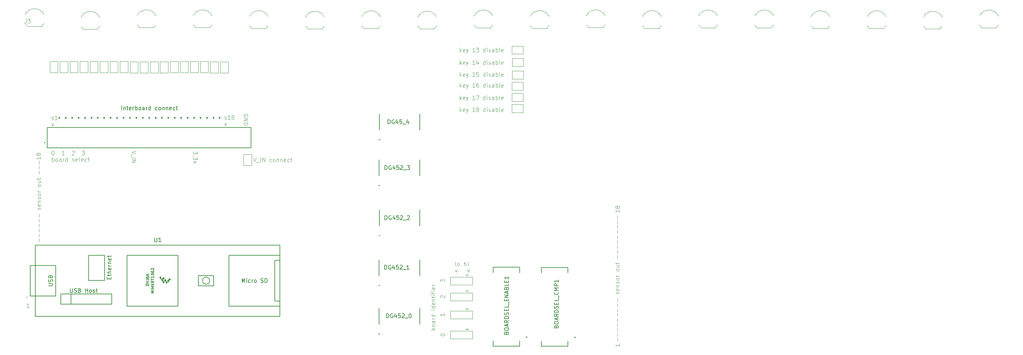
<source format=gbr>
%TF.GenerationSoftware,KiCad,Pcbnew,8.0.3-1.fc40*%
%TF.CreationDate,2024-06-20T14:07:14-04:00*%
%TF.ProjectId,sensor_bar_unified_muxing_1,73656e73-6f72-45f6-9261-725f756e6966,rev?*%
%TF.SameCoordinates,Original*%
%TF.FileFunction,Legend,Top*%
%TF.FilePolarity,Positive*%
%FSLAX46Y46*%
G04 Gerber Fmt 4.6, Leading zero omitted, Abs format (unit mm)*
G04 Created by KiCad (PCBNEW 8.0.3-1.fc40) date 2024-06-20 14:07:14*
%MOMM*%
%LPD*%
G01*
G04 APERTURE LIST*
%ADD10C,0.100000*%
%ADD11C,0.400000*%
%ADD12C,0.150000*%
%ADD13C,0.120000*%
%ADD14C,0.127000*%
%ADD15C,0.200000*%
G04 APERTURE END LIST*
D10*
X25961027Y-87357713D02*
X26151503Y-87214856D01*
X26151503Y-87214856D02*
X26341979Y-87357713D01*
X26627693Y-89872419D02*
X26056265Y-89872419D01*
X26341979Y-89872419D02*
X26341979Y-88872419D01*
X26341979Y-88872419D02*
X26246741Y-89015276D01*
X26246741Y-89015276D02*
X26151503Y-89110514D01*
X26151503Y-89110514D02*
X26056265Y-89158133D01*
X29091466Y-73496115D02*
X29091466Y-72734211D01*
X29091466Y-72258020D02*
X29091466Y-71496116D01*
X29091466Y-71019925D02*
X29091466Y-70258021D01*
X29091466Y-69781830D02*
X29091466Y-69019926D01*
X29091466Y-68543735D02*
X29091466Y-67781831D01*
X29091466Y-67305640D02*
X29091466Y-66543736D01*
X29424800Y-65353259D02*
X29472419Y-65258021D01*
X29472419Y-65258021D02*
X29472419Y-65067545D01*
X29472419Y-65067545D02*
X29424800Y-64972307D01*
X29424800Y-64972307D02*
X29329561Y-64924688D01*
X29329561Y-64924688D02*
X29281942Y-64924688D01*
X29281942Y-64924688D02*
X29186704Y-64972307D01*
X29186704Y-64972307D02*
X29139085Y-65067545D01*
X29139085Y-65067545D02*
X29139085Y-65210402D01*
X29139085Y-65210402D02*
X29091466Y-65305640D01*
X29091466Y-65305640D02*
X28996228Y-65353259D01*
X28996228Y-65353259D02*
X28948609Y-65353259D01*
X28948609Y-65353259D02*
X28853371Y-65305640D01*
X28853371Y-65305640D02*
X28805752Y-65210402D01*
X28805752Y-65210402D02*
X28805752Y-65067545D01*
X28805752Y-65067545D02*
X28853371Y-64972307D01*
X29424800Y-64115164D02*
X29472419Y-64210402D01*
X29472419Y-64210402D02*
X29472419Y-64400878D01*
X29472419Y-64400878D02*
X29424800Y-64496116D01*
X29424800Y-64496116D02*
X29329561Y-64543735D01*
X29329561Y-64543735D02*
X28948609Y-64543735D01*
X28948609Y-64543735D02*
X28853371Y-64496116D01*
X28853371Y-64496116D02*
X28805752Y-64400878D01*
X28805752Y-64400878D02*
X28805752Y-64210402D01*
X28805752Y-64210402D02*
X28853371Y-64115164D01*
X28853371Y-64115164D02*
X28948609Y-64067545D01*
X28948609Y-64067545D02*
X29043847Y-64067545D01*
X29043847Y-64067545D02*
X29139085Y-64543735D01*
X28805752Y-63638973D02*
X29472419Y-63638973D01*
X28900990Y-63638973D02*
X28853371Y-63591354D01*
X28853371Y-63591354D02*
X28805752Y-63496116D01*
X28805752Y-63496116D02*
X28805752Y-63353259D01*
X28805752Y-63353259D02*
X28853371Y-63258021D01*
X28853371Y-63258021D02*
X28948609Y-63210402D01*
X28948609Y-63210402D02*
X29472419Y-63210402D01*
X29424800Y-62781830D02*
X29472419Y-62686592D01*
X29472419Y-62686592D02*
X29472419Y-62496116D01*
X29472419Y-62496116D02*
X29424800Y-62400878D01*
X29424800Y-62400878D02*
X29329561Y-62353259D01*
X29329561Y-62353259D02*
X29281942Y-62353259D01*
X29281942Y-62353259D02*
X29186704Y-62400878D01*
X29186704Y-62400878D02*
X29139085Y-62496116D01*
X29139085Y-62496116D02*
X29139085Y-62638973D01*
X29139085Y-62638973D02*
X29091466Y-62734211D01*
X29091466Y-62734211D02*
X28996228Y-62781830D01*
X28996228Y-62781830D02*
X28948609Y-62781830D01*
X28948609Y-62781830D02*
X28853371Y-62734211D01*
X28853371Y-62734211D02*
X28805752Y-62638973D01*
X28805752Y-62638973D02*
X28805752Y-62496116D01*
X28805752Y-62496116D02*
X28853371Y-62400878D01*
X29472419Y-61781830D02*
X29424800Y-61877068D01*
X29424800Y-61877068D02*
X29377180Y-61924687D01*
X29377180Y-61924687D02*
X29281942Y-61972306D01*
X29281942Y-61972306D02*
X28996228Y-61972306D01*
X28996228Y-61972306D02*
X28900990Y-61924687D01*
X28900990Y-61924687D02*
X28853371Y-61877068D01*
X28853371Y-61877068D02*
X28805752Y-61781830D01*
X28805752Y-61781830D02*
X28805752Y-61638973D01*
X28805752Y-61638973D02*
X28853371Y-61543735D01*
X28853371Y-61543735D02*
X28900990Y-61496116D01*
X28900990Y-61496116D02*
X28996228Y-61448497D01*
X28996228Y-61448497D02*
X29281942Y-61448497D01*
X29281942Y-61448497D02*
X29377180Y-61496116D01*
X29377180Y-61496116D02*
X29424800Y-61543735D01*
X29424800Y-61543735D02*
X29472419Y-61638973D01*
X29472419Y-61638973D02*
X29472419Y-61781830D01*
X29472419Y-61019925D02*
X28805752Y-61019925D01*
X28996228Y-61019925D02*
X28900990Y-60972306D01*
X28900990Y-60972306D02*
X28853371Y-60924687D01*
X28853371Y-60924687D02*
X28805752Y-60829449D01*
X28805752Y-60829449D02*
X28805752Y-60734211D01*
X29472419Y-59496115D02*
X29424800Y-59591353D01*
X29424800Y-59591353D02*
X29377180Y-59638972D01*
X29377180Y-59638972D02*
X29281942Y-59686591D01*
X29281942Y-59686591D02*
X28996228Y-59686591D01*
X28996228Y-59686591D02*
X28900990Y-59638972D01*
X28900990Y-59638972D02*
X28853371Y-59591353D01*
X28853371Y-59591353D02*
X28805752Y-59496115D01*
X28805752Y-59496115D02*
X28805752Y-59353258D01*
X28805752Y-59353258D02*
X28853371Y-59258020D01*
X28853371Y-59258020D02*
X28900990Y-59210401D01*
X28900990Y-59210401D02*
X28996228Y-59162782D01*
X28996228Y-59162782D02*
X29281942Y-59162782D01*
X29281942Y-59162782D02*
X29377180Y-59210401D01*
X29377180Y-59210401D02*
X29424800Y-59258020D01*
X29424800Y-59258020D02*
X29472419Y-59353258D01*
X29472419Y-59353258D02*
X29472419Y-59496115D01*
X28805752Y-58305639D02*
X29472419Y-58305639D01*
X28805752Y-58734210D02*
X29329561Y-58734210D01*
X29329561Y-58734210D02*
X29424800Y-58686591D01*
X29424800Y-58686591D02*
X29472419Y-58591353D01*
X29472419Y-58591353D02*
X29472419Y-58448496D01*
X29472419Y-58448496D02*
X29424800Y-58353258D01*
X29424800Y-58353258D02*
X29377180Y-58305639D01*
X28805752Y-57972305D02*
X28805752Y-57591353D01*
X28472419Y-57829448D02*
X29329561Y-57829448D01*
X29329561Y-57829448D02*
X29424800Y-57781829D01*
X29424800Y-57781829D02*
X29472419Y-57686591D01*
X29472419Y-57686591D02*
X29472419Y-57591353D01*
X29091466Y-56496114D02*
X29091466Y-55734210D01*
X29091466Y-55258019D02*
X29091466Y-54496115D01*
X29091466Y-54019924D02*
X29091466Y-53258020D01*
X29472419Y-52272306D02*
X29472419Y-52843734D01*
X29472419Y-52558020D02*
X28472419Y-52558020D01*
X28472419Y-52558020D02*
X28615276Y-52653258D01*
X28615276Y-52653258D02*
X28710514Y-52748496D01*
X28710514Y-52748496D02*
X28758133Y-52843734D01*
X28900990Y-51700877D02*
X28853371Y-51796115D01*
X28853371Y-51796115D02*
X28805752Y-51843734D01*
X28805752Y-51843734D02*
X28710514Y-51891353D01*
X28710514Y-51891353D02*
X28662895Y-51891353D01*
X28662895Y-51891353D02*
X28567657Y-51843734D01*
X28567657Y-51843734D02*
X28520038Y-51796115D01*
X28520038Y-51796115D02*
X28472419Y-51700877D01*
X28472419Y-51700877D02*
X28472419Y-51510401D01*
X28472419Y-51510401D02*
X28520038Y-51415163D01*
X28520038Y-51415163D02*
X28567657Y-51367544D01*
X28567657Y-51367544D02*
X28662895Y-51319925D01*
X28662895Y-51319925D02*
X28710514Y-51319925D01*
X28710514Y-51319925D02*
X28805752Y-51367544D01*
X28805752Y-51367544D02*
X28853371Y-51415163D01*
X28853371Y-51415163D02*
X28900990Y-51510401D01*
X28900990Y-51510401D02*
X28900990Y-51700877D01*
X28900990Y-51700877D02*
X28948609Y-51796115D01*
X28948609Y-51796115D02*
X28996228Y-51843734D01*
X28996228Y-51843734D02*
X29091466Y-51891353D01*
X29091466Y-51891353D02*
X29281942Y-51891353D01*
X29281942Y-51891353D02*
X29377180Y-51843734D01*
X29377180Y-51843734D02*
X29424800Y-51796115D01*
X29424800Y-51796115D02*
X29472419Y-51700877D01*
X29472419Y-51700877D02*
X29472419Y-51510401D01*
X29472419Y-51510401D02*
X29424800Y-51415163D01*
X29424800Y-51415163D02*
X29377180Y-51367544D01*
X29377180Y-51367544D02*
X29281942Y-51319925D01*
X29281942Y-51319925D02*
X29091466Y-51319925D01*
X29091466Y-51319925D02*
X28996228Y-51367544D01*
X28996228Y-51367544D02*
X28948609Y-51415163D01*
X28948609Y-51415163D02*
X28900990Y-51510401D01*
X173291466Y-98296115D02*
X173291466Y-97534211D01*
X173291466Y-97058020D02*
X173291466Y-96296116D01*
X173291466Y-95819925D02*
X173291466Y-95058021D01*
X173291466Y-94581830D02*
X173291466Y-93819926D01*
X173291466Y-93343735D02*
X173291466Y-92581831D01*
X173291466Y-92105640D02*
X173291466Y-91343736D01*
X173291466Y-90867545D02*
X173291466Y-90105641D01*
X173291466Y-89629450D02*
X173291466Y-88867546D01*
X173291466Y-88391355D02*
X173291466Y-87629451D01*
X173624800Y-86438974D02*
X173672419Y-86343736D01*
X173672419Y-86343736D02*
X173672419Y-86153260D01*
X173672419Y-86153260D02*
X173624800Y-86058022D01*
X173624800Y-86058022D02*
X173529561Y-86010403D01*
X173529561Y-86010403D02*
X173481942Y-86010403D01*
X173481942Y-86010403D02*
X173386704Y-86058022D01*
X173386704Y-86058022D02*
X173339085Y-86153260D01*
X173339085Y-86153260D02*
X173339085Y-86296117D01*
X173339085Y-86296117D02*
X173291466Y-86391355D01*
X173291466Y-86391355D02*
X173196228Y-86438974D01*
X173196228Y-86438974D02*
X173148609Y-86438974D01*
X173148609Y-86438974D02*
X173053371Y-86391355D01*
X173053371Y-86391355D02*
X173005752Y-86296117D01*
X173005752Y-86296117D02*
X173005752Y-86153260D01*
X173005752Y-86153260D02*
X173053371Y-86058022D01*
X173624800Y-85200879D02*
X173672419Y-85296117D01*
X173672419Y-85296117D02*
X173672419Y-85486593D01*
X173672419Y-85486593D02*
X173624800Y-85581831D01*
X173624800Y-85581831D02*
X173529561Y-85629450D01*
X173529561Y-85629450D02*
X173148609Y-85629450D01*
X173148609Y-85629450D02*
X173053371Y-85581831D01*
X173053371Y-85581831D02*
X173005752Y-85486593D01*
X173005752Y-85486593D02*
X173005752Y-85296117D01*
X173005752Y-85296117D02*
X173053371Y-85200879D01*
X173053371Y-85200879D02*
X173148609Y-85153260D01*
X173148609Y-85153260D02*
X173243847Y-85153260D01*
X173243847Y-85153260D02*
X173339085Y-85629450D01*
X173005752Y-84724688D02*
X173672419Y-84724688D01*
X173100990Y-84724688D02*
X173053371Y-84677069D01*
X173053371Y-84677069D02*
X173005752Y-84581831D01*
X173005752Y-84581831D02*
X173005752Y-84438974D01*
X173005752Y-84438974D02*
X173053371Y-84343736D01*
X173053371Y-84343736D02*
X173148609Y-84296117D01*
X173148609Y-84296117D02*
X173672419Y-84296117D01*
X173624800Y-83867545D02*
X173672419Y-83772307D01*
X173672419Y-83772307D02*
X173672419Y-83581831D01*
X173672419Y-83581831D02*
X173624800Y-83486593D01*
X173624800Y-83486593D02*
X173529561Y-83438974D01*
X173529561Y-83438974D02*
X173481942Y-83438974D01*
X173481942Y-83438974D02*
X173386704Y-83486593D01*
X173386704Y-83486593D02*
X173339085Y-83581831D01*
X173339085Y-83581831D02*
X173339085Y-83724688D01*
X173339085Y-83724688D02*
X173291466Y-83819926D01*
X173291466Y-83819926D02*
X173196228Y-83867545D01*
X173196228Y-83867545D02*
X173148609Y-83867545D01*
X173148609Y-83867545D02*
X173053371Y-83819926D01*
X173053371Y-83819926D02*
X173005752Y-83724688D01*
X173005752Y-83724688D02*
X173005752Y-83581831D01*
X173005752Y-83581831D02*
X173053371Y-83486593D01*
X173672419Y-82867545D02*
X173624800Y-82962783D01*
X173624800Y-82962783D02*
X173577180Y-83010402D01*
X173577180Y-83010402D02*
X173481942Y-83058021D01*
X173481942Y-83058021D02*
X173196228Y-83058021D01*
X173196228Y-83058021D02*
X173100990Y-83010402D01*
X173100990Y-83010402D02*
X173053371Y-82962783D01*
X173053371Y-82962783D02*
X173005752Y-82867545D01*
X173005752Y-82867545D02*
X173005752Y-82724688D01*
X173005752Y-82724688D02*
X173053371Y-82629450D01*
X173053371Y-82629450D02*
X173100990Y-82581831D01*
X173100990Y-82581831D02*
X173196228Y-82534212D01*
X173196228Y-82534212D02*
X173481942Y-82534212D01*
X173481942Y-82534212D02*
X173577180Y-82581831D01*
X173577180Y-82581831D02*
X173624800Y-82629450D01*
X173624800Y-82629450D02*
X173672419Y-82724688D01*
X173672419Y-82724688D02*
X173672419Y-82867545D01*
X173672419Y-82105640D02*
X173005752Y-82105640D01*
X173196228Y-82105640D02*
X173100990Y-82058021D01*
X173100990Y-82058021D02*
X173053371Y-82010402D01*
X173053371Y-82010402D02*
X173005752Y-81915164D01*
X173005752Y-81915164D02*
X173005752Y-81819926D01*
X173672419Y-80581830D02*
X173624800Y-80677068D01*
X173624800Y-80677068D02*
X173577180Y-80724687D01*
X173577180Y-80724687D02*
X173481942Y-80772306D01*
X173481942Y-80772306D02*
X173196228Y-80772306D01*
X173196228Y-80772306D02*
X173100990Y-80724687D01*
X173100990Y-80724687D02*
X173053371Y-80677068D01*
X173053371Y-80677068D02*
X173005752Y-80581830D01*
X173005752Y-80581830D02*
X173005752Y-80438973D01*
X173005752Y-80438973D02*
X173053371Y-80343735D01*
X173053371Y-80343735D02*
X173100990Y-80296116D01*
X173100990Y-80296116D02*
X173196228Y-80248497D01*
X173196228Y-80248497D02*
X173481942Y-80248497D01*
X173481942Y-80248497D02*
X173577180Y-80296116D01*
X173577180Y-80296116D02*
X173624800Y-80343735D01*
X173624800Y-80343735D02*
X173672419Y-80438973D01*
X173672419Y-80438973D02*
X173672419Y-80581830D01*
X173005752Y-79391354D02*
X173672419Y-79391354D01*
X173005752Y-79819925D02*
X173529561Y-79819925D01*
X173529561Y-79819925D02*
X173624800Y-79772306D01*
X173624800Y-79772306D02*
X173672419Y-79677068D01*
X173672419Y-79677068D02*
X173672419Y-79534211D01*
X173672419Y-79534211D02*
X173624800Y-79438973D01*
X173624800Y-79438973D02*
X173577180Y-79391354D01*
X173005752Y-79058020D02*
X173005752Y-78677068D01*
X172672419Y-78915163D02*
X173529561Y-78915163D01*
X173529561Y-78915163D02*
X173624800Y-78867544D01*
X173624800Y-78867544D02*
X173672419Y-78772306D01*
X173672419Y-78772306D02*
X173672419Y-78677068D01*
X173291466Y-77581829D02*
X173291466Y-76819925D01*
X173291466Y-76343734D02*
X173291466Y-75581830D01*
X173291466Y-75105639D02*
X173291466Y-74343735D01*
X173291466Y-73867544D02*
X173291466Y-73105640D01*
X173291466Y-72629449D02*
X173291466Y-71867545D01*
X173291466Y-71391354D02*
X173291466Y-70629450D01*
X173291466Y-70153259D02*
X173291466Y-69391355D01*
X173291466Y-68915164D02*
X173291466Y-68153260D01*
X173291466Y-67677069D02*
X173291466Y-66915165D01*
X173772419Y-65472306D02*
X173772419Y-66043734D01*
X173772419Y-65758020D02*
X172772419Y-65758020D01*
X172772419Y-65758020D02*
X172915276Y-65853258D01*
X172915276Y-65853258D02*
X173010514Y-65948496D01*
X173010514Y-65948496D02*
X173058133Y-66043734D01*
X173200990Y-64900877D02*
X173153371Y-64996115D01*
X173153371Y-64996115D02*
X173105752Y-65043734D01*
X173105752Y-65043734D02*
X173010514Y-65091353D01*
X173010514Y-65091353D02*
X172962895Y-65091353D01*
X172962895Y-65091353D02*
X172867657Y-65043734D01*
X172867657Y-65043734D02*
X172820038Y-64996115D01*
X172820038Y-64996115D02*
X172772419Y-64900877D01*
X172772419Y-64900877D02*
X172772419Y-64710401D01*
X172772419Y-64710401D02*
X172820038Y-64615163D01*
X172820038Y-64615163D02*
X172867657Y-64567544D01*
X172867657Y-64567544D02*
X172962895Y-64519925D01*
X172962895Y-64519925D02*
X173010514Y-64519925D01*
X173010514Y-64519925D02*
X173105752Y-64567544D01*
X173105752Y-64567544D02*
X173153371Y-64615163D01*
X173153371Y-64615163D02*
X173200990Y-64710401D01*
X173200990Y-64710401D02*
X173200990Y-64900877D01*
X173200990Y-64900877D02*
X173248609Y-64996115D01*
X173248609Y-64996115D02*
X173296228Y-65043734D01*
X173296228Y-65043734D02*
X173391466Y-65091353D01*
X173391466Y-65091353D02*
X173581942Y-65091353D01*
X173581942Y-65091353D02*
X173677180Y-65043734D01*
X173677180Y-65043734D02*
X173724800Y-64996115D01*
X173724800Y-64996115D02*
X173772419Y-64900877D01*
X173772419Y-64900877D02*
X173772419Y-64710401D01*
X173772419Y-64710401D02*
X173724800Y-64615163D01*
X173724800Y-64615163D02*
X173677180Y-64567544D01*
X173677180Y-64567544D02*
X173581942Y-64519925D01*
X173581942Y-64519925D02*
X173391466Y-64519925D01*
X173391466Y-64519925D02*
X173296228Y-64567544D01*
X173296228Y-64567544D02*
X173248609Y-64615163D01*
X173248609Y-64615163D02*
X173200990Y-64710401D01*
X173772419Y-98972306D02*
X173772419Y-99543734D01*
X173772419Y-99258020D02*
X172772419Y-99258020D01*
X172772419Y-99258020D02*
X172915276Y-99353258D01*
X172915276Y-99353258D02*
X173010514Y-99448496D01*
X173010514Y-99448496D02*
X173058133Y-99543734D01*
X129172419Y-83491353D02*
X129172419Y-82872306D01*
X129172419Y-82872306D02*
X129553371Y-83205639D01*
X129553371Y-83205639D02*
X129553371Y-83062782D01*
X129553371Y-83062782D02*
X129600990Y-82967544D01*
X129600990Y-82967544D02*
X129648609Y-82919925D01*
X129648609Y-82919925D02*
X129743847Y-82872306D01*
X129743847Y-82872306D02*
X129981942Y-82872306D01*
X129981942Y-82872306D02*
X130077180Y-82919925D01*
X130077180Y-82919925D02*
X130124800Y-82967544D01*
X130124800Y-82967544D02*
X130172419Y-83062782D01*
X130172419Y-83062782D02*
X130172419Y-83348496D01*
X130172419Y-83348496D02*
X130124800Y-83443734D01*
X130124800Y-83443734D02*
X130077180Y-83491353D01*
X129267657Y-87443734D02*
X129220038Y-87396115D01*
X129220038Y-87396115D02*
X129172419Y-87300877D01*
X129172419Y-87300877D02*
X129172419Y-87062782D01*
X129172419Y-87062782D02*
X129220038Y-86967544D01*
X129220038Y-86967544D02*
X129267657Y-86919925D01*
X129267657Y-86919925D02*
X129362895Y-86872306D01*
X129362895Y-86872306D02*
X129458133Y-86872306D01*
X129458133Y-86872306D02*
X129600990Y-86919925D01*
X129600990Y-86919925D02*
X130172419Y-87491353D01*
X130172419Y-87491353D02*
X130172419Y-86872306D01*
X130072419Y-91372306D02*
X130072419Y-91943734D01*
X130072419Y-91658020D02*
X129072419Y-91658020D01*
X129072419Y-91658020D02*
X129215276Y-91753258D01*
X129215276Y-91753258D02*
X129310514Y-91848496D01*
X129310514Y-91848496D02*
X129358133Y-91943734D01*
X129172419Y-96705639D02*
X129172419Y-96610401D01*
X129172419Y-96610401D02*
X129220038Y-96515163D01*
X129220038Y-96515163D02*
X129267657Y-96467544D01*
X129267657Y-96467544D02*
X129362895Y-96419925D01*
X129362895Y-96419925D02*
X129553371Y-96372306D01*
X129553371Y-96372306D02*
X129791466Y-96372306D01*
X129791466Y-96372306D02*
X129981942Y-96419925D01*
X129981942Y-96419925D02*
X130077180Y-96467544D01*
X130077180Y-96467544D02*
X130124800Y-96515163D01*
X130124800Y-96515163D02*
X130172419Y-96610401D01*
X130172419Y-96610401D02*
X130172419Y-96705639D01*
X130172419Y-96705639D02*
X130124800Y-96800877D01*
X130124800Y-96800877D02*
X130077180Y-96848496D01*
X130077180Y-96848496D02*
X129981942Y-96896115D01*
X129981942Y-96896115D02*
X129791466Y-96943734D01*
X129791466Y-96943734D02*
X129553371Y-96943734D01*
X129553371Y-96943734D02*
X129362895Y-96896115D01*
X129362895Y-96896115D02*
X129267657Y-96848496D01*
X129267657Y-96848496D02*
X129220038Y-96800877D01*
X129220038Y-96800877D02*
X129172419Y-96705639D01*
X127772419Y-95496115D02*
X126772419Y-95496115D01*
X127153371Y-95496115D02*
X127105752Y-95400877D01*
X127105752Y-95400877D02*
X127105752Y-95210401D01*
X127105752Y-95210401D02*
X127153371Y-95115163D01*
X127153371Y-95115163D02*
X127200990Y-95067544D01*
X127200990Y-95067544D02*
X127296228Y-95019925D01*
X127296228Y-95019925D02*
X127581942Y-95019925D01*
X127581942Y-95019925D02*
X127677180Y-95067544D01*
X127677180Y-95067544D02*
X127724800Y-95115163D01*
X127724800Y-95115163D02*
X127772419Y-95210401D01*
X127772419Y-95210401D02*
X127772419Y-95400877D01*
X127772419Y-95400877D02*
X127724800Y-95496115D01*
X127772419Y-94448496D02*
X127724800Y-94543734D01*
X127724800Y-94543734D02*
X127677180Y-94591353D01*
X127677180Y-94591353D02*
X127581942Y-94638972D01*
X127581942Y-94638972D02*
X127296228Y-94638972D01*
X127296228Y-94638972D02*
X127200990Y-94591353D01*
X127200990Y-94591353D02*
X127153371Y-94543734D01*
X127153371Y-94543734D02*
X127105752Y-94448496D01*
X127105752Y-94448496D02*
X127105752Y-94305639D01*
X127105752Y-94305639D02*
X127153371Y-94210401D01*
X127153371Y-94210401D02*
X127200990Y-94162782D01*
X127200990Y-94162782D02*
X127296228Y-94115163D01*
X127296228Y-94115163D02*
X127581942Y-94115163D01*
X127581942Y-94115163D02*
X127677180Y-94162782D01*
X127677180Y-94162782D02*
X127724800Y-94210401D01*
X127724800Y-94210401D02*
X127772419Y-94305639D01*
X127772419Y-94305639D02*
X127772419Y-94448496D01*
X127772419Y-93258020D02*
X127248609Y-93258020D01*
X127248609Y-93258020D02*
X127153371Y-93305639D01*
X127153371Y-93305639D02*
X127105752Y-93400877D01*
X127105752Y-93400877D02*
X127105752Y-93591353D01*
X127105752Y-93591353D02*
X127153371Y-93686591D01*
X127724800Y-93258020D02*
X127772419Y-93353258D01*
X127772419Y-93353258D02*
X127772419Y-93591353D01*
X127772419Y-93591353D02*
X127724800Y-93686591D01*
X127724800Y-93686591D02*
X127629561Y-93734210D01*
X127629561Y-93734210D02*
X127534323Y-93734210D01*
X127534323Y-93734210D02*
X127439085Y-93686591D01*
X127439085Y-93686591D02*
X127391466Y-93591353D01*
X127391466Y-93591353D02*
X127391466Y-93353258D01*
X127391466Y-93353258D02*
X127343847Y-93258020D01*
X127772419Y-92781829D02*
X127105752Y-92781829D01*
X127296228Y-92781829D02*
X127200990Y-92734210D01*
X127200990Y-92734210D02*
X127153371Y-92686591D01*
X127153371Y-92686591D02*
X127105752Y-92591353D01*
X127105752Y-92591353D02*
X127105752Y-92496115D01*
X127772419Y-91734210D02*
X126772419Y-91734210D01*
X127724800Y-91734210D02*
X127772419Y-91829448D01*
X127772419Y-91829448D02*
X127772419Y-92019924D01*
X127772419Y-92019924D02*
X127724800Y-92115162D01*
X127724800Y-92115162D02*
X127677180Y-92162781D01*
X127677180Y-92162781D02*
X127581942Y-92210400D01*
X127581942Y-92210400D02*
X127296228Y-92210400D01*
X127296228Y-92210400D02*
X127200990Y-92162781D01*
X127200990Y-92162781D02*
X127153371Y-92115162D01*
X127153371Y-92115162D02*
X127105752Y-92019924D01*
X127105752Y-92019924D02*
X127105752Y-91829448D01*
X127105752Y-91829448D02*
X127153371Y-91734210D01*
X127772419Y-90496114D02*
X127105752Y-90496114D01*
X126772419Y-90496114D02*
X126820038Y-90543733D01*
X126820038Y-90543733D02*
X126867657Y-90496114D01*
X126867657Y-90496114D02*
X126820038Y-90448495D01*
X126820038Y-90448495D02*
X126772419Y-90496114D01*
X126772419Y-90496114D02*
X126867657Y-90496114D01*
X127772419Y-89591353D02*
X126772419Y-89591353D01*
X127724800Y-89591353D02*
X127772419Y-89686591D01*
X127772419Y-89686591D02*
X127772419Y-89877067D01*
X127772419Y-89877067D02*
X127724800Y-89972305D01*
X127724800Y-89972305D02*
X127677180Y-90019924D01*
X127677180Y-90019924D02*
X127581942Y-90067543D01*
X127581942Y-90067543D02*
X127296228Y-90067543D01*
X127296228Y-90067543D02*
X127200990Y-90019924D01*
X127200990Y-90019924D02*
X127153371Y-89972305D01*
X127153371Y-89972305D02*
X127105752Y-89877067D01*
X127105752Y-89877067D02*
X127105752Y-89686591D01*
X127105752Y-89686591D02*
X127153371Y-89591353D01*
X127724800Y-88734210D02*
X127772419Y-88829448D01*
X127772419Y-88829448D02*
X127772419Y-89019924D01*
X127772419Y-89019924D02*
X127724800Y-89115162D01*
X127724800Y-89115162D02*
X127629561Y-89162781D01*
X127629561Y-89162781D02*
X127248609Y-89162781D01*
X127248609Y-89162781D02*
X127153371Y-89115162D01*
X127153371Y-89115162D02*
X127105752Y-89019924D01*
X127105752Y-89019924D02*
X127105752Y-88829448D01*
X127105752Y-88829448D02*
X127153371Y-88734210D01*
X127153371Y-88734210D02*
X127248609Y-88686591D01*
X127248609Y-88686591D02*
X127343847Y-88686591D01*
X127343847Y-88686591D02*
X127439085Y-89162781D01*
X127105752Y-88258019D02*
X127772419Y-88258019D01*
X127200990Y-88258019D02*
X127153371Y-88210400D01*
X127153371Y-88210400D02*
X127105752Y-88115162D01*
X127105752Y-88115162D02*
X127105752Y-87972305D01*
X127105752Y-87972305D02*
X127153371Y-87877067D01*
X127153371Y-87877067D02*
X127248609Y-87829448D01*
X127248609Y-87829448D02*
X127772419Y-87829448D01*
X127105752Y-87496114D02*
X127105752Y-87115162D01*
X126772419Y-87353257D02*
X127629561Y-87353257D01*
X127629561Y-87353257D02*
X127724800Y-87305638D01*
X127724800Y-87305638D02*
X127772419Y-87210400D01*
X127772419Y-87210400D02*
X127772419Y-87115162D01*
X127772419Y-86781828D02*
X127105752Y-86781828D01*
X126772419Y-86781828D02*
X126820038Y-86829447D01*
X126820038Y-86829447D02*
X126867657Y-86781828D01*
X126867657Y-86781828D02*
X126820038Y-86734209D01*
X126820038Y-86734209D02*
X126772419Y-86781828D01*
X126772419Y-86781828D02*
X126867657Y-86781828D01*
X127105752Y-86448495D02*
X127105752Y-86067543D01*
X127772419Y-86305638D02*
X126915276Y-86305638D01*
X126915276Y-86305638D02*
X126820038Y-86258019D01*
X126820038Y-86258019D02*
X126772419Y-86162781D01*
X126772419Y-86162781D02*
X126772419Y-86067543D01*
X127772419Y-85734209D02*
X127105752Y-85734209D01*
X126772419Y-85734209D02*
X126820038Y-85781828D01*
X126820038Y-85781828D02*
X126867657Y-85734209D01*
X126867657Y-85734209D02*
X126820038Y-85686590D01*
X126820038Y-85686590D02*
X126772419Y-85734209D01*
X126772419Y-85734209D02*
X126867657Y-85734209D01*
X127724800Y-84877067D02*
X127772419Y-84972305D01*
X127772419Y-84972305D02*
X127772419Y-85162781D01*
X127772419Y-85162781D02*
X127724800Y-85258019D01*
X127724800Y-85258019D02*
X127629561Y-85305638D01*
X127629561Y-85305638D02*
X127248609Y-85305638D01*
X127248609Y-85305638D02*
X127153371Y-85258019D01*
X127153371Y-85258019D02*
X127105752Y-85162781D01*
X127105752Y-85162781D02*
X127105752Y-84972305D01*
X127105752Y-84972305D02*
X127153371Y-84877067D01*
X127153371Y-84877067D02*
X127248609Y-84829448D01*
X127248609Y-84829448D02*
X127343847Y-84829448D01*
X127343847Y-84829448D02*
X127439085Y-85305638D01*
X127772419Y-84400876D02*
X127105752Y-84400876D01*
X127296228Y-84400876D02*
X127200990Y-84353257D01*
X127200990Y-84353257D02*
X127153371Y-84305638D01*
X127153371Y-84305638D02*
X127105752Y-84210400D01*
X127105752Y-84210400D02*
X127105752Y-84115162D01*
X133046741Y-79462475D02*
X132951503Y-79414856D01*
X132951503Y-79414856D02*
X132903884Y-79319617D01*
X132903884Y-79319617D02*
X132903884Y-78462475D01*
X133570551Y-79462475D02*
X133475313Y-79414856D01*
X133475313Y-79414856D02*
X133427694Y-79367236D01*
X133427694Y-79367236D02*
X133380075Y-79271998D01*
X133380075Y-79271998D02*
X133380075Y-78986284D01*
X133380075Y-78986284D02*
X133427694Y-78891046D01*
X133427694Y-78891046D02*
X133475313Y-78843427D01*
X133475313Y-78843427D02*
X133570551Y-78795808D01*
X133570551Y-78795808D02*
X133713408Y-78795808D01*
X133713408Y-78795808D02*
X133808646Y-78843427D01*
X133808646Y-78843427D02*
X133856265Y-78891046D01*
X133856265Y-78891046D02*
X133903884Y-78986284D01*
X133903884Y-78986284D02*
X133903884Y-79271998D01*
X133903884Y-79271998D02*
X133856265Y-79367236D01*
X133856265Y-79367236D02*
X133808646Y-79414856D01*
X133808646Y-79414856D02*
X133713408Y-79462475D01*
X133713408Y-79462475D02*
X133570551Y-79462475D01*
X135094361Y-79462475D02*
X135094361Y-78462475D01*
X135522932Y-79462475D02*
X135522932Y-78938665D01*
X135522932Y-78938665D02*
X135475313Y-78843427D01*
X135475313Y-78843427D02*
X135380075Y-78795808D01*
X135380075Y-78795808D02*
X135237218Y-78795808D01*
X135237218Y-78795808D02*
X135141980Y-78843427D01*
X135141980Y-78843427D02*
X135094361Y-78891046D01*
X135999123Y-79462475D02*
X135999123Y-78795808D01*
X135999123Y-78462475D02*
X135951504Y-78510094D01*
X135951504Y-78510094D02*
X135999123Y-78557713D01*
X135999123Y-78557713D02*
X136046742Y-78510094D01*
X136046742Y-78510094D02*
X135999123Y-78462475D01*
X135999123Y-78462475D02*
X135999123Y-78557713D01*
X132808646Y-80405752D02*
X133046741Y-81072419D01*
X133046741Y-81072419D02*
X133284836Y-80405752D01*
X135856266Y-80405752D02*
X136094361Y-81072419D01*
X136094361Y-81072419D02*
X136332456Y-80405752D01*
X81079961Y-42227693D02*
X81127580Y-42132455D01*
X81127580Y-42132455D02*
X81127580Y-41989598D01*
X81127580Y-41989598D02*
X81079961Y-41846741D01*
X81079961Y-41846741D02*
X80984723Y-41751503D01*
X80984723Y-41751503D02*
X80889485Y-41703884D01*
X80889485Y-41703884D02*
X80699009Y-41656265D01*
X80699009Y-41656265D02*
X80556152Y-41656265D01*
X80556152Y-41656265D02*
X80365676Y-41703884D01*
X80365676Y-41703884D02*
X80270438Y-41751503D01*
X80270438Y-41751503D02*
X80175200Y-41846741D01*
X80175200Y-41846741D02*
X80127580Y-41989598D01*
X80127580Y-41989598D02*
X80127580Y-42084836D01*
X80127580Y-42084836D02*
X80175200Y-42227693D01*
X80175200Y-42227693D02*
X80222819Y-42275312D01*
X80222819Y-42275312D02*
X80556152Y-42275312D01*
X80556152Y-42275312D02*
X80556152Y-42084836D01*
X80127580Y-42703884D02*
X81127580Y-42703884D01*
X81127580Y-42703884D02*
X80127580Y-43275312D01*
X80127580Y-43275312D02*
X81127580Y-43275312D01*
X80127580Y-43751503D02*
X81127580Y-43751503D01*
X81127580Y-43751503D02*
X81127580Y-43989598D01*
X81127580Y-43989598D02*
X81079961Y-44132455D01*
X81079961Y-44132455D02*
X80984723Y-44227693D01*
X80984723Y-44227693D02*
X80889485Y-44275312D01*
X80889485Y-44275312D02*
X80699009Y-44322931D01*
X80699009Y-44322931D02*
X80556152Y-44322931D01*
X80556152Y-44322931D02*
X80365676Y-44275312D01*
X80365676Y-44275312D02*
X80270438Y-44227693D01*
X80270438Y-44227693D02*
X80175200Y-44132455D01*
X80175200Y-44132455D02*
X80127580Y-43989598D01*
X80127580Y-43989598D02*
X80127580Y-43751503D01*
X68527580Y-50908646D02*
X68527580Y-51527693D01*
X68527580Y-51527693D02*
X68146628Y-51194360D01*
X68146628Y-51194360D02*
X68146628Y-51337217D01*
X68146628Y-51337217D02*
X68099009Y-51432455D01*
X68099009Y-51432455D02*
X68051390Y-51480074D01*
X68051390Y-51480074D02*
X67956152Y-51527693D01*
X67956152Y-51527693D02*
X67718057Y-51527693D01*
X67718057Y-51527693D02*
X67622819Y-51480074D01*
X67622819Y-51480074D02*
X67575200Y-51432455D01*
X67575200Y-51432455D02*
X67527580Y-51337217D01*
X67527580Y-51337217D02*
X67527580Y-51051503D01*
X67527580Y-51051503D02*
X67575200Y-50956265D01*
X67575200Y-50956265D02*
X67622819Y-50908646D01*
X67622819Y-51956265D02*
X67575200Y-52003884D01*
X67575200Y-52003884D02*
X67527580Y-51956265D01*
X67527580Y-51956265D02*
X67575200Y-51908646D01*
X67575200Y-51908646D02*
X67622819Y-51956265D01*
X67622819Y-51956265D02*
X67527580Y-51956265D01*
X68527580Y-52337217D02*
X68527580Y-52956264D01*
X68527580Y-52956264D02*
X68146628Y-52622931D01*
X68146628Y-52622931D02*
X68146628Y-52765788D01*
X68146628Y-52765788D02*
X68099009Y-52861026D01*
X68099009Y-52861026D02*
X68051390Y-52908645D01*
X68051390Y-52908645D02*
X67956152Y-52956264D01*
X67956152Y-52956264D02*
X67718057Y-52956264D01*
X67718057Y-52956264D02*
X67622819Y-52908645D01*
X67622819Y-52908645D02*
X67575200Y-52861026D01*
X67575200Y-52861026D02*
X67527580Y-52765788D01*
X67527580Y-52765788D02*
X67527580Y-52480074D01*
X67527580Y-52480074D02*
X67575200Y-52384836D01*
X67575200Y-52384836D02*
X67622819Y-52337217D01*
X68194247Y-53289598D02*
X67527580Y-53527693D01*
X67527580Y-53527693D02*
X68194247Y-53765788D01*
X53227580Y-50761027D02*
X52227580Y-51094360D01*
X52227580Y-51094360D02*
X53227580Y-51427693D01*
X52132342Y-51522932D02*
X52132342Y-52284836D01*
X52227580Y-52522932D02*
X53227580Y-52522932D01*
X52227580Y-52999122D02*
X53227580Y-52999122D01*
X53227580Y-52999122D02*
X52227580Y-53570550D01*
X52227580Y-53570550D02*
X53227580Y-53570550D01*
X32502931Y-50762475D02*
X32600074Y-50762475D01*
X32600074Y-50762475D02*
X32697217Y-50810094D01*
X32697217Y-50810094D02*
X32745789Y-50857713D01*
X32745789Y-50857713D02*
X32794360Y-50952951D01*
X32794360Y-50952951D02*
X32842931Y-51143427D01*
X32842931Y-51143427D02*
X32842931Y-51381522D01*
X32842931Y-51381522D02*
X32794360Y-51571998D01*
X32794360Y-51571998D02*
X32745789Y-51667236D01*
X32745789Y-51667236D02*
X32697217Y-51714856D01*
X32697217Y-51714856D02*
X32600074Y-51762475D01*
X32600074Y-51762475D02*
X32502931Y-51762475D01*
X32502931Y-51762475D02*
X32405789Y-51714856D01*
X32405789Y-51714856D02*
X32357217Y-51667236D01*
X32357217Y-51667236D02*
X32308646Y-51571998D01*
X32308646Y-51571998D02*
X32260074Y-51381522D01*
X32260074Y-51381522D02*
X32260074Y-51143427D01*
X32260074Y-51143427D02*
X32308646Y-50952951D01*
X32308646Y-50952951D02*
X32357217Y-50857713D01*
X32357217Y-50857713D02*
X32405789Y-50810094D01*
X32405789Y-50810094D02*
X32502931Y-50762475D01*
X35368646Y-51762475D02*
X34785789Y-51762475D01*
X35077218Y-51762475D02*
X35077218Y-50762475D01*
X35077218Y-50762475D02*
X34980075Y-50905332D01*
X34980075Y-50905332D02*
X34882932Y-51000570D01*
X34882932Y-51000570D02*
X34785789Y-51048189D01*
X37311504Y-50857713D02*
X37360076Y-50810094D01*
X37360076Y-50810094D02*
X37457219Y-50762475D01*
X37457219Y-50762475D02*
X37700076Y-50762475D01*
X37700076Y-50762475D02*
X37797219Y-50810094D01*
X37797219Y-50810094D02*
X37845790Y-50857713D01*
X37845790Y-50857713D02*
X37894361Y-50952951D01*
X37894361Y-50952951D02*
X37894361Y-51048189D01*
X37894361Y-51048189D02*
X37845790Y-51191046D01*
X37845790Y-51191046D02*
X37262933Y-51762475D01*
X37262933Y-51762475D02*
X37894361Y-51762475D01*
X39788648Y-50762475D02*
X40420076Y-50762475D01*
X40420076Y-50762475D02*
X40080076Y-51143427D01*
X40080076Y-51143427D02*
X40225791Y-51143427D01*
X40225791Y-51143427D02*
X40322934Y-51191046D01*
X40322934Y-51191046D02*
X40371505Y-51238665D01*
X40371505Y-51238665D02*
X40420076Y-51333903D01*
X40420076Y-51333903D02*
X40420076Y-51571998D01*
X40420076Y-51571998D02*
X40371505Y-51667236D01*
X40371505Y-51667236D02*
X40322934Y-51714856D01*
X40322934Y-51714856D02*
X40225791Y-51762475D01*
X40225791Y-51762475D02*
X39934362Y-51762475D01*
X39934362Y-51762475D02*
X39837219Y-51714856D01*
X39837219Y-51714856D02*
X39788648Y-51667236D01*
X32308646Y-53372419D02*
X32308646Y-52372419D01*
X32308646Y-52753371D02*
X32405789Y-52705752D01*
X32405789Y-52705752D02*
X32600074Y-52705752D01*
X32600074Y-52705752D02*
X32697217Y-52753371D01*
X32697217Y-52753371D02*
X32745789Y-52800990D01*
X32745789Y-52800990D02*
X32794360Y-52896228D01*
X32794360Y-52896228D02*
X32794360Y-53181942D01*
X32794360Y-53181942D02*
X32745789Y-53277180D01*
X32745789Y-53277180D02*
X32697217Y-53324800D01*
X32697217Y-53324800D02*
X32600074Y-53372419D01*
X32600074Y-53372419D02*
X32405789Y-53372419D01*
X32405789Y-53372419D02*
X32308646Y-53324800D01*
X33377217Y-53372419D02*
X33280074Y-53324800D01*
X33280074Y-53324800D02*
X33231503Y-53277180D01*
X33231503Y-53277180D02*
X33182931Y-53181942D01*
X33182931Y-53181942D02*
X33182931Y-52896228D01*
X33182931Y-52896228D02*
X33231503Y-52800990D01*
X33231503Y-52800990D02*
X33280074Y-52753371D01*
X33280074Y-52753371D02*
X33377217Y-52705752D01*
X33377217Y-52705752D02*
X33522931Y-52705752D01*
X33522931Y-52705752D02*
X33620074Y-52753371D01*
X33620074Y-52753371D02*
X33668646Y-52800990D01*
X33668646Y-52800990D02*
X33717217Y-52896228D01*
X33717217Y-52896228D02*
X33717217Y-53181942D01*
X33717217Y-53181942D02*
X33668646Y-53277180D01*
X33668646Y-53277180D02*
X33620074Y-53324800D01*
X33620074Y-53324800D02*
X33522931Y-53372419D01*
X33522931Y-53372419D02*
X33377217Y-53372419D01*
X34591503Y-53372419D02*
X34591503Y-52848609D01*
X34591503Y-52848609D02*
X34542931Y-52753371D01*
X34542931Y-52753371D02*
X34445788Y-52705752D01*
X34445788Y-52705752D02*
X34251503Y-52705752D01*
X34251503Y-52705752D02*
X34154360Y-52753371D01*
X34591503Y-53324800D02*
X34494360Y-53372419D01*
X34494360Y-53372419D02*
X34251503Y-53372419D01*
X34251503Y-53372419D02*
X34154360Y-53324800D01*
X34154360Y-53324800D02*
X34105788Y-53229561D01*
X34105788Y-53229561D02*
X34105788Y-53134323D01*
X34105788Y-53134323D02*
X34154360Y-53039085D01*
X34154360Y-53039085D02*
X34251503Y-52991466D01*
X34251503Y-52991466D02*
X34494360Y-52991466D01*
X34494360Y-52991466D02*
X34591503Y-52943847D01*
X35077217Y-53372419D02*
X35077217Y-52705752D01*
X35077217Y-52896228D02*
X35125788Y-52800990D01*
X35125788Y-52800990D02*
X35174360Y-52753371D01*
X35174360Y-52753371D02*
X35271502Y-52705752D01*
X35271502Y-52705752D02*
X35368645Y-52705752D01*
X36145789Y-53372419D02*
X36145789Y-52372419D01*
X36145789Y-53324800D02*
X36048646Y-53372419D01*
X36048646Y-53372419D02*
X35854360Y-53372419D01*
X35854360Y-53372419D02*
X35757217Y-53324800D01*
X35757217Y-53324800D02*
X35708646Y-53277180D01*
X35708646Y-53277180D02*
X35660074Y-53181942D01*
X35660074Y-53181942D02*
X35660074Y-52896228D01*
X35660074Y-52896228D02*
X35708646Y-52800990D01*
X35708646Y-52800990D02*
X35757217Y-52753371D01*
X35757217Y-52753371D02*
X35854360Y-52705752D01*
X35854360Y-52705752D02*
X36048646Y-52705752D01*
X36048646Y-52705752D02*
X36145789Y-52753371D01*
X37360074Y-53324800D02*
X37457217Y-53372419D01*
X37457217Y-53372419D02*
X37651503Y-53372419D01*
X37651503Y-53372419D02*
X37748646Y-53324800D01*
X37748646Y-53324800D02*
X37797217Y-53229561D01*
X37797217Y-53229561D02*
X37797217Y-53181942D01*
X37797217Y-53181942D02*
X37748646Y-53086704D01*
X37748646Y-53086704D02*
X37651503Y-53039085D01*
X37651503Y-53039085D02*
X37505789Y-53039085D01*
X37505789Y-53039085D02*
X37408646Y-52991466D01*
X37408646Y-52991466D02*
X37360074Y-52896228D01*
X37360074Y-52896228D02*
X37360074Y-52848609D01*
X37360074Y-52848609D02*
X37408646Y-52753371D01*
X37408646Y-52753371D02*
X37505789Y-52705752D01*
X37505789Y-52705752D02*
X37651503Y-52705752D01*
X37651503Y-52705752D02*
X37748646Y-52753371D01*
X38622931Y-53324800D02*
X38525788Y-53372419D01*
X38525788Y-53372419D02*
X38331503Y-53372419D01*
X38331503Y-53372419D02*
X38234360Y-53324800D01*
X38234360Y-53324800D02*
X38185788Y-53229561D01*
X38185788Y-53229561D02*
X38185788Y-52848609D01*
X38185788Y-52848609D02*
X38234360Y-52753371D01*
X38234360Y-52753371D02*
X38331503Y-52705752D01*
X38331503Y-52705752D02*
X38525788Y-52705752D01*
X38525788Y-52705752D02*
X38622931Y-52753371D01*
X38622931Y-52753371D02*
X38671503Y-52848609D01*
X38671503Y-52848609D02*
X38671503Y-52943847D01*
X38671503Y-52943847D02*
X38185788Y-53039085D01*
X39254360Y-53372419D02*
X39157217Y-53324800D01*
X39157217Y-53324800D02*
X39108646Y-53229561D01*
X39108646Y-53229561D02*
X39108646Y-52372419D01*
X40031503Y-53324800D02*
X39934360Y-53372419D01*
X39934360Y-53372419D02*
X39740075Y-53372419D01*
X39740075Y-53372419D02*
X39642932Y-53324800D01*
X39642932Y-53324800D02*
X39594360Y-53229561D01*
X39594360Y-53229561D02*
X39594360Y-52848609D01*
X39594360Y-52848609D02*
X39642932Y-52753371D01*
X39642932Y-52753371D02*
X39740075Y-52705752D01*
X39740075Y-52705752D02*
X39934360Y-52705752D01*
X39934360Y-52705752D02*
X40031503Y-52753371D01*
X40031503Y-52753371D02*
X40080075Y-52848609D01*
X40080075Y-52848609D02*
X40080075Y-52943847D01*
X40080075Y-52943847D02*
X39594360Y-53039085D01*
X40954361Y-53324800D02*
X40857218Y-53372419D01*
X40857218Y-53372419D02*
X40662932Y-53372419D01*
X40662932Y-53372419D02*
X40565789Y-53324800D01*
X40565789Y-53324800D02*
X40517218Y-53277180D01*
X40517218Y-53277180D02*
X40468646Y-53181942D01*
X40468646Y-53181942D02*
X40468646Y-52896228D01*
X40468646Y-52896228D02*
X40517218Y-52800990D01*
X40517218Y-52800990D02*
X40565789Y-52753371D01*
X40565789Y-52753371D02*
X40662932Y-52705752D01*
X40662932Y-52705752D02*
X40857218Y-52705752D01*
X40857218Y-52705752D02*
X40954361Y-52753371D01*
X41245789Y-52705752D02*
X41634361Y-52705752D01*
X41391504Y-52372419D02*
X41391504Y-53229561D01*
X41391504Y-53229561D02*
X41440075Y-53324800D01*
X41440075Y-53324800D02*
X41537218Y-53372419D01*
X41537218Y-53372419D02*
X41634361Y-53372419D01*
D11*
X34100000Y-42500000D02*
X34100000Y-42500000D01*
X35700000Y-42500000D02*
X35700000Y-42500000D01*
X37300000Y-42500000D02*
X37300000Y-42500000D01*
X38900000Y-42500000D02*
X38900000Y-42500000D01*
X40500000Y-42500000D02*
X40500000Y-42500000D01*
X42100000Y-42500000D02*
X42100000Y-42500000D01*
X43700000Y-42500000D02*
X43700000Y-42500000D01*
X45300000Y-42500000D02*
X45300000Y-42500000D01*
X46900000Y-42500000D02*
X46900000Y-42500000D01*
X48500000Y-42500000D02*
X48500000Y-42500000D01*
X50100000Y-42500000D02*
X50100000Y-42500000D01*
X51700000Y-42500000D02*
X51700000Y-42500000D01*
X53300000Y-42500000D02*
X53300000Y-42500000D01*
X54900000Y-42500000D02*
X54900000Y-42500000D01*
X56500000Y-42500000D02*
X56500000Y-42500000D01*
X58100000Y-42500000D02*
X58100000Y-42500000D01*
X59700000Y-42500000D02*
X59700000Y-42500000D01*
X61300000Y-42500000D02*
X61300000Y-42500000D01*
X62900000Y-42500000D02*
X62900000Y-42500000D01*
X64500000Y-42500000D02*
X64500000Y-42500000D01*
X66100000Y-42500000D02*
X66100000Y-42500000D01*
X67700000Y-42500000D02*
X67700000Y-42500000D01*
X69300000Y-42500000D02*
X69300000Y-42500000D01*
X70900000Y-42500000D02*
X70900000Y-42500000D01*
X72500000Y-42500000D02*
X72500000Y-42500000D01*
X74100000Y-42500000D02*
X74100000Y-42500000D01*
D10*
X75356265Y-42814856D02*
X75451503Y-42862475D01*
X75451503Y-42862475D02*
X75641979Y-42862475D01*
X75641979Y-42862475D02*
X75737217Y-42814856D01*
X75737217Y-42814856D02*
X75784836Y-42719617D01*
X75784836Y-42719617D02*
X75784836Y-42671998D01*
X75784836Y-42671998D02*
X75737217Y-42576760D01*
X75737217Y-42576760D02*
X75641979Y-42529141D01*
X75641979Y-42529141D02*
X75499122Y-42529141D01*
X75499122Y-42529141D02*
X75403884Y-42481522D01*
X75403884Y-42481522D02*
X75356265Y-42386284D01*
X75356265Y-42386284D02*
X75356265Y-42338665D01*
X75356265Y-42338665D02*
X75403884Y-42243427D01*
X75403884Y-42243427D02*
X75499122Y-42195808D01*
X75499122Y-42195808D02*
X75641979Y-42195808D01*
X75641979Y-42195808D02*
X75737217Y-42243427D01*
X76737217Y-42862475D02*
X76165789Y-42862475D01*
X76451503Y-42862475D02*
X76451503Y-41862475D01*
X76451503Y-41862475D02*
X76356265Y-42005332D01*
X76356265Y-42005332D02*
X76261027Y-42100570D01*
X76261027Y-42100570D02*
X76165789Y-42148189D01*
X77308646Y-42291046D02*
X77213408Y-42243427D01*
X77213408Y-42243427D02*
X77165789Y-42195808D01*
X77165789Y-42195808D02*
X77118170Y-42100570D01*
X77118170Y-42100570D02*
X77118170Y-42052951D01*
X77118170Y-42052951D02*
X77165789Y-41957713D01*
X77165789Y-41957713D02*
X77213408Y-41910094D01*
X77213408Y-41910094D02*
X77308646Y-41862475D01*
X77308646Y-41862475D02*
X77499122Y-41862475D01*
X77499122Y-41862475D02*
X77594360Y-41910094D01*
X77594360Y-41910094D02*
X77641979Y-41957713D01*
X77641979Y-41957713D02*
X77689598Y-42052951D01*
X77689598Y-42052951D02*
X77689598Y-42100570D01*
X77689598Y-42100570D02*
X77641979Y-42195808D01*
X77641979Y-42195808D02*
X77594360Y-42243427D01*
X77594360Y-42243427D02*
X77499122Y-42291046D01*
X77499122Y-42291046D02*
X77308646Y-42291046D01*
X77308646Y-42291046D02*
X77213408Y-42338665D01*
X77213408Y-42338665D02*
X77165789Y-42386284D01*
X77165789Y-42386284D02*
X77118170Y-42481522D01*
X77118170Y-42481522D02*
X77118170Y-42671998D01*
X77118170Y-42671998D02*
X77165789Y-42767236D01*
X77165789Y-42767236D02*
X77213408Y-42814856D01*
X77213408Y-42814856D02*
X77308646Y-42862475D01*
X77308646Y-42862475D02*
X77499122Y-42862475D01*
X77499122Y-42862475D02*
X77594360Y-42814856D01*
X77594360Y-42814856D02*
X77641979Y-42767236D01*
X77641979Y-42767236D02*
X77689598Y-42671998D01*
X77689598Y-42671998D02*
X77689598Y-42481522D01*
X77689598Y-42481522D02*
X77641979Y-42386284D01*
X77641979Y-42386284D02*
X77594360Y-42338665D01*
X77594360Y-42338665D02*
X77499122Y-42291046D01*
X75308646Y-43805752D02*
X75546741Y-44472419D01*
X75546741Y-44472419D02*
X75784836Y-43805752D01*
X32256265Y-42914856D02*
X32351503Y-42962475D01*
X32351503Y-42962475D02*
X32541979Y-42962475D01*
X32541979Y-42962475D02*
X32637217Y-42914856D01*
X32637217Y-42914856D02*
X32684836Y-42819617D01*
X32684836Y-42819617D02*
X32684836Y-42771998D01*
X32684836Y-42771998D02*
X32637217Y-42676760D01*
X32637217Y-42676760D02*
X32541979Y-42629141D01*
X32541979Y-42629141D02*
X32399122Y-42629141D01*
X32399122Y-42629141D02*
X32303884Y-42581522D01*
X32303884Y-42581522D02*
X32256265Y-42486284D01*
X32256265Y-42486284D02*
X32256265Y-42438665D01*
X32256265Y-42438665D02*
X32303884Y-42343427D01*
X32303884Y-42343427D02*
X32399122Y-42295808D01*
X32399122Y-42295808D02*
X32541979Y-42295808D01*
X32541979Y-42295808D02*
X32637217Y-42343427D01*
X33637217Y-42962475D02*
X33065789Y-42962475D01*
X33351503Y-42962475D02*
X33351503Y-41962475D01*
X33351503Y-41962475D02*
X33256265Y-42105332D01*
X33256265Y-42105332D02*
X33161027Y-42200570D01*
X33161027Y-42200570D02*
X33065789Y-42248189D01*
X32208646Y-43905752D02*
X32446741Y-44572419D01*
X32446741Y-44572419D02*
X32684836Y-43905752D01*
X82561027Y-52472419D02*
X82894360Y-53472419D01*
X82894360Y-53472419D02*
X83227693Y-52472419D01*
X83322932Y-53567657D02*
X84084836Y-53567657D01*
X84322932Y-53472419D02*
X84322932Y-52472419D01*
X84799122Y-53472419D02*
X84799122Y-52472419D01*
X84799122Y-52472419D02*
X85370550Y-53472419D01*
X85370550Y-53472419D02*
X85370550Y-52472419D01*
X87037217Y-53424800D02*
X86941979Y-53472419D01*
X86941979Y-53472419D02*
X86751503Y-53472419D01*
X86751503Y-53472419D02*
X86656265Y-53424800D01*
X86656265Y-53424800D02*
X86608646Y-53377180D01*
X86608646Y-53377180D02*
X86561027Y-53281942D01*
X86561027Y-53281942D02*
X86561027Y-52996228D01*
X86561027Y-52996228D02*
X86608646Y-52900990D01*
X86608646Y-52900990D02*
X86656265Y-52853371D01*
X86656265Y-52853371D02*
X86751503Y-52805752D01*
X86751503Y-52805752D02*
X86941979Y-52805752D01*
X86941979Y-52805752D02*
X87037217Y-52853371D01*
X87608646Y-53472419D02*
X87513408Y-53424800D01*
X87513408Y-53424800D02*
X87465789Y-53377180D01*
X87465789Y-53377180D02*
X87418170Y-53281942D01*
X87418170Y-53281942D02*
X87418170Y-52996228D01*
X87418170Y-52996228D02*
X87465789Y-52900990D01*
X87465789Y-52900990D02*
X87513408Y-52853371D01*
X87513408Y-52853371D02*
X87608646Y-52805752D01*
X87608646Y-52805752D02*
X87751503Y-52805752D01*
X87751503Y-52805752D02*
X87846741Y-52853371D01*
X87846741Y-52853371D02*
X87894360Y-52900990D01*
X87894360Y-52900990D02*
X87941979Y-52996228D01*
X87941979Y-52996228D02*
X87941979Y-53281942D01*
X87941979Y-53281942D02*
X87894360Y-53377180D01*
X87894360Y-53377180D02*
X87846741Y-53424800D01*
X87846741Y-53424800D02*
X87751503Y-53472419D01*
X87751503Y-53472419D02*
X87608646Y-53472419D01*
X88370551Y-52805752D02*
X88370551Y-53472419D01*
X88370551Y-52900990D02*
X88418170Y-52853371D01*
X88418170Y-52853371D02*
X88513408Y-52805752D01*
X88513408Y-52805752D02*
X88656265Y-52805752D01*
X88656265Y-52805752D02*
X88751503Y-52853371D01*
X88751503Y-52853371D02*
X88799122Y-52948609D01*
X88799122Y-52948609D02*
X88799122Y-53472419D01*
X89275313Y-52805752D02*
X89275313Y-53472419D01*
X89275313Y-52900990D02*
X89322932Y-52853371D01*
X89322932Y-52853371D02*
X89418170Y-52805752D01*
X89418170Y-52805752D02*
X89561027Y-52805752D01*
X89561027Y-52805752D02*
X89656265Y-52853371D01*
X89656265Y-52853371D02*
X89703884Y-52948609D01*
X89703884Y-52948609D02*
X89703884Y-53472419D01*
X90561027Y-53424800D02*
X90465789Y-53472419D01*
X90465789Y-53472419D02*
X90275313Y-53472419D01*
X90275313Y-53472419D02*
X90180075Y-53424800D01*
X90180075Y-53424800D02*
X90132456Y-53329561D01*
X90132456Y-53329561D02*
X90132456Y-52948609D01*
X90132456Y-52948609D02*
X90180075Y-52853371D01*
X90180075Y-52853371D02*
X90275313Y-52805752D01*
X90275313Y-52805752D02*
X90465789Y-52805752D01*
X90465789Y-52805752D02*
X90561027Y-52853371D01*
X90561027Y-52853371D02*
X90608646Y-52948609D01*
X90608646Y-52948609D02*
X90608646Y-53043847D01*
X90608646Y-53043847D02*
X90132456Y-53139085D01*
X91465789Y-53424800D02*
X91370551Y-53472419D01*
X91370551Y-53472419D02*
X91180075Y-53472419D01*
X91180075Y-53472419D02*
X91084837Y-53424800D01*
X91084837Y-53424800D02*
X91037218Y-53377180D01*
X91037218Y-53377180D02*
X90989599Y-53281942D01*
X90989599Y-53281942D02*
X90989599Y-52996228D01*
X90989599Y-52996228D02*
X91037218Y-52900990D01*
X91037218Y-52900990D02*
X91084837Y-52853371D01*
X91084837Y-52853371D02*
X91180075Y-52805752D01*
X91180075Y-52805752D02*
X91370551Y-52805752D01*
X91370551Y-52805752D02*
X91465789Y-52853371D01*
X91751504Y-52805752D02*
X92132456Y-52805752D01*
X91894361Y-52472419D02*
X91894361Y-53329561D01*
X91894361Y-53329561D02*
X91941980Y-53424800D01*
X91941980Y-53424800D02*
X92037218Y-53472419D01*
X92037218Y-53472419D02*
X92132456Y-53472419D01*
X134003884Y-37972419D02*
X134003884Y-36972419D01*
X134099122Y-37591466D02*
X134384836Y-37972419D01*
X134384836Y-37305752D02*
X134003884Y-37686704D01*
X135194360Y-37924800D02*
X135099122Y-37972419D01*
X135099122Y-37972419D02*
X134908646Y-37972419D01*
X134908646Y-37972419D02*
X134813408Y-37924800D01*
X134813408Y-37924800D02*
X134765789Y-37829561D01*
X134765789Y-37829561D02*
X134765789Y-37448609D01*
X134765789Y-37448609D02*
X134813408Y-37353371D01*
X134813408Y-37353371D02*
X134908646Y-37305752D01*
X134908646Y-37305752D02*
X135099122Y-37305752D01*
X135099122Y-37305752D02*
X135194360Y-37353371D01*
X135194360Y-37353371D02*
X135241979Y-37448609D01*
X135241979Y-37448609D02*
X135241979Y-37543847D01*
X135241979Y-37543847D02*
X134765789Y-37639085D01*
X135575313Y-37305752D02*
X135813408Y-37972419D01*
X136051503Y-37305752D02*
X135813408Y-37972419D01*
X135813408Y-37972419D02*
X135718170Y-38210514D01*
X135718170Y-38210514D02*
X135670551Y-38258133D01*
X135670551Y-38258133D02*
X135575313Y-38305752D01*
X137718170Y-37972419D02*
X137146742Y-37972419D01*
X137432456Y-37972419D02*
X137432456Y-36972419D01*
X137432456Y-36972419D02*
X137337218Y-37115276D01*
X137337218Y-37115276D02*
X137241980Y-37210514D01*
X137241980Y-37210514D02*
X137146742Y-37258133D01*
X138051504Y-36972419D02*
X138718170Y-36972419D01*
X138718170Y-36972419D02*
X138289599Y-37972419D01*
X140289599Y-37972419D02*
X140289599Y-36972419D01*
X140289599Y-37924800D02*
X140194361Y-37972419D01*
X140194361Y-37972419D02*
X140003885Y-37972419D01*
X140003885Y-37972419D02*
X139908647Y-37924800D01*
X139908647Y-37924800D02*
X139861028Y-37877180D01*
X139861028Y-37877180D02*
X139813409Y-37781942D01*
X139813409Y-37781942D02*
X139813409Y-37496228D01*
X139813409Y-37496228D02*
X139861028Y-37400990D01*
X139861028Y-37400990D02*
X139908647Y-37353371D01*
X139908647Y-37353371D02*
X140003885Y-37305752D01*
X140003885Y-37305752D02*
X140194361Y-37305752D01*
X140194361Y-37305752D02*
X140289599Y-37353371D01*
X140765790Y-37972419D02*
X140765790Y-37305752D01*
X140765790Y-36972419D02*
X140718171Y-37020038D01*
X140718171Y-37020038D02*
X140765790Y-37067657D01*
X140765790Y-37067657D02*
X140813409Y-37020038D01*
X140813409Y-37020038D02*
X140765790Y-36972419D01*
X140765790Y-36972419D02*
X140765790Y-37067657D01*
X141194361Y-37924800D02*
X141289599Y-37972419D01*
X141289599Y-37972419D02*
X141480075Y-37972419D01*
X141480075Y-37972419D02*
X141575313Y-37924800D01*
X141575313Y-37924800D02*
X141622932Y-37829561D01*
X141622932Y-37829561D02*
X141622932Y-37781942D01*
X141622932Y-37781942D02*
X141575313Y-37686704D01*
X141575313Y-37686704D02*
X141480075Y-37639085D01*
X141480075Y-37639085D02*
X141337218Y-37639085D01*
X141337218Y-37639085D02*
X141241980Y-37591466D01*
X141241980Y-37591466D02*
X141194361Y-37496228D01*
X141194361Y-37496228D02*
X141194361Y-37448609D01*
X141194361Y-37448609D02*
X141241980Y-37353371D01*
X141241980Y-37353371D02*
X141337218Y-37305752D01*
X141337218Y-37305752D02*
X141480075Y-37305752D01*
X141480075Y-37305752D02*
X141575313Y-37353371D01*
X142480075Y-37972419D02*
X142480075Y-37448609D01*
X142480075Y-37448609D02*
X142432456Y-37353371D01*
X142432456Y-37353371D02*
X142337218Y-37305752D01*
X142337218Y-37305752D02*
X142146742Y-37305752D01*
X142146742Y-37305752D02*
X142051504Y-37353371D01*
X142480075Y-37924800D02*
X142384837Y-37972419D01*
X142384837Y-37972419D02*
X142146742Y-37972419D01*
X142146742Y-37972419D02*
X142051504Y-37924800D01*
X142051504Y-37924800D02*
X142003885Y-37829561D01*
X142003885Y-37829561D02*
X142003885Y-37734323D01*
X142003885Y-37734323D02*
X142051504Y-37639085D01*
X142051504Y-37639085D02*
X142146742Y-37591466D01*
X142146742Y-37591466D02*
X142384837Y-37591466D01*
X142384837Y-37591466D02*
X142480075Y-37543847D01*
X142956266Y-37972419D02*
X142956266Y-36972419D01*
X142956266Y-37353371D02*
X143051504Y-37305752D01*
X143051504Y-37305752D02*
X143241980Y-37305752D01*
X143241980Y-37305752D02*
X143337218Y-37353371D01*
X143337218Y-37353371D02*
X143384837Y-37400990D01*
X143384837Y-37400990D02*
X143432456Y-37496228D01*
X143432456Y-37496228D02*
X143432456Y-37781942D01*
X143432456Y-37781942D02*
X143384837Y-37877180D01*
X143384837Y-37877180D02*
X143337218Y-37924800D01*
X143337218Y-37924800D02*
X143241980Y-37972419D01*
X143241980Y-37972419D02*
X143051504Y-37972419D01*
X143051504Y-37972419D02*
X142956266Y-37924800D01*
X144003885Y-37972419D02*
X143908647Y-37924800D01*
X143908647Y-37924800D02*
X143861028Y-37829561D01*
X143861028Y-37829561D02*
X143861028Y-36972419D01*
X144765790Y-37924800D02*
X144670552Y-37972419D01*
X144670552Y-37972419D02*
X144480076Y-37972419D01*
X144480076Y-37972419D02*
X144384838Y-37924800D01*
X144384838Y-37924800D02*
X144337219Y-37829561D01*
X144337219Y-37829561D02*
X144337219Y-37448609D01*
X144337219Y-37448609D02*
X144384838Y-37353371D01*
X144384838Y-37353371D02*
X144480076Y-37305752D01*
X144480076Y-37305752D02*
X144670552Y-37305752D01*
X144670552Y-37305752D02*
X144765790Y-37353371D01*
X144765790Y-37353371D02*
X144813409Y-37448609D01*
X144813409Y-37448609D02*
X144813409Y-37543847D01*
X144813409Y-37543847D02*
X144337219Y-37639085D01*
X134003884Y-40972419D02*
X134003884Y-39972419D01*
X134099122Y-40591466D02*
X134384836Y-40972419D01*
X134384836Y-40305752D02*
X134003884Y-40686704D01*
X135194360Y-40924800D02*
X135099122Y-40972419D01*
X135099122Y-40972419D02*
X134908646Y-40972419D01*
X134908646Y-40972419D02*
X134813408Y-40924800D01*
X134813408Y-40924800D02*
X134765789Y-40829561D01*
X134765789Y-40829561D02*
X134765789Y-40448609D01*
X134765789Y-40448609D02*
X134813408Y-40353371D01*
X134813408Y-40353371D02*
X134908646Y-40305752D01*
X134908646Y-40305752D02*
X135099122Y-40305752D01*
X135099122Y-40305752D02*
X135194360Y-40353371D01*
X135194360Y-40353371D02*
X135241979Y-40448609D01*
X135241979Y-40448609D02*
X135241979Y-40543847D01*
X135241979Y-40543847D02*
X134765789Y-40639085D01*
X135575313Y-40305752D02*
X135813408Y-40972419D01*
X136051503Y-40305752D02*
X135813408Y-40972419D01*
X135813408Y-40972419D02*
X135718170Y-41210514D01*
X135718170Y-41210514D02*
X135670551Y-41258133D01*
X135670551Y-41258133D02*
X135575313Y-41305752D01*
X137718170Y-40972419D02*
X137146742Y-40972419D01*
X137432456Y-40972419D02*
X137432456Y-39972419D01*
X137432456Y-39972419D02*
X137337218Y-40115276D01*
X137337218Y-40115276D02*
X137241980Y-40210514D01*
X137241980Y-40210514D02*
X137146742Y-40258133D01*
X138289599Y-40400990D02*
X138194361Y-40353371D01*
X138194361Y-40353371D02*
X138146742Y-40305752D01*
X138146742Y-40305752D02*
X138099123Y-40210514D01*
X138099123Y-40210514D02*
X138099123Y-40162895D01*
X138099123Y-40162895D02*
X138146742Y-40067657D01*
X138146742Y-40067657D02*
X138194361Y-40020038D01*
X138194361Y-40020038D02*
X138289599Y-39972419D01*
X138289599Y-39972419D02*
X138480075Y-39972419D01*
X138480075Y-39972419D02*
X138575313Y-40020038D01*
X138575313Y-40020038D02*
X138622932Y-40067657D01*
X138622932Y-40067657D02*
X138670551Y-40162895D01*
X138670551Y-40162895D02*
X138670551Y-40210514D01*
X138670551Y-40210514D02*
X138622932Y-40305752D01*
X138622932Y-40305752D02*
X138575313Y-40353371D01*
X138575313Y-40353371D02*
X138480075Y-40400990D01*
X138480075Y-40400990D02*
X138289599Y-40400990D01*
X138289599Y-40400990D02*
X138194361Y-40448609D01*
X138194361Y-40448609D02*
X138146742Y-40496228D01*
X138146742Y-40496228D02*
X138099123Y-40591466D01*
X138099123Y-40591466D02*
X138099123Y-40781942D01*
X138099123Y-40781942D02*
X138146742Y-40877180D01*
X138146742Y-40877180D02*
X138194361Y-40924800D01*
X138194361Y-40924800D02*
X138289599Y-40972419D01*
X138289599Y-40972419D02*
X138480075Y-40972419D01*
X138480075Y-40972419D02*
X138575313Y-40924800D01*
X138575313Y-40924800D02*
X138622932Y-40877180D01*
X138622932Y-40877180D02*
X138670551Y-40781942D01*
X138670551Y-40781942D02*
X138670551Y-40591466D01*
X138670551Y-40591466D02*
X138622932Y-40496228D01*
X138622932Y-40496228D02*
X138575313Y-40448609D01*
X138575313Y-40448609D02*
X138480075Y-40400990D01*
X140289599Y-40972419D02*
X140289599Y-39972419D01*
X140289599Y-40924800D02*
X140194361Y-40972419D01*
X140194361Y-40972419D02*
X140003885Y-40972419D01*
X140003885Y-40972419D02*
X139908647Y-40924800D01*
X139908647Y-40924800D02*
X139861028Y-40877180D01*
X139861028Y-40877180D02*
X139813409Y-40781942D01*
X139813409Y-40781942D02*
X139813409Y-40496228D01*
X139813409Y-40496228D02*
X139861028Y-40400990D01*
X139861028Y-40400990D02*
X139908647Y-40353371D01*
X139908647Y-40353371D02*
X140003885Y-40305752D01*
X140003885Y-40305752D02*
X140194361Y-40305752D01*
X140194361Y-40305752D02*
X140289599Y-40353371D01*
X140765790Y-40972419D02*
X140765790Y-40305752D01*
X140765790Y-39972419D02*
X140718171Y-40020038D01*
X140718171Y-40020038D02*
X140765790Y-40067657D01*
X140765790Y-40067657D02*
X140813409Y-40020038D01*
X140813409Y-40020038D02*
X140765790Y-39972419D01*
X140765790Y-39972419D02*
X140765790Y-40067657D01*
X141194361Y-40924800D02*
X141289599Y-40972419D01*
X141289599Y-40972419D02*
X141480075Y-40972419D01*
X141480075Y-40972419D02*
X141575313Y-40924800D01*
X141575313Y-40924800D02*
X141622932Y-40829561D01*
X141622932Y-40829561D02*
X141622932Y-40781942D01*
X141622932Y-40781942D02*
X141575313Y-40686704D01*
X141575313Y-40686704D02*
X141480075Y-40639085D01*
X141480075Y-40639085D02*
X141337218Y-40639085D01*
X141337218Y-40639085D02*
X141241980Y-40591466D01*
X141241980Y-40591466D02*
X141194361Y-40496228D01*
X141194361Y-40496228D02*
X141194361Y-40448609D01*
X141194361Y-40448609D02*
X141241980Y-40353371D01*
X141241980Y-40353371D02*
X141337218Y-40305752D01*
X141337218Y-40305752D02*
X141480075Y-40305752D01*
X141480075Y-40305752D02*
X141575313Y-40353371D01*
X142480075Y-40972419D02*
X142480075Y-40448609D01*
X142480075Y-40448609D02*
X142432456Y-40353371D01*
X142432456Y-40353371D02*
X142337218Y-40305752D01*
X142337218Y-40305752D02*
X142146742Y-40305752D01*
X142146742Y-40305752D02*
X142051504Y-40353371D01*
X142480075Y-40924800D02*
X142384837Y-40972419D01*
X142384837Y-40972419D02*
X142146742Y-40972419D01*
X142146742Y-40972419D02*
X142051504Y-40924800D01*
X142051504Y-40924800D02*
X142003885Y-40829561D01*
X142003885Y-40829561D02*
X142003885Y-40734323D01*
X142003885Y-40734323D02*
X142051504Y-40639085D01*
X142051504Y-40639085D02*
X142146742Y-40591466D01*
X142146742Y-40591466D02*
X142384837Y-40591466D01*
X142384837Y-40591466D02*
X142480075Y-40543847D01*
X142956266Y-40972419D02*
X142956266Y-39972419D01*
X142956266Y-40353371D02*
X143051504Y-40305752D01*
X143051504Y-40305752D02*
X143241980Y-40305752D01*
X143241980Y-40305752D02*
X143337218Y-40353371D01*
X143337218Y-40353371D02*
X143384837Y-40400990D01*
X143384837Y-40400990D02*
X143432456Y-40496228D01*
X143432456Y-40496228D02*
X143432456Y-40781942D01*
X143432456Y-40781942D02*
X143384837Y-40877180D01*
X143384837Y-40877180D02*
X143337218Y-40924800D01*
X143337218Y-40924800D02*
X143241980Y-40972419D01*
X143241980Y-40972419D02*
X143051504Y-40972419D01*
X143051504Y-40972419D02*
X142956266Y-40924800D01*
X144003885Y-40972419D02*
X143908647Y-40924800D01*
X143908647Y-40924800D02*
X143861028Y-40829561D01*
X143861028Y-40829561D02*
X143861028Y-39972419D01*
X144765790Y-40924800D02*
X144670552Y-40972419D01*
X144670552Y-40972419D02*
X144480076Y-40972419D01*
X144480076Y-40972419D02*
X144384838Y-40924800D01*
X144384838Y-40924800D02*
X144337219Y-40829561D01*
X144337219Y-40829561D02*
X144337219Y-40448609D01*
X144337219Y-40448609D02*
X144384838Y-40353371D01*
X144384838Y-40353371D02*
X144480076Y-40305752D01*
X144480076Y-40305752D02*
X144670552Y-40305752D01*
X144670552Y-40305752D02*
X144765790Y-40353371D01*
X144765790Y-40353371D02*
X144813409Y-40448609D01*
X144813409Y-40448609D02*
X144813409Y-40543847D01*
X144813409Y-40543847D02*
X144337219Y-40639085D01*
X134003884Y-34872419D02*
X134003884Y-33872419D01*
X134099122Y-34491466D02*
X134384836Y-34872419D01*
X134384836Y-34205752D02*
X134003884Y-34586704D01*
X135194360Y-34824800D02*
X135099122Y-34872419D01*
X135099122Y-34872419D02*
X134908646Y-34872419D01*
X134908646Y-34872419D02*
X134813408Y-34824800D01*
X134813408Y-34824800D02*
X134765789Y-34729561D01*
X134765789Y-34729561D02*
X134765789Y-34348609D01*
X134765789Y-34348609D02*
X134813408Y-34253371D01*
X134813408Y-34253371D02*
X134908646Y-34205752D01*
X134908646Y-34205752D02*
X135099122Y-34205752D01*
X135099122Y-34205752D02*
X135194360Y-34253371D01*
X135194360Y-34253371D02*
X135241979Y-34348609D01*
X135241979Y-34348609D02*
X135241979Y-34443847D01*
X135241979Y-34443847D02*
X134765789Y-34539085D01*
X135575313Y-34205752D02*
X135813408Y-34872419D01*
X136051503Y-34205752D02*
X135813408Y-34872419D01*
X135813408Y-34872419D02*
X135718170Y-35110514D01*
X135718170Y-35110514D02*
X135670551Y-35158133D01*
X135670551Y-35158133D02*
X135575313Y-35205752D01*
X137718170Y-34872419D02*
X137146742Y-34872419D01*
X137432456Y-34872419D02*
X137432456Y-33872419D01*
X137432456Y-33872419D02*
X137337218Y-34015276D01*
X137337218Y-34015276D02*
X137241980Y-34110514D01*
X137241980Y-34110514D02*
X137146742Y-34158133D01*
X138575313Y-33872419D02*
X138384837Y-33872419D01*
X138384837Y-33872419D02*
X138289599Y-33920038D01*
X138289599Y-33920038D02*
X138241980Y-33967657D01*
X138241980Y-33967657D02*
X138146742Y-34110514D01*
X138146742Y-34110514D02*
X138099123Y-34300990D01*
X138099123Y-34300990D02*
X138099123Y-34681942D01*
X138099123Y-34681942D02*
X138146742Y-34777180D01*
X138146742Y-34777180D02*
X138194361Y-34824800D01*
X138194361Y-34824800D02*
X138289599Y-34872419D01*
X138289599Y-34872419D02*
X138480075Y-34872419D01*
X138480075Y-34872419D02*
X138575313Y-34824800D01*
X138575313Y-34824800D02*
X138622932Y-34777180D01*
X138622932Y-34777180D02*
X138670551Y-34681942D01*
X138670551Y-34681942D02*
X138670551Y-34443847D01*
X138670551Y-34443847D02*
X138622932Y-34348609D01*
X138622932Y-34348609D02*
X138575313Y-34300990D01*
X138575313Y-34300990D02*
X138480075Y-34253371D01*
X138480075Y-34253371D02*
X138289599Y-34253371D01*
X138289599Y-34253371D02*
X138194361Y-34300990D01*
X138194361Y-34300990D02*
X138146742Y-34348609D01*
X138146742Y-34348609D02*
X138099123Y-34443847D01*
X140289599Y-34872419D02*
X140289599Y-33872419D01*
X140289599Y-34824800D02*
X140194361Y-34872419D01*
X140194361Y-34872419D02*
X140003885Y-34872419D01*
X140003885Y-34872419D02*
X139908647Y-34824800D01*
X139908647Y-34824800D02*
X139861028Y-34777180D01*
X139861028Y-34777180D02*
X139813409Y-34681942D01*
X139813409Y-34681942D02*
X139813409Y-34396228D01*
X139813409Y-34396228D02*
X139861028Y-34300990D01*
X139861028Y-34300990D02*
X139908647Y-34253371D01*
X139908647Y-34253371D02*
X140003885Y-34205752D01*
X140003885Y-34205752D02*
X140194361Y-34205752D01*
X140194361Y-34205752D02*
X140289599Y-34253371D01*
X140765790Y-34872419D02*
X140765790Y-34205752D01*
X140765790Y-33872419D02*
X140718171Y-33920038D01*
X140718171Y-33920038D02*
X140765790Y-33967657D01*
X140765790Y-33967657D02*
X140813409Y-33920038D01*
X140813409Y-33920038D02*
X140765790Y-33872419D01*
X140765790Y-33872419D02*
X140765790Y-33967657D01*
X141194361Y-34824800D02*
X141289599Y-34872419D01*
X141289599Y-34872419D02*
X141480075Y-34872419D01*
X141480075Y-34872419D02*
X141575313Y-34824800D01*
X141575313Y-34824800D02*
X141622932Y-34729561D01*
X141622932Y-34729561D02*
X141622932Y-34681942D01*
X141622932Y-34681942D02*
X141575313Y-34586704D01*
X141575313Y-34586704D02*
X141480075Y-34539085D01*
X141480075Y-34539085D02*
X141337218Y-34539085D01*
X141337218Y-34539085D02*
X141241980Y-34491466D01*
X141241980Y-34491466D02*
X141194361Y-34396228D01*
X141194361Y-34396228D02*
X141194361Y-34348609D01*
X141194361Y-34348609D02*
X141241980Y-34253371D01*
X141241980Y-34253371D02*
X141337218Y-34205752D01*
X141337218Y-34205752D02*
X141480075Y-34205752D01*
X141480075Y-34205752D02*
X141575313Y-34253371D01*
X142480075Y-34872419D02*
X142480075Y-34348609D01*
X142480075Y-34348609D02*
X142432456Y-34253371D01*
X142432456Y-34253371D02*
X142337218Y-34205752D01*
X142337218Y-34205752D02*
X142146742Y-34205752D01*
X142146742Y-34205752D02*
X142051504Y-34253371D01*
X142480075Y-34824800D02*
X142384837Y-34872419D01*
X142384837Y-34872419D02*
X142146742Y-34872419D01*
X142146742Y-34872419D02*
X142051504Y-34824800D01*
X142051504Y-34824800D02*
X142003885Y-34729561D01*
X142003885Y-34729561D02*
X142003885Y-34634323D01*
X142003885Y-34634323D02*
X142051504Y-34539085D01*
X142051504Y-34539085D02*
X142146742Y-34491466D01*
X142146742Y-34491466D02*
X142384837Y-34491466D01*
X142384837Y-34491466D02*
X142480075Y-34443847D01*
X142956266Y-34872419D02*
X142956266Y-33872419D01*
X142956266Y-34253371D02*
X143051504Y-34205752D01*
X143051504Y-34205752D02*
X143241980Y-34205752D01*
X143241980Y-34205752D02*
X143337218Y-34253371D01*
X143337218Y-34253371D02*
X143384837Y-34300990D01*
X143384837Y-34300990D02*
X143432456Y-34396228D01*
X143432456Y-34396228D02*
X143432456Y-34681942D01*
X143432456Y-34681942D02*
X143384837Y-34777180D01*
X143384837Y-34777180D02*
X143337218Y-34824800D01*
X143337218Y-34824800D02*
X143241980Y-34872419D01*
X143241980Y-34872419D02*
X143051504Y-34872419D01*
X143051504Y-34872419D02*
X142956266Y-34824800D01*
X144003885Y-34872419D02*
X143908647Y-34824800D01*
X143908647Y-34824800D02*
X143861028Y-34729561D01*
X143861028Y-34729561D02*
X143861028Y-33872419D01*
X144765790Y-34824800D02*
X144670552Y-34872419D01*
X144670552Y-34872419D02*
X144480076Y-34872419D01*
X144480076Y-34872419D02*
X144384838Y-34824800D01*
X144384838Y-34824800D02*
X144337219Y-34729561D01*
X144337219Y-34729561D02*
X144337219Y-34348609D01*
X144337219Y-34348609D02*
X144384838Y-34253371D01*
X144384838Y-34253371D02*
X144480076Y-34205752D01*
X144480076Y-34205752D02*
X144670552Y-34205752D01*
X144670552Y-34205752D02*
X144765790Y-34253371D01*
X144765790Y-34253371D02*
X144813409Y-34348609D01*
X144813409Y-34348609D02*
X144813409Y-34443847D01*
X144813409Y-34443847D02*
X144337219Y-34539085D01*
X134003884Y-32172419D02*
X134003884Y-31172419D01*
X134099122Y-31791466D02*
X134384836Y-32172419D01*
X134384836Y-31505752D02*
X134003884Y-31886704D01*
X135194360Y-32124800D02*
X135099122Y-32172419D01*
X135099122Y-32172419D02*
X134908646Y-32172419D01*
X134908646Y-32172419D02*
X134813408Y-32124800D01*
X134813408Y-32124800D02*
X134765789Y-32029561D01*
X134765789Y-32029561D02*
X134765789Y-31648609D01*
X134765789Y-31648609D02*
X134813408Y-31553371D01*
X134813408Y-31553371D02*
X134908646Y-31505752D01*
X134908646Y-31505752D02*
X135099122Y-31505752D01*
X135099122Y-31505752D02*
X135194360Y-31553371D01*
X135194360Y-31553371D02*
X135241979Y-31648609D01*
X135241979Y-31648609D02*
X135241979Y-31743847D01*
X135241979Y-31743847D02*
X134765789Y-31839085D01*
X135575313Y-31505752D02*
X135813408Y-32172419D01*
X136051503Y-31505752D02*
X135813408Y-32172419D01*
X135813408Y-32172419D02*
X135718170Y-32410514D01*
X135718170Y-32410514D02*
X135670551Y-32458133D01*
X135670551Y-32458133D02*
X135575313Y-32505752D01*
X137718170Y-32172419D02*
X137146742Y-32172419D01*
X137432456Y-32172419D02*
X137432456Y-31172419D01*
X137432456Y-31172419D02*
X137337218Y-31315276D01*
X137337218Y-31315276D02*
X137241980Y-31410514D01*
X137241980Y-31410514D02*
X137146742Y-31458133D01*
X138622932Y-31172419D02*
X138146742Y-31172419D01*
X138146742Y-31172419D02*
X138099123Y-31648609D01*
X138099123Y-31648609D02*
X138146742Y-31600990D01*
X138146742Y-31600990D02*
X138241980Y-31553371D01*
X138241980Y-31553371D02*
X138480075Y-31553371D01*
X138480075Y-31553371D02*
X138575313Y-31600990D01*
X138575313Y-31600990D02*
X138622932Y-31648609D01*
X138622932Y-31648609D02*
X138670551Y-31743847D01*
X138670551Y-31743847D02*
X138670551Y-31981942D01*
X138670551Y-31981942D02*
X138622932Y-32077180D01*
X138622932Y-32077180D02*
X138575313Y-32124800D01*
X138575313Y-32124800D02*
X138480075Y-32172419D01*
X138480075Y-32172419D02*
X138241980Y-32172419D01*
X138241980Y-32172419D02*
X138146742Y-32124800D01*
X138146742Y-32124800D02*
X138099123Y-32077180D01*
X140289599Y-32172419D02*
X140289599Y-31172419D01*
X140289599Y-32124800D02*
X140194361Y-32172419D01*
X140194361Y-32172419D02*
X140003885Y-32172419D01*
X140003885Y-32172419D02*
X139908647Y-32124800D01*
X139908647Y-32124800D02*
X139861028Y-32077180D01*
X139861028Y-32077180D02*
X139813409Y-31981942D01*
X139813409Y-31981942D02*
X139813409Y-31696228D01*
X139813409Y-31696228D02*
X139861028Y-31600990D01*
X139861028Y-31600990D02*
X139908647Y-31553371D01*
X139908647Y-31553371D02*
X140003885Y-31505752D01*
X140003885Y-31505752D02*
X140194361Y-31505752D01*
X140194361Y-31505752D02*
X140289599Y-31553371D01*
X140765790Y-32172419D02*
X140765790Y-31505752D01*
X140765790Y-31172419D02*
X140718171Y-31220038D01*
X140718171Y-31220038D02*
X140765790Y-31267657D01*
X140765790Y-31267657D02*
X140813409Y-31220038D01*
X140813409Y-31220038D02*
X140765790Y-31172419D01*
X140765790Y-31172419D02*
X140765790Y-31267657D01*
X141194361Y-32124800D02*
X141289599Y-32172419D01*
X141289599Y-32172419D02*
X141480075Y-32172419D01*
X141480075Y-32172419D02*
X141575313Y-32124800D01*
X141575313Y-32124800D02*
X141622932Y-32029561D01*
X141622932Y-32029561D02*
X141622932Y-31981942D01*
X141622932Y-31981942D02*
X141575313Y-31886704D01*
X141575313Y-31886704D02*
X141480075Y-31839085D01*
X141480075Y-31839085D02*
X141337218Y-31839085D01*
X141337218Y-31839085D02*
X141241980Y-31791466D01*
X141241980Y-31791466D02*
X141194361Y-31696228D01*
X141194361Y-31696228D02*
X141194361Y-31648609D01*
X141194361Y-31648609D02*
X141241980Y-31553371D01*
X141241980Y-31553371D02*
X141337218Y-31505752D01*
X141337218Y-31505752D02*
X141480075Y-31505752D01*
X141480075Y-31505752D02*
X141575313Y-31553371D01*
X142480075Y-32172419D02*
X142480075Y-31648609D01*
X142480075Y-31648609D02*
X142432456Y-31553371D01*
X142432456Y-31553371D02*
X142337218Y-31505752D01*
X142337218Y-31505752D02*
X142146742Y-31505752D01*
X142146742Y-31505752D02*
X142051504Y-31553371D01*
X142480075Y-32124800D02*
X142384837Y-32172419D01*
X142384837Y-32172419D02*
X142146742Y-32172419D01*
X142146742Y-32172419D02*
X142051504Y-32124800D01*
X142051504Y-32124800D02*
X142003885Y-32029561D01*
X142003885Y-32029561D02*
X142003885Y-31934323D01*
X142003885Y-31934323D02*
X142051504Y-31839085D01*
X142051504Y-31839085D02*
X142146742Y-31791466D01*
X142146742Y-31791466D02*
X142384837Y-31791466D01*
X142384837Y-31791466D02*
X142480075Y-31743847D01*
X142956266Y-32172419D02*
X142956266Y-31172419D01*
X142956266Y-31553371D02*
X143051504Y-31505752D01*
X143051504Y-31505752D02*
X143241980Y-31505752D01*
X143241980Y-31505752D02*
X143337218Y-31553371D01*
X143337218Y-31553371D02*
X143384837Y-31600990D01*
X143384837Y-31600990D02*
X143432456Y-31696228D01*
X143432456Y-31696228D02*
X143432456Y-31981942D01*
X143432456Y-31981942D02*
X143384837Y-32077180D01*
X143384837Y-32077180D02*
X143337218Y-32124800D01*
X143337218Y-32124800D02*
X143241980Y-32172419D01*
X143241980Y-32172419D02*
X143051504Y-32172419D01*
X143051504Y-32172419D02*
X142956266Y-32124800D01*
X144003885Y-32172419D02*
X143908647Y-32124800D01*
X143908647Y-32124800D02*
X143861028Y-32029561D01*
X143861028Y-32029561D02*
X143861028Y-31172419D01*
X144765790Y-32124800D02*
X144670552Y-32172419D01*
X144670552Y-32172419D02*
X144480076Y-32172419D01*
X144480076Y-32172419D02*
X144384838Y-32124800D01*
X144384838Y-32124800D02*
X144337219Y-32029561D01*
X144337219Y-32029561D02*
X144337219Y-31648609D01*
X144337219Y-31648609D02*
X144384838Y-31553371D01*
X144384838Y-31553371D02*
X144480076Y-31505752D01*
X144480076Y-31505752D02*
X144670552Y-31505752D01*
X144670552Y-31505752D02*
X144765790Y-31553371D01*
X144765790Y-31553371D02*
X144813409Y-31648609D01*
X144813409Y-31648609D02*
X144813409Y-31743847D01*
X144813409Y-31743847D02*
X144337219Y-31839085D01*
X134003884Y-29172419D02*
X134003884Y-28172419D01*
X134099122Y-28791466D02*
X134384836Y-29172419D01*
X134384836Y-28505752D02*
X134003884Y-28886704D01*
X135194360Y-29124800D02*
X135099122Y-29172419D01*
X135099122Y-29172419D02*
X134908646Y-29172419D01*
X134908646Y-29172419D02*
X134813408Y-29124800D01*
X134813408Y-29124800D02*
X134765789Y-29029561D01*
X134765789Y-29029561D02*
X134765789Y-28648609D01*
X134765789Y-28648609D02*
X134813408Y-28553371D01*
X134813408Y-28553371D02*
X134908646Y-28505752D01*
X134908646Y-28505752D02*
X135099122Y-28505752D01*
X135099122Y-28505752D02*
X135194360Y-28553371D01*
X135194360Y-28553371D02*
X135241979Y-28648609D01*
X135241979Y-28648609D02*
X135241979Y-28743847D01*
X135241979Y-28743847D02*
X134765789Y-28839085D01*
X135575313Y-28505752D02*
X135813408Y-29172419D01*
X136051503Y-28505752D02*
X135813408Y-29172419D01*
X135813408Y-29172419D02*
X135718170Y-29410514D01*
X135718170Y-29410514D02*
X135670551Y-29458133D01*
X135670551Y-29458133D02*
X135575313Y-29505752D01*
X137718170Y-29172419D02*
X137146742Y-29172419D01*
X137432456Y-29172419D02*
X137432456Y-28172419D01*
X137432456Y-28172419D02*
X137337218Y-28315276D01*
X137337218Y-28315276D02*
X137241980Y-28410514D01*
X137241980Y-28410514D02*
X137146742Y-28458133D01*
X138575313Y-28505752D02*
X138575313Y-29172419D01*
X138337218Y-28124800D02*
X138099123Y-28839085D01*
X138099123Y-28839085D02*
X138718170Y-28839085D01*
X140289599Y-29172419D02*
X140289599Y-28172419D01*
X140289599Y-29124800D02*
X140194361Y-29172419D01*
X140194361Y-29172419D02*
X140003885Y-29172419D01*
X140003885Y-29172419D02*
X139908647Y-29124800D01*
X139908647Y-29124800D02*
X139861028Y-29077180D01*
X139861028Y-29077180D02*
X139813409Y-28981942D01*
X139813409Y-28981942D02*
X139813409Y-28696228D01*
X139813409Y-28696228D02*
X139861028Y-28600990D01*
X139861028Y-28600990D02*
X139908647Y-28553371D01*
X139908647Y-28553371D02*
X140003885Y-28505752D01*
X140003885Y-28505752D02*
X140194361Y-28505752D01*
X140194361Y-28505752D02*
X140289599Y-28553371D01*
X140765790Y-29172419D02*
X140765790Y-28505752D01*
X140765790Y-28172419D02*
X140718171Y-28220038D01*
X140718171Y-28220038D02*
X140765790Y-28267657D01*
X140765790Y-28267657D02*
X140813409Y-28220038D01*
X140813409Y-28220038D02*
X140765790Y-28172419D01*
X140765790Y-28172419D02*
X140765790Y-28267657D01*
X141194361Y-29124800D02*
X141289599Y-29172419D01*
X141289599Y-29172419D02*
X141480075Y-29172419D01*
X141480075Y-29172419D02*
X141575313Y-29124800D01*
X141575313Y-29124800D02*
X141622932Y-29029561D01*
X141622932Y-29029561D02*
X141622932Y-28981942D01*
X141622932Y-28981942D02*
X141575313Y-28886704D01*
X141575313Y-28886704D02*
X141480075Y-28839085D01*
X141480075Y-28839085D02*
X141337218Y-28839085D01*
X141337218Y-28839085D02*
X141241980Y-28791466D01*
X141241980Y-28791466D02*
X141194361Y-28696228D01*
X141194361Y-28696228D02*
X141194361Y-28648609D01*
X141194361Y-28648609D02*
X141241980Y-28553371D01*
X141241980Y-28553371D02*
X141337218Y-28505752D01*
X141337218Y-28505752D02*
X141480075Y-28505752D01*
X141480075Y-28505752D02*
X141575313Y-28553371D01*
X142480075Y-29172419D02*
X142480075Y-28648609D01*
X142480075Y-28648609D02*
X142432456Y-28553371D01*
X142432456Y-28553371D02*
X142337218Y-28505752D01*
X142337218Y-28505752D02*
X142146742Y-28505752D01*
X142146742Y-28505752D02*
X142051504Y-28553371D01*
X142480075Y-29124800D02*
X142384837Y-29172419D01*
X142384837Y-29172419D02*
X142146742Y-29172419D01*
X142146742Y-29172419D02*
X142051504Y-29124800D01*
X142051504Y-29124800D02*
X142003885Y-29029561D01*
X142003885Y-29029561D02*
X142003885Y-28934323D01*
X142003885Y-28934323D02*
X142051504Y-28839085D01*
X142051504Y-28839085D02*
X142146742Y-28791466D01*
X142146742Y-28791466D02*
X142384837Y-28791466D01*
X142384837Y-28791466D02*
X142480075Y-28743847D01*
X142956266Y-29172419D02*
X142956266Y-28172419D01*
X142956266Y-28553371D02*
X143051504Y-28505752D01*
X143051504Y-28505752D02*
X143241980Y-28505752D01*
X143241980Y-28505752D02*
X143337218Y-28553371D01*
X143337218Y-28553371D02*
X143384837Y-28600990D01*
X143384837Y-28600990D02*
X143432456Y-28696228D01*
X143432456Y-28696228D02*
X143432456Y-28981942D01*
X143432456Y-28981942D02*
X143384837Y-29077180D01*
X143384837Y-29077180D02*
X143337218Y-29124800D01*
X143337218Y-29124800D02*
X143241980Y-29172419D01*
X143241980Y-29172419D02*
X143051504Y-29172419D01*
X143051504Y-29172419D02*
X142956266Y-29124800D01*
X144003885Y-29172419D02*
X143908647Y-29124800D01*
X143908647Y-29124800D02*
X143861028Y-29029561D01*
X143861028Y-29029561D02*
X143861028Y-28172419D01*
X144765790Y-29124800D02*
X144670552Y-29172419D01*
X144670552Y-29172419D02*
X144480076Y-29172419D01*
X144480076Y-29172419D02*
X144384838Y-29124800D01*
X144384838Y-29124800D02*
X144337219Y-29029561D01*
X144337219Y-29029561D02*
X144337219Y-28648609D01*
X144337219Y-28648609D02*
X144384838Y-28553371D01*
X144384838Y-28553371D02*
X144480076Y-28505752D01*
X144480076Y-28505752D02*
X144670552Y-28505752D01*
X144670552Y-28505752D02*
X144765790Y-28553371D01*
X144765790Y-28553371D02*
X144813409Y-28648609D01*
X144813409Y-28648609D02*
X144813409Y-28743847D01*
X144813409Y-28743847D02*
X144337219Y-28839085D01*
X134003884Y-26072419D02*
X134003884Y-25072419D01*
X134099122Y-25691466D02*
X134384836Y-26072419D01*
X134384836Y-25405752D02*
X134003884Y-25786704D01*
X135194360Y-26024800D02*
X135099122Y-26072419D01*
X135099122Y-26072419D02*
X134908646Y-26072419D01*
X134908646Y-26072419D02*
X134813408Y-26024800D01*
X134813408Y-26024800D02*
X134765789Y-25929561D01*
X134765789Y-25929561D02*
X134765789Y-25548609D01*
X134765789Y-25548609D02*
X134813408Y-25453371D01*
X134813408Y-25453371D02*
X134908646Y-25405752D01*
X134908646Y-25405752D02*
X135099122Y-25405752D01*
X135099122Y-25405752D02*
X135194360Y-25453371D01*
X135194360Y-25453371D02*
X135241979Y-25548609D01*
X135241979Y-25548609D02*
X135241979Y-25643847D01*
X135241979Y-25643847D02*
X134765789Y-25739085D01*
X135575313Y-25405752D02*
X135813408Y-26072419D01*
X136051503Y-25405752D02*
X135813408Y-26072419D01*
X135813408Y-26072419D02*
X135718170Y-26310514D01*
X135718170Y-26310514D02*
X135670551Y-26358133D01*
X135670551Y-26358133D02*
X135575313Y-26405752D01*
X137718170Y-26072419D02*
X137146742Y-26072419D01*
X137432456Y-26072419D02*
X137432456Y-25072419D01*
X137432456Y-25072419D02*
X137337218Y-25215276D01*
X137337218Y-25215276D02*
X137241980Y-25310514D01*
X137241980Y-25310514D02*
X137146742Y-25358133D01*
X138051504Y-25072419D02*
X138670551Y-25072419D01*
X138670551Y-25072419D02*
X138337218Y-25453371D01*
X138337218Y-25453371D02*
X138480075Y-25453371D01*
X138480075Y-25453371D02*
X138575313Y-25500990D01*
X138575313Y-25500990D02*
X138622932Y-25548609D01*
X138622932Y-25548609D02*
X138670551Y-25643847D01*
X138670551Y-25643847D02*
X138670551Y-25881942D01*
X138670551Y-25881942D02*
X138622932Y-25977180D01*
X138622932Y-25977180D02*
X138575313Y-26024800D01*
X138575313Y-26024800D02*
X138480075Y-26072419D01*
X138480075Y-26072419D02*
X138194361Y-26072419D01*
X138194361Y-26072419D02*
X138099123Y-26024800D01*
X138099123Y-26024800D02*
X138051504Y-25977180D01*
X140289599Y-26072419D02*
X140289599Y-25072419D01*
X140289599Y-26024800D02*
X140194361Y-26072419D01*
X140194361Y-26072419D02*
X140003885Y-26072419D01*
X140003885Y-26072419D02*
X139908647Y-26024800D01*
X139908647Y-26024800D02*
X139861028Y-25977180D01*
X139861028Y-25977180D02*
X139813409Y-25881942D01*
X139813409Y-25881942D02*
X139813409Y-25596228D01*
X139813409Y-25596228D02*
X139861028Y-25500990D01*
X139861028Y-25500990D02*
X139908647Y-25453371D01*
X139908647Y-25453371D02*
X140003885Y-25405752D01*
X140003885Y-25405752D02*
X140194361Y-25405752D01*
X140194361Y-25405752D02*
X140289599Y-25453371D01*
X140765790Y-26072419D02*
X140765790Y-25405752D01*
X140765790Y-25072419D02*
X140718171Y-25120038D01*
X140718171Y-25120038D02*
X140765790Y-25167657D01*
X140765790Y-25167657D02*
X140813409Y-25120038D01*
X140813409Y-25120038D02*
X140765790Y-25072419D01*
X140765790Y-25072419D02*
X140765790Y-25167657D01*
X141194361Y-26024800D02*
X141289599Y-26072419D01*
X141289599Y-26072419D02*
X141480075Y-26072419D01*
X141480075Y-26072419D02*
X141575313Y-26024800D01*
X141575313Y-26024800D02*
X141622932Y-25929561D01*
X141622932Y-25929561D02*
X141622932Y-25881942D01*
X141622932Y-25881942D02*
X141575313Y-25786704D01*
X141575313Y-25786704D02*
X141480075Y-25739085D01*
X141480075Y-25739085D02*
X141337218Y-25739085D01*
X141337218Y-25739085D02*
X141241980Y-25691466D01*
X141241980Y-25691466D02*
X141194361Y-25596228D01*
X141194361Y-25596228D02*
X141194361Y-25548609D01*
X141194361Y-25548609D02*
X141241980Y-25453371D01*
X141241980Y-25453371D02*
X141337218Y-25405752D01*
X141337218Y-25405752D02*
X141480075Y-25405752D01*
X141480075Y-25405752D02*
X141575313Y-25453371D01*
X142480075Y-26072419D02*
X142480075Y-25548609D01*
X142480075Y-25548609D02*
X142432456Y-25453371D01*
X142432456Y-25453371D02*
X142337218Y-25405752D01*
X142337218Y-25405752D02*
X142146742Y-25405752D01*
X142146742Y-25405752D02*
X142051504Y-25453371D01*
X142480075Y-26024800D02*
X142384837Y-26072419D01*
X142384837Y-26072419D02*
X142146742Y-26072419D01*
X142146742Y-26072419D02*
X142051504Y-26024800D01*
X142051504Y-26024800D02*
X142003885Y-25929561D01*
X142003885Y-25929561D02*
X142003885Y-25834323D01*
X142003885Y-25834323D02*
X142051504Y-25739085D01*
X142051504Y-25739085D02*
X142146742Y-25691466D01*
X142146742Y-25691466D02*
X142384837Y-25691466D01*
X142384837Y-25691466D02*
X142480075Y-25643847D01*
X142956266Y-26072419D02*
X142956266Y-25072419D01*
X142956266Y-25453371D02*
X143051504Y-25405752D01*
X143051504Y-25405752D02*
X143241980Y-25405752D01*
X143241980Y-25405752D02*
X143337218Y-25453371D01*
X143337218Y-25453371D02*
X143384837Y-25500990D01*
X143384837Y-25500990D02*
X143432456Y-25596228D01*
X143432456Y-25596228D02*
X143432456Y-25881942D01*
X143432456Y-25881942D02*
X143384837Y-25977180D01*
X143384837Y-25977180D02*
X143337218Y-26024800D01*
X143337218Y-26024800D02*
X143241980Y-26072419D01*
X143241980Y-26072419D02*
X143051504Y-26072419D01*
X143051504Y-26072419D02*
X142956266Y-26024800D01*
X144003885Y-26072419D02*
X143908647Y-26024800D01*
X143908647Y-26024800D02*
X143861028Y-25929561D01*
X143861028Y-25929561D02*
X143861028Y-25072419D01*
X144765790Y-26024800D02*
X144670552Y-26072419D01*
X144670552Y-26072419D02*
X144480076Y-26072419D01*
X144480076Y-26072419D02*
X144384838Y-26024800D01*
X144384838Y-26024800D02*
X144337219Y-25929561D01*
X144337219Y-25929561D02*
X144337219Y-25548609D01*
X144337219Y-25548609D02*
X144384838Y-25453371D01*
X144384838Y-25453371D02*
X144480076Y-25405752D01*
X144480076Y-25405752D02*
X144670552Y-25405752D01*
X144670552Y-25405752D02*
X144765790Y-25453371D01*
X144765790Y-25453371D02*
X144813409Y-25548609D01*
X144813409Y-25548609D02*
X144813409Y-25643847D01*
X144813409Y-25643847D02*
X144337219Y-25739085D01*
D12*
X145611009Y-96218333D02*
X145658628Y-96075476D01*
X145658628Y-96075476D02*
X145706247Y-96027857D01*
X145706247Y-96027857D02*
X145801485Y-95980238D01*
X145801485Y-95980238D02*
X145944342Y-95980238D01*
X145944342Y-95980238D02*
X146039580Y-96027857D01*
X146039580Y-96027857D02*
X146087200Y-96075476D01*
X146087200Y-96075476D02*
X146134819Y-96170714D01*
X146134819Y-96170714D02*
X146134819Y-96551666D01*
X146134819Y-96551666D02*
X145134819Y-96551666D01*
X145134819Y-96551666D02*
X145134819Y-96218333D01*
X145134819Y-96218333D02*
X145182438Y-96123095D01*
X145182438Y-96123095D02*
X145230057Y-96075476D01*
X145230057Y-96075476D02*
X145325295Y-96027857D01*
X145325295Y-96027857D02*
X145420533Y-96027857D01*
X145420533Y-96027857D02*
X145515771Y-96075476D01*
X145515771Y-96075476D02*
X145563390Y-96123095D01*
X145563390Y-96123095D02*
X145611009Y-96218333D01*
X145611009Y-96218333D02*
X145611009Y-96551666D01*
X145134819Y-95361190D02*
X145134819Y-95170714D01*
X145134819Y-95170714D02*
X145182438Y-95075476D01*
X145182438Y-95075476D02*
X145277676Y-94980238D01*
X145277676Y-94980238D02*
X145468152Y-94932619D01*
X145468152Y-94932619D02*
X145801485Y-94932619D01*
X145801485Y-94932619D02*
X145991961Y-94980238D01*
X145991961Y-94980238D02*
X146087200Y-95075476D01*
X146087200Y-95075476D02*
X146134819Y-95170714D01*
X146134819Y-95170714D02*
X146134819Y-95361190D01*
X146134819Y-95361190D02*
X146087200Y-95456428D01*
X146087200Y-95456428D02*
X145991961Y-95551666D01*
X145991961Y-95551666D02*
X145801485Y-95599285D01*
X145801485Y-95599285D02*
X145468152Y-95599285D01*
X145468152Y-95599285D02*
X145277676Y-95551666D01*
X145277676Y-95551666D02*
X145182438Y-95456428D01*
X145182438Y-95456428D02*
X145134819Y-95361190D01*
X145849104Y-94551666D02*
X145849104Y-94075476D01*
X146134819Y-94646904D02*
X145134819Y-94313571D01*
X145134819Y-94313571D02*
X146134819Y-93980238D01*
X146134819Y-93075476D02*
X145658628Y-93408809D01*
X146134819Y-93646904D02*
X145134819Y-93646904D01*
X145134819Y-93646904D02*
X145134819Y-93265952D01*
X145134819Y-93265952D02*
X145182438Y-93170714D01*
X145182438Y-93170714D02*
X145230057Y-93123095D01*
X145230057Y-93123095D02*
X145325295Y-93075476D01*
X145325295Y-93075476D02*
X145468152Y-93075476D01*
X145468152Y-93075476D02*
X145563390Y-93123095D01*
X145563390Y-93123095D02*
X145611009Y-93170714D01*
X145611009Y-93170714D02*
X145658628Y-93265952D01*
X145658628Y-93265952D02*
X145658628Y-93646904D01*
X146134819Y-92646904D02*
X145134819Y-92646904D01*
X145134819Y-92646904D02*
X145134819Y-92408809D01*
X145134819Y-92408809D02*
X145182438Y-92265952D01*
X145182438Y-92265952D02*
X145277676Y-92170714D01*
X145277676Y-92170714D02*
X145372914Y-92123095D01*
X145372914Y-92123095D02*
X145563390Y-92075476D01*
X145563390Y-92075476D02*
X145706247Y-92075476D01*
X145706247Y-92075476D02*
X145896723Y-92123095D01*
X145896723Y-92123095D02*
X145991961Y-92170714D01*
X145991961Y-92170714D02*
X146087200Y-92265952D01*
X146087200Y-92265952D02*
X146134819Y-92408809D01*
X146134819Y-92408809D02*
X146134819Y-92646904D01*
X146087200Y-91694523D02*
X146134819Y-91551666D01*
X146134819Y-91551666D02*
X146134819Y-91313571D01*
X146134819Y-91313571D02*
X146087200Y-91218333D01*
X146087200Y-91218333D02*
X146039580Y-91170714D01*
X146039580Y-91170714D02*
X145944342Y-91123095D01*
X145944342Y-91123095D02*
X145849104Y-91123095D01*
X145849104Y-91123095D02*
X145753866Y-91170714D01*
X145753866Y-91170714D02*
X145706247Y-91218333D01*
X145706247Y-91218333D02*
X145658628Y-91313571D01*
X145658628Y-91313571D02*
X145611009Y-91504047D01*
X145611009Y-91504047D02*
X145563390Y-91599285D01*
X145563390Y-91599285D02*
X145515771Y-91646904D01*
X145515771Y-91646904D02*
X145420533Y-91694523D01*
X145420533Y-91694523D02*
X145325295Y-91694523D01*
X145325295Y-91694523D02*
X145230057Y-91646904D01*
X145230057Y-91646904D02*
X145182438Y-91599285D01*
X145182438Y-91599285D02*
X145134819Y-91504047D01*
X145134819Y-91504047D02*
X145134819Y-91265952D01*
X145134819Y-91265952D02*
X145182438Y-91123095D01*
X145611009Y-90694523D02*
X145611009Y-90361190D01*
X146134819Y-90218333D02*
X146134819Y-90694523D01*
X146134819Y-90694523D02*
X145134819Y-90694523D01*
X145134819Y-90694523D02*
X145134819Y-90218333D01*
X146134819Y-89313571D02*
X146134819Y-89789761D01*
X146134819Y-89789761D02*
X145134819Y-89789761D01*
X146230057Y-89218333D02*
X146230057Y-88456428D01*
X145611009Y-88218332D02*
X145611009Y-87884999D01*
X146134819Y-87742142D02*
X146134819Y-88218332D01*
X146134819Y-88218332D02*
X145134819Y-88218332D01*
X145134819Y-88218332D02*
X145134819Y-87742142D01*
X146134819Y-87313570D02*
X145134819Y-87313570D01*
X145134819Y-87313570D02*
X146134819Y-86742142D01*
X146134819Y-86742142D02*
X145134819Y-86742142D01*
X145849104Y-86313570D02*
X145849104Y-85837380D01*
X146134819Y-86408808D02*
X145134819Y-86075475D01*
X145134819Y-86075475D02*
X146134819Y-85742142D01*
X145611009Y-85075475D02*
X145658628Y-84932618D01*
X145658628Y-84932618D02*
X145706247Y-84884999D01*
X145706247Y-84884999D02*
X145801485Y-84837380D01*
X145801485Y-84837380D02*
X145944342Y-84837380D01*
X145944342Y-84837380D02*
X146039580Y-84884999D01*
X146039580Y-84884999D02*
X146087200Y-84932618D01*
X146087200Y-84932618D02*
X146134819Y-85027856D01*
X146134819Y-85027856D02*
X146134819Y-85408808D01*
X146134819Y-85408808D02*
X145134819Y-85408808D01*
X145134819Y-85408808D02*
X145134819Y-85075475D01*
X145134819Y-85075475D02*
X145182438Y-84980237D01*
X145182438Y-84980237D02*
X145230057Y-84932618D01*
X145230057Y-84932618D02*
X145325295Y-84884999D01*
X145325295Y-84884999D02*
X145420533Y-84884999D01*
X145420533Y-84884999D02*
X145515771Y-84932618D01*
X145515771Y-84932618D02*
X145563390Y-84980237D01*
X145563390Y-84980237D02*
X145611009Y-85075475D01*
X145611009Y-85075475D02*
X145611009Y-85408808D01*
X146134819Y-83932618D02*
X146134819Y-84408808D01*
X146134819Y-84408808D02*
X145134819Y-84408808D01*
X145611009Y-83599284D02*
X145611009Y-83265951D01*
X146134819Y-83123094D02*
X146134819Y-83599284D01*
X146134819Y-83599284D02*
X145134819Y-83599284D01*
X145134819Y-83599284D02*
X145134819Y-83123094D01*
X146134819Y-82170713D02*
X146134819Y-82742141D01*
X146134819Y-82456427D02*
X145134819Y-82456427D01*
X145134819Y-82456427D02*
X145277676Y-82551665D01*
X145277676Y-82551665D02*
X145372914Y-82646903D01*
X145372914Y-82646903D02*
X145420533Y-82742141D01*
X115732381Y-92439819D02*
X115732381Y-91439819D01*
X115732381Y-91439819D02*
X115970476Y-91439819D01*
X115970476Y-91439819D02*
X116113333Y-91487438D01*
X116113333Y-91487438D02*
X116208571Y-91582676D01*
X116208571Y-91582676D02*
X116256190Y-91677914D01*
X116256190Y-91677914D02*
X116303809Y-91868390D01*
X116303809Y-91868390D02*
X116303809Y-92011247D01*
X116303809Y-92011247D02*
X116256190Y-92201723D01*
X116256190Y-92201723D02*
X116208571Y-92296961D01*
X116208571Y-92296961D02*
X116113333Y-92392200D01*
X116113333Y-92392200D02*
X115970476Y-92439819D01*
X115970476Y-92439819D02*
X115732381Y-92439819D01*
X117256190Y-91487438D02*
X117160952Y-91439819D01*
X117160952Y-91439819D02*
X117018095Y-91439819D01*
X117018095Y-91439819D02*
X116875238Y-91487438D01*
X116875238Y-91487438D02*
X116780000Y-91582676D01*
X116780000Y-91582676D02*
X116732381Y-91677914D01*
X116732381Y-91677914D02*
X116684762Y-91868390D01*
X116684762Y-91868390D02*
X116684762Y-92011247D01*
X116684762Y-92011247D02*
X116732381Y-92201723D01*
X116732381Y-92201723D02*
X116780000Y-92296961D01*
X116780000Y-92296961D02*
X116875238Y-92392200D01*
X116875238Y-92392200D02*
X117018095Y-92439819D01*
X117018095Y-92439819D02*
X117113333Y-92439819D01*
X117113333Y-92439819D02*
X117256190Y-92392200D01*
X117256190Y-92392200D02*
X117303809Y-92344580D01*
X117303809Y-92344580D02*
X117303809Y-92011247D01*
X117303809Y-92011247D02*
X117113333Y-92011247D01*
X118160952Y-91773152D02*
X118160952Y-92439819D01*
X117922857Y-91392200D02*
X117684762Y-92106485D01*
X117684762Y-92106485D02*
X118303809Y-92106485D01*
X119160952Y-91439819D02*
X118684762Y-91439819D01*
X118684762Y-91439819D02*
X118637143Y-91916009D01*
X118637143Y-91916009D02*
X118684762Y-91868390D01*
X118684762Y-91868390D02*
X118780000Y-91820771D01*
X118780000Y-91820771D02*
X119018095Y-91820771D01*
X119018095Y-91820771D02*
X119113333Y-91868390D01*
X119113333Y-91868390D02*
X119160952Y-91916009D01*
X119160952Y-91916009D02*
X119208571Y-92011247D01*
X119208571Y-92011247D02*
X119208571Y-92249342D01*
X119208571Y-92249342D02*
X119160952Y-92344580D01*
X119160952Y-92344580D02*
X119113333Y-92392200D01*
X119113333Y-92392200D02*
X119018095Y-92439819D01*
X119018095Y-92439819D02*
X118780000Y-92439819D01*
X118780000Y-92439819D02*
X118684762Y-92392200D01*
X118684762Y-92392200D02*
X118637143Y-92344580D01*
X119589524Y-91535057D02*
X119637143Y-91487438D01*
X119637143Y-91487438D02*
X119732381Y-91439819D01*
X119732381Y-91439819D02*
X119970476Y-91439819D01*
X119970476Y-91439819D02*
X120065714Y-91487438D01*
X120065714Y-91487438D02*
X120113333Y-91535057D01*
X120113333Y-91535057D02*
X120160952Y-91630295D01*
X120160952Y-91630295D02*
X120160952Y-91725533D01*
X120160952Y-91725533D02*
X120113333Y-91868390D01*
X120113333Y-91868390D02*
X119541905Y-92439819D01*
X119541905Y-92439819D02*
X120160952Y-92439819D01*
X120351429Y-92535057D02*
X121113333Y-92535057D01*
X121541905Y-91439819D02*
X121637143Y-91439819D01*
X121637143Y-91439819D02*
X121732381Y-91487438D01*
X121732381Y-91487438D02*
X121780000Y-91535057D01*
X121780000Y-91535057D02*
X121827619Y-91630295D01*
X121827619Y-91630295D02*
X121875238Y-91820771D01*
X121875238Y-91820771D02*
X121875238Y-92058866D01*
X121875238Y-92058866D02*
X121827619Y-92249342D01*
X121827619Y-92249342D02*
X121780000Y-92344580D01*
X121780000Y-92344580D02*
X121732381Y-92392200D01*
X121732381Y-92392200D02*
X121637143Y-92439819D01*
X121637143Y-92439819D02*
X121541905Y-92439819D01*
X121541905Y-92439819D02*
X121446667Y-92392200D01*
X121446667Y-92392200D02*
X121399048Y-92344580D01*
X121399048Y-92344580D02*
X121351429Y-92249342D01*
X121351429Y-92249342D02*
X121303810Y-92058866D01*
X121303810Y-92058866D02*
X121303810Y-91820771D01*
X121303810Y-91820771D02*
X121351429Y-91630295D01*
X121351429Y-91630295D02*
X121399048Y-91535057D01*
X121399048Y-91535057D02*
X121446667Y-91487438D01*
X121446667Y-91487438D02*
X121541905Y-91439819D01*
X115332381Y-67939819D02*
X115332381Y-66939819D01*
X115332381Y-66939819D02*
X115570476Y-66939819D01*
X115570476Y-66939819D02*
X115713333Y-66987438D01*
X115713333Y-66987438D02*
X115808571Y-67082676D01*
X115808571Y-67082676D02*
X115856190Y-67177914D01*
X115856190Y-67177914D02*
X115903809Y-67368390D01*
X115903809Y-67368390D02*
X115903809Y-67511247D01*
X115903809Y-67511247D02*
X115856190Y-67701723D01*
X115856190Y-67701723D02*
X115808571Y-67796961D01*
X115808571Y-67796961D02*
X115713333Y-67892200D01*
X115713333Y-67892200D02*
X115570476Y-67939819D01*
X115570476Y-67939819D02*
X115332381Y-67939819D01*
X116856190Y-66987438D02*
X116760952Y-66939819D01*
X116760952Y-66939819D02*
X116618095Y-66939819D01*
X116618095Y-66939819D02*
X116475238Y-66987438D01*
X116475238Y-66987438D02*
X116380000Y-67082676D01*
X116380000Y-67082676D02*
X116332381Y-67177914D01*
X116332381Y-67177914D02*
X116284762Y-67368390D01*
X116284762Y-67368390D02*
X116284762Y-67511247D01*
X116284762Y-67511247D02*
X116332381Y-67701723D01*
X116332381Y-67701723D02*
X116380000Y-67796961D01*
X116380000Y-67796961D02*
X116475238Y-67892200D01*
X116475238Y-67892200D02*
X116618095Y-67939819D01*
X116618095Y-67939819D02*
X116713333Y-67939819D01*
X116713333Y-67939819D02*
X116856190Y-67892200D01*
X116856190Y-67892200D02*
X116903809Y-67844580D01*
X116903809Y-67844580D02*
X116903809Y-67511247D01*
X116903809Y-67511247D02*
X116713333Y-67511247D01*
X117760952Y-67273152D02*
X117760952Y-67939819D01*
X117522857Y-66892200D02*
X117284762Y-67606485D01*
X117284762Y-67606485D02*
X117903809Y-67606485D01*
X118760952Y-66939819D02*
X118284762Y-66939819D01*
X118284762Y-66939819D02*
X118237143Y-67416009D01*
X118237143Y-67416009D02*
X118284762Y-67368390D01*
X118284762Y-67368390D02*
X118380000Y-67320771D01*
X118380000Y-67320771D02*
X118618095Y-67320771D01*
X118618095Y-67320771D02*
X118713333Y-67368390D01*
X118713333Y-67368390D02*
X118760952Y-67416009D01*
X118760952Y-67416009D02*
X118808571Y-67511247D01*
X118808571Y-67511247D02*
X118808571Y-67749342D01*
X118808571Y-67749342D02*
X118760952Y-67844580D01*
X118760952Y-67844580D02*
X118713333Y-67892200D01*
X118713333Y-67892200D02*
X118618095Y-67939819D01*
X118618095Y-67939819D02*
X118380000Y-67939819D01*
X118380000Y-67939819D02*
X118284762Y-67892200D01*
X118284762Y-67892200D02*
X118237143Y-67844580D01*
X119189524Y-67035057D02*
X119237143Y-66987438D01*
X119237143Y-66987438D02*
X119332381Y-66939819D01*
X119332381Y-66939819D02*
X119570476Y-66939819D01*
X119570476Y-66939819D02*
X119665714Y-66987438D01*
X119665714Y-66987438D02*
X119713333Y-67035057D01*
X119713333Y-67035057D02*
X119760952Y-67130295D01*
X119760952Y-67130295D02*
X119760952Y-67225533D01*
X119760952Y-67225533D02*
X119713333Y-67368390D01*
X119713333Y-67368390D02*
X119141905Y-67939819D01*
X119141905Y-67939819D02*
X119760952Y-67939819D01*
X119951429Y-68035057D02*
X120713333Y-68035057D01*
X120903810Y-67035057D02*
X120951429Y-66987438D01*
X120951429Y-66987438D02*
X121046667Y-66939819D01*
X121046667Y-66939819D02*
X121284762Y-66939819D01*
X121284762Y-66939819D02*
X121380000Y-66987438D01*
X121380000Y-66987438D02*
X121427619Y-67035057D01*
X121427619Y-67035057D02*
X121475238Y-67130295D01*
X121475238Y-67130295D02*
X121475238Y-67225533D01*
X121475238Y-67225533D02*
X121427619Y-67368390D01*
X121427619Y-67368390D02*
X120856191Y-67939819D01*
X120856191Y-67939819D02*
X121475238Y-67939819D01*
X115332381Y-55439819D02*
X115332381Y-54439819D01*
X115332381Y-54439819D02*
X115570476Y-54439819D01*
X115570476Y-54439819D02*
X115713333Y-54487438D01*
X115713333Y-54487438D02*
X115808571Y-54582676D01*
X115808571Y-54582676D02*
X115856190Y-54677914D01*
X115856190Y-54677914D02*
X115903809Y-54868390D01*
X115903809Y-54868390D02*
X115903809Y-55011247D01*
X115903809Y-55011247D02*
X115856190Y-55201723D01*
X115856190Y-55201723D02*
X115808571Y-55296961D01*
X115808571Y-55296961D02*
X115713333Y-55392200D01*
X115713333Y-55392200D02*
X115570476Y-55439819D01*
X115570476Y-55439819D02*
X115332381Y-55439819D01*
X116856190Y-54487438D02*
X116760952Y-54439819D01*
X116760952Y-54439819D02*
X116618095Y-54439819D01*
X116618095Y-54439819D02*
X116475238Y-54487438D01*
X116475238Y-54487438D02*
X116380000Y-54582676D01*
X116380000Y-54582676D02*
X116332381Y-54677914D01*
X116332381Y-54677914D02*
X116284762Y-54868390D01*
X116284762Y-54868390D02*
X116284762Y-55011247D01*
X116284762Y-55011247D02*
X116332381Y-55201723D01*
X116332381Y-55201723D02*
X116380000Y-55296961D01*
X116380000Y-55296961D02*
X116475238Y-55392200D01*
X116475238Y-55392200D02*
X116618095Y-55439819D01*
X116618095Y-55439819D02*
X116713333Y-55439819D01*
X116713333Y-55439819D02*
X116856190Y-55392200D01*
X116856190Y-55392200D02*
X116903809Y-55344580D01*
X116903809Y-55344580D02*
X116903809Y-55011247D01*
X116903809Y-55011247D02*
X116713333Y-55011247D01*
X117760952Y-54773152D02*
X117760952Y-55439819D01*
X117522857Y-54392200D02*
X117284762Y-55106485D01*
X117284762Y-55106485D02*
X117903809Y-55106485D01*
X118760952Y-54439819D02*
X118284762Y-54439819D01*
X118284762Y-54439819D02*
X118237143Y-54916009D01*
X118237143Y-54916009D02*
X118284762Y-54868390D01*
X118284762Y-54868390D02*
X118380000Y-54820771D01*
X118380000Y-54820771D02*
X118618095Y-54820771D01*
X118618095Y-54820771D02*
X118713333Y-54868390D01*
X118713333Y-54868390D02*
X118760952Y-54916009D01*
X118760952Y-54916009D02*
X118808571Y-55011247D01*
X118808571Y-55011247D02*
X118808571Y-55249342D01*
X118808571Y-55249342D02*
X118760952Y-55344580D01*
X118760952Y-55344580D02*
X118713333Y-55392200D01*
X118713333Y-55392200D02*
X118618095Y-55439819D01*
X118618095Y-55439819D02*
X118380000Y-55439819D01*
X118380000Y-55439819D02*
X118284762Y-55392200D01*
X118284762Y-55392200D02*
X118237143Y-55344580D01*
X119189524Y-54535057D02*
X119237143Y-54487438D01*
X119237143Y-54487438D02*
X119332381Y-54439819D01*
X119332381Y-54439819D02*
X119570476Y-54439819D01*
X119570476Y-54439819D02*
X119665714Y-54487438D01*
X119665714Y-54487438D02*
X119713333Y-54535057D01*
X119713333Y-54535057D02*
X119760952Y-54630295D01*
X119760952Y-54630295D02*
X119760952Y-54725533D01*
X119760952Y-54725533D02*
X119713333Y-54868390D01*
X119713333Y-54868390D02*
X119141905Y-55439819D01*
X119141905Y-55439819D02*
X119760952Y-55439819D01*
X119951429Y-55535057D02*
X120713333Y-55535057D01*
X120856191Y-54439819D02*
X121475238Y-54439819D01*
X121475238Y-54439819D02*
X121141905Y-54820771D01*
X121141905Y-54820771D02*
X121284762Y-54820771D01*
X121284762Y-54820771D02*
X121380000Y-54868390D01*
X121380000Y-54868390D02*
X121427619Y-54916009D01*
X121427619Y-54916009D02*
X121475238Y-55011247D01*
X121475238Y-55011247D02*
X121475238Y-55249342D01*
X121475238Y-55249342D02*
X121427619Y-55344580D01*
X121427619Y-55344580D02*
X121380000Y-55392200D01*
X121380000Y-55392200D02*
X121284762Y-55439819D01*
X121284762Y-55439819D02*
X120999048Y-55439819D01*
X120999048Y-55439819D02*
X120903810Y-55392200D01*
X120903810Y-55392200D02*
X120856191Y-55344580D01*
X116088571Y-43989819D02*
X116088571Y-42989819D01*
X116088571Y-42989819D02*
X116326666Y-42989819D01*
X116326666Y-42989819D02*
X116469523Y-43037438D01*
X116469523Y-43037438D02*
X116564761Y-43132676D01*
X116564761Y-43132676D02*
X116612380Y-43227914D01*
X116612380Y-43227914D02*
X116659999Y-43418390D01*
X116659999Y-43418390D02*
X116659999Y-43561247D01*
X116659999Y-43561247D02*
X116612380Y-43751723D01*
X116612380Y-43751723D02*
X116564761Y-43846961D01*
X116564761Y-43846961D02*
X116469523Y-43942200D01*
X116469523Y-43942200D02*
X116326666Y-43989819D01*
X116326666Y-43989819D02*
X116088571Y-43989819D01*
X117612380Y-43037438D02*
X117517142Y-42989819D01*
X117517142Y-42989819D02*
X117374285Y-42989819D01*
X117374285Y-42989819D02*
X117231428Y-43037438D01*
X117231428Y-43037438D02*
X117136190Y-43132676D01*
X117136190Y-43132676D02*
X117088571Y-43227914D01*
X117088571Y-43227914D02*
X117040952Y-43418390D01*
X117040952Y-43418390D02*
X117040952Y-43561247D01*
X117040952Y-43561247D02*
X117088571Y-43751723D01*
X117088571Y-43751723D02*
X117136190Y-43846961D01*
X117136190Y-43846961D02*
X117231428Y-43942200D01*
X117231428Y-43942200D02*
X117374285Y-43989819D01*
X117374285Y-43989819D02*
X117469523Y-43989819D01*
X117469523Y-43989819D02*
X117612380Y-43942200D01*
X117612380Y-43942200D02*
X117659999Y-43894580D01*
X117659999Y-43894580D02*
X117659999Y-43561247D01*
X117659999Y-43561247D02*
X117469523Y-43561247D01*
X118517142Y-43323152D02*
X118517142Y-43989819D01*
X118279047Y-42942200D02*
X118040952Y-43656485D01*
X118040952Y-43656485D02*
X118659999Y-43656485D01*
X119517142Y-42989819D02*
X119040952Y-42989819D01*
X119040952Y-42989819D02*
X118993333Y-43466009D01*
X118993333Y-43466009D02*
X119040952Y-43418390D01*
X119040952Y-43418390D02*
X119136190Y-43370771D01*
X119136190Y-43370771D02*
X119374285Y-43370771D01*
X119374285Y-43370771D02*
X119469523Y-43418390D01*
X119469523Y-43418390D02*
X119517142Y-43466009D01*
X119517142Y-43466009D02*
X119564761Y-43561247D01*
X119564761Y-43561247D02*
X119564761Y-43799342D01*
X119564761Y-43799342D02*
X119517142Y-43894580D01*
X119517142Y-43894580D02*
X119469523Y-43942200D01*
X119469523Y-43942200D02*
X119374285Y-43989819D01*
X119374285Y-43989819D02*
X119136190Y-43989819D01*
X119136190Y-43989819D02*
X119040952Y-43942200D01*
X119040952Y-43942200D02*
X118993333Y-43894580D01*
X119755238Y-44085057D02*
X120517142Y-44085057D01*
X121183809Y-43323152D02*
X121183809Y-43989819D01*
X120945714Y-42942200D02*
X120707619Y-43656485D01*
X120707619Y-43656485D02*
X121326666Y-43656485D01*
D10*
X25866666Y-17857419D02*
X25866666Y-18571704D01*
X25866666Y-18571704D02*
X25819047Y-18714561D01*
X25819047Y-18714561D02*
X25723809Y-18809800D01*
X25723809Y-18809800D02*
X25580952Y-18857419D01*
X25580952Y-18857419D02*
X25485714Y-18857419D01*
X26247619Y-17857419D02*
X26866666Y-17857419D01*
X26866666Y-17857419D02*
X26533333Y-18238371D01*
X26533333Y-18238371D02*
X26676190Y-18238371D01*
X26676190Y-18238371D02*
X26771428Y-18285990D01*
X26771428Y-18285990D02*
X26819047Y-18333609D01*
X26819047Y-18333609D02*
X26866666Y-18428847D01*
X26866666Y-18428847D02*
X26866666Y-18666942D01*
X26866666Y-18666942D02*
X26819047Y-18762180D01*
X26819047Y-18762180D02*
X26771428Y-18809800D01*
X26771428Y-18809800D02*
X26676190Y-18857419D01*
X26676190Y-18857419D02*
X26390476Y-18857419D01*
X26390476Y-18857419D02*
X26295238Y-18809800D01*
X26295238Y-18809800D02*
X26247619Y-18762180D01*
D12*
X115232381Y-80339819D02*
X115232381Y-79339819D01*
X115232381Y-79339819D02*
X115470476Y-79339819D01*
X115470476Y-79339819D02*
X115613333Y-79387438D01*
X115613333Y-79387438D02*
X115708571Y-79482676D01*
X115708571Y-79482676D02*
X115756190Y-79577914D01*
X115756190Y-79577914D02*
X115803809Y-79768390D01*
X115803809Y-79768390D02*
X115803809Y-79911247D01*
X115803809Y-79911247D02*
X115756190Y-80101723D01*
X115756190Y-80101723D02*
X115708571Y-80196961D01*
X115708571Y-80196961D02*
X115613333Y-80292200D01*
X115613333Y-80292200D02*
X115470476Y-80339819D01*
X115470476Y-80339819D02*
X115232381Y-80339819D01*
X116756190Y-79387438D02*
X116660952Y-79339819D01*
X116660952Y-79339819D02*
X116518095Y-79339819D01*
X116518095Y-79339819D02*
X116375238Y-79387438D01*
X116375238Y-79387438D02*
X116280000Y-79482676D01*
X116280000Y-79482676D02*
X116232381Y-79577914D01*
X116232381Y-79577914D02*
X116184762Y-79768390D01*
X116184762Y-79768390D02*
X116184762Y-79911247D01*
X116184762Y-79911247D02*
X116232381Y-80101723D01*
X116232381Y-80101723D02*
X116280000Y-80196961D01*
X116280000Y-80196961D02*
X116375238Y-80292200D01*
X116375238Y-80292200D02*
X116518095Y-80339819D01*
X116518095Y-80339819D02*
X116613333Y-80339819D01*
X116613333Y-80339819D02*
X116756190Y-80292200D01*
X116756190Y-80292200D02*
X116803809Y-80244580D01*
X116803809Y-80244580D02*
X116803809Y-79911247D01*
X116803809Y-79911247D02*
X116613333Y-79911247D01*
X117660952Y-79673152D02*
X117660952Y-80339819D01*
X117422857Y-79292200D02*
X117184762Y-80006485D01*
X117184762Y-80006485D02*
X117803809Y-80006485D01*
X118660952Y-79339819D02*
X118184762Y-79339819D01*
X118184762Y-79339819D02*
X118137143Y-79816009D01*
X118137143Y-79816009D02*
X118184762Y-79768390D01*
X118184762Y-79768390D02*
X118280000Y-79720771D01*
X118280000Y-79720771D02*
X118518095Y-79720771D01*
X118518095Y-79720771D02*
X118613333Y-79768390D01*
X118613333Y-79768390D02*
X118660952Y-79816009D01*
X118660952Y-79816009D02*
X118708571Y-79911247D01*
X118708571Y-79911247D02*
X118708571Y-80149342D01*
X118708571Y-80149342D02*
X118660952Y-80244580D01*
X118660952Y-80244580D02*
X118613333Y-80292200D01*
X118613333Y-80292200D02*
X118518095Y-80339819D01*
X118518095Y-80339819D02*
X118280000Y-80339819D01*
X118280000Y-80339819D02*
X118184762Y-80292200D01*
X118184762Y-80292200D02*
X118137143Y-80244580D01*
X119089524Y-79435057D02*
X119137143Y-79387438D01*
X119137143Y-79387438D02*
X119232381Y-79339819D01*
X119232381Y-79339819D02*
X119470476Y-79339819D01*
X119470476Y-79339819D02*
X119565714Y-79387438D01*
X119565714Y-79387438D02*
X119613333Y-79435057D01*
X119613333Y-79435057D02*
X119660952Y-79530295D01*
X119660952Y-79530295D02*
X119660952Y-79625533D01*
X119660952Y-79625533D02*
X119613333Y-79768390D01*
X119613333Y-79768390D02*
X119041905Y-80339819D01*
X119041905Y-80339819D02*
X119660952Y-80339819D01*
X119851429Y-80435057D02*
X120613333Y-80435057D01*
X121375238Y-80339819D02*
X120803810Y-80339819D01*
X121089524Y-80339819D02*
X121089524Y-79339819D01*
X121089524Y-79339819D02*
X120994286Y-79482676D01*
X120994286Y-79482676D02*
X120899048Y-79577914D01*
X120899048Y-79577914D02*
X120803810Y-79625533D01*
X49695237Y-40554819D02*
X49695237Y-39888152D01*
X49695237Y-39554819D02*
X49647618Y-39602438D01*
X49647618Y-39602438D02*
X49695237Y-39650057D01*
X49695237Y-39650057D02*
X49742856Y-39602438D01*
X49742856Y-39602438D02*
X49695237Y-39554819D01*
X49695237Y-39554819D02*
X49695237Y-39650057D01*
X50171427Y-39888152D02*
X50171427Y-40554819D01*
X50171427Y-39983390D02*
X50219046Y-39935771D01*
X50219046Y-39935771D02*
X50314284Y-39888152D01*
X50314284Y-39888152D02*
X50457141Y-39888152D01*
X50457141Y-39888152D02*
X50552379Y-39935771D01*
X50552379Y-39935771D02*
X50599998Y-40031009D01*
X50599998Y-40031009D02*
X50599998Y-40554819D01*
X50933332Y-39888152D02*
X51314284Y-39888152D01*
X51076189Y-39554819D02*
X51076189Y-40411961D01*
X51076189Y-40411961D02*
X51123808Y-40507200D01*
X51123808Y-40507200D02*
X51219046Y-40554819D01*
X51219046Y-40554819D02*
X51314284Y-40554819D01*
X52028570Y-40507200D02*
X51933332Y-40554819D01*
X51933332Y-40554819D02*
X51742856Y-40554819D01*
X51742856Y-40554819D02*
X51647618Y-40507200D01*
X51647618Y-40507200D02*
X51599999Y-40411961D01*
X51599999Y-40411961D02*
X51599999Y-40031009D01*
X51599999Y-40031009D02*
X51647618Y-39935771D01*
X51647618Y-39935771D02*
X51742856Y-39888152D01*
X51742856Y-39888152D02*
X51933332Y-39888152D01*
X51933332Y-39888152D02*
X52028570Y-39935771D01*
X52028570Y-39935771D02*
X52076189Y-40031009D01*
X52076189Y-40031009D02*
X52076189Y-40126247D01*
X52076189Y-40126247D02*
X51599999Y-40221485D01*
X52504761Y-40554819D02*
X52504761Y-39888152D01*
X52504761Y-40078628D02*
X52552380Y-39983390D01*
X52552380Y-39983390D02*
X52599999Y-39935771D01*
X52599999Y-39935771D02*
X52695237Y-39888152D01*
X52695237Y-39888152D02*
X52790475Y-39888152D01*
X53123809Y-40554819D02*
X53123809Y-39554819D01*
X53123809Y-39935771D02*
X53219047Y-39888152D01*
X53219047Y-39888152D02*
X53409523Y-39888152D01*
X53409523Y-39888152D02*
X53504761Y-39935771D01*
X53504761Y-39935771D02*
X53552380Y-39983390D01*
X53552380Y-39983390D02*
X53599999Y-40078628D01*
X53599999Y-40078628D02*
X53599999Y-40364342D01*
X53599999Y-40364342D02*
X53552380Y-40459580D01*
X53552380Y-40459580D02*
X53504761Y-40507200D01*
X53504761Y-40507200D02*
X53409523Y-40554819D01*
X53409523Y-40554819D02*
X53219047Y-40554819D01*
X53219047Y-40554819D02*
X53123809Y-40507200D01*
X54171428Y-40554819D02*
X54076190Y-40507200D01*
X54076190Y-40507200D02*
X54028571Y-40459580D01*
X54028571Y-40459580D02*
X53980952Y-40364342D01*
X53980952Y-40364342D02*
X53980952Y-40078628D01*
X53980952Y-40078628D02*
X54028571Y-39983390D01*
X54028571Y-39983390D02*
X54076190Y-39935771D01*
X54076190Y-39935771D02*
X54171428Y-39888152D01*
X54171428Y-39888152D02*
X54314285Y-39888152D01*
X54314285Y-39888152D02*
X54409523Y-39935771D01*
X54409523Y-39935771D02*
X54457142Y-39983390D01*
X54457142Y-39983390D02*
X54504761Y-40078628D01*
X54504761Y-40078628D02*
X54504761Y-40364342D01*
X54504761Y-40364342D02*
X54457142Y-40459580D01*
X54457142Y-40459580D02*
X54409523Y-40507200D01*
X54409523Y-40507200D02*
X54314285Y-40554819D01*
X54314285Y-40554819D02*
X54171428Y-40554819D01*
X55361904Y-40554819D02*
X55361904Y-40031009D01*
X55361904Y-40031009D02*
X55314285Y-39935771D01*
X55314285Y-39935771D02*
X55219047Y-39888152D01*
X55219047Y-39888152D02*
X55028571Y-39888152D01*
X55028571Y-39888152D02*
X54933333Y-39935771D01*
X55361904Y-40507200D02*
X55266666Y-40554819D01*
X55266666Y-40554819D02*
X55028571Y-40554819D01*
X55028571Y-40554819D02*
X54933333Y-40507200D01*
X54933333Y-40507200D02*
X54885714Y-40411961D01*
X54885714Y-40411961D02*
X54885714Y-40316723D01*
X54885714Y-40316723D02*
X54933333Y-40221485D01*
X54933333Y-40221485D02*
X55028571Y-40173866D01*
X55028571Y-40173866D02*
X55266666Y-40173866D01*
X55266666Y-40173866D02*
X55361904Y-40126247D01*
X55838095Y-40554819D02*
X55838095Y-39888152D01*
X55838095Y-40078628D02*
X55885714Y-39983390D01*
X55885714Y-39983390D02*
X55933333Y-39935771D01*
X55933333Y-39935771D02*
X56028571Y-39888152D01*
X56028571Y-39888152D02*
X56123809Y-39888152D01*
X56885714Y-40554819D02*
X56885714Y-39554819D01*
X56885714Y-40507200D02*
X56790476Y-40554819D01*
X56790476Y-40554819D02*
X56600000Y-40554819D01*
X56600000Y-40554819D02*
X56504762Y-40507200D01*
X56504762Y-40507200D02*
X56457143Y-40459580D01*
X56457143Y-40459580D02*
X56409524Y-40364342D01*
X56409524Y-40364342D02*
X56409524Y-40078628D01*
X56409524Y-40078628D02*
X56457143Y-39983390D01*
X56457143Y-39983390D02*
X56504762Y-39935771D01*
X56504762Y-39935771D02*
X56600000Y-39888152D01*
X56600000Y-39888152D02*
X56790476Y-39888152D01*
X56790476Y-39888152D02*
X56885714Y-39935771D01*
X58552381Y-40507200D02*
X58457143Y-40554819D01*
X58457143Y-40554819D02*
X58266667Y-40554819D01*
X58266667Y-40554819D02*
X58171429Y-40507200D01*
X58171429Y-40507200D02*
X58123810Y-40459580D01*
X58123810Y-40459580D02*
X58076191Y-40364342D01*
X58076191Y-40364342D02*
X58076191Y-40078628D01*
X58076191Y-40078628D02*
X58123810Y-39983390D01*
X58123810Y-39983390D02*
X58171429Y-39935771D01*
X58171429Y-39935771D02*
X58266667Y-39888152D01*
X58266667Y-39888152D02*
X58457143Y-39888152D01*
X58457143Y-39888152D02*
X58552381Y-39935771D01*
X59123810Y-40554819D02*
X59028572Y-40507200D01*
X59028572Y-40507200D02*
X58980953Y-40459580D01*
X58980953Y-40459580D02*
X58933334Y-40364342D01*
X58933334Y-40364342D02*
X58933334Y-40078628D01*
X58933334Y-40078628D02*
X58980953Y-39983390D01*
X58980953Y-39983390D02*
X59028572Y-39935771D01*
X59028572Y-39935771D02*
X59123810Y-39888152D01*
X59123810Y-39888152D02*
X59266667Y-39888152D01*
X59266667Y-39888152D02*
X59361905Y-39935771D01*
X59361905Y-39935771D02*
X59409524Y-39983390D01*
X59409524Y-39983390D02*
X59457143Y-40078628D01*
X59457143Y-40078628D02*
X59457143Y-40364342D01*
X59457143Y-40364342D02*
X59409524Y-40459580D01*
X59409524Y-40459580D02*
X59361905Y-40507200D01*
X59361905Y-40507200D02*
X59266667Y-40554819D01*
X59266667Y-40554819D02*
X59123810Y-40554819D01*
X59885715Y-39888152D02*
X59885715Y-40554819D01*
X59885715Y-39983390D02*
X59933334Y-39935771D01*
X59933334Y-39935771D02*
X60028572Y-39888152D01*
X60028572Y-39888152D02*
X60171429Y-39888152D01*
X60171429Y-39888152D02*
X60266667Y-39935771D01*
X60266667Y-39935771D02*
X60314286Y-40031009D01*
X60314286Y-40031009D02*
X60314286Y-40554819D01*
X60790477Y-39888152D02*
X60790477Y-40554819D01*
X60790477Y-39983390D02*
X60838096Y-39935771D01*
X60838096Y-39935771D02*
X60933334Y-39888152D01*
X60933334Y-39888152D02*
X61076191Y-39888152D01*
X61076191Y-39888152D02*
X61171429Y-39935771D01*
X61171429Y-39935771D02*
X61219048Y-40031009D01*
X61219048Y-40031009D02*
X61219048Y-40554819D01*
X62076191Y-40507200D02*
X61980953Y-40554819D01*
X61980953Y-40554819D02*
X61790477Y-40554819D01*
X61790477Y-40554819D02*
X61695239Y-40507200D01*
X61695239Y-40507200D02*
X61647620Y-40411961D01*
X61647620Y-40411961D02*
X61647620Y-40031009D01*
X61647620Y-40031009D02*
X61695239Y-39935771D01*
X61695239Y-39935771D02*
X61790477Y-39888152D01*
X61790477Y-39888152D02*
X61980953Y-39888152D01*
X61980953Y-39888152D02*
X62076191Y-39935771D01*
X62076191Y-39935771D02*
X62123810Y-40031009D01*
X62123810Y-40031009D02*
X62123810Y-40126247D01*
X62123810Y-40126247D02*
X61647620Y-40221485D01*
X62980953Y-40507200D02*
X62885715Y-40554819D01*
X62885715Y-40554819D02*
X62695239Y-40554819D01*
X62695239Y-40554819D02*
X62600001Y-40507200D01*
X62600001Y-40507200D02*
X62552382Y-40459580D01*
X62552382Y-40459580D02*
X62504763Y-40364342D01*
X62504763Y-40364342D02*
X62504763Y-40078628D01*
X62504763Y-40078628D02*
X62552382Y-39983390D01*
X62552382Y-39983390D02*
X62600001Y-39935771D01*
X62600001Y-39935771D02*
X62695239Y-39888152D01*
X62695239Y-39888152D02*
X62885715Y-39888152D01*
X62885715Y-39888152D02*
X62980953Y-39935771D01*
X63266668Y-39888152D02*
X63647620Y-39888152D01*
X63409525Y-39554819D02*
X63409525Y-40411961D01*
X63409525Y-40411961D02*
X63457144Y-40507200D01*
X63457144Y-40507200D02*
X63552382Y-40554819D01*
X63552382Y-40554819D02*
X63647620Y-40554819D01*
X57918095Y-72479819D02*
X57918095Y-73289342D01*
X57918095Y-73289342D02*
X57965714Y-73384580D01*
X57965714Y-73384580D02*
X58013333Y-73432200D01*
X58013333Y-73432200D02*
X58108571Y-73479819D01*
X58108571Y-73479819D02*
X58299047Y-73479819D01*
X58299047Y-73479819D02*
X58394285Y-73432200D01*
X58394285Y-73432200D02*
X58441904Y-73384580D01*
X58441904Y-73384580D02*
X58489523Y-73289342D01*
X58489523Y-73289342D02*
X58489523Y-72479819D01*
X59489523Y-73479819D02*
X58918095Y-73479819D01*
X59203809Y-73479819D02*
X59203809Y-72479819D01*
X59203809Y-72479819D02*
X59108571Y-72622676D01*
X59108571Y-72622676D02*
X59013333Y-72717914D01*
X59013333Y-72717914D02*
X58918095Y-72765533D01*
X56456033Y-84388333D02*
X55756033Y-84388333D01*
X55756033Y-84388333D02*
X55756033Y-84221666D01*
X55756033Y-84221666D02*
X55789366Y-84121666D01*
X55789366Y-84121666D02*
X55856033Y-84055000D01*
X55856033Y-84055000D02*
X55922700Y-84021666D01*
X55922700Y-84021666D02*
X56056033Y-83988333D01*
X56056033Y-83988333D02*
X56156033Y-83988333D01*
X56156033Y-83988333D02*
X56289366Y-84021666D01*
X56289366Y-84021666D02*
X56356033Y-84055000D01*
X56356033Y-84055000D02*
X56422700Y-84121666D01*
X56422700Y-84121666D02*
X56456033Y-84221666D01*
X56456033Y-84221666D02*
X56456033Y-84388333D01*
X55756033Y-83788333D02*
X56456033Y-83555000D01*
X56456033Y-83555000D02*
X55756033Y-83321666D01*
X55756033Y-82888333D02*
X56256033Y-82888333D01*
X56256033Y-82888333D02*
X56356033Y-82921666D01*
X56356033Y-82921666D02*
X56422700Y-82988333D01*
X56422700Y-82988333D02*
X56456033Y-83088333D01*
X56456033Y-83088333D02*
X56456033Y-83155000D01*
X55756033Y-82255000D02*
X55756033Y-82388333D01*
X55756033Y-82388333D02*
X55789366Y-82455000D01*
X55789366Y-82455000D02*
X55822700Y-82488333D01*
X55822700Y-82488333D02*
X55922700Y-82555000D01*
X55922700Y-82555000D02*
X56056033Y-82588333D01*
X56056033Y-82588333D02*
X56322700Y-82588333D01*
X56322700Y-82588333D02*
X56389366Y-82555000D01*
X56389366Y-82555000D02*
X56422700Y-82521667D01*
X56422700Y-82521667D02*
X56456033Y-82455000D01*
X56456033Y-82455000D02*
X56456033Y-82321667D01*
X56456033Y-82321667D02*
X56422700Y-82255000D01*
X56422700Y-82255000D02*
X56389366Y-82221667D01*
X56389366Y-82221667D02*
X56322700Y-82188333D01*
X56322700Y-82188333D02*
X56156033Y-82188333D01*
X56156033Y-82188333D02*
X56089366Y-82221667D01*
X56089366Y-82221667D02*
X56056033Y-82255000D01*
X56056033Y-82255000D02*
X56022700Y-82321667D01*
X56022700Y-82321667D02*
X56022700Y-82455000D01*
X56022700Y-82455000D02*
X56056033Y-82521667D01*
X56056033Y-82521667D02*
X56089366Y-82555000D01*
X56089366Y-82555000D02*
X56156033Y-82588333D01*
X56256033Y-81921666D02*
X56256033Y-81588333D01*
X56456033Y-81988333D02*
X55756033Y-81755000D01*
X55756033Y-81755000D02*
X56456033Y-81521666D01*
X79690952Y-83639819D02*
X79690952Y-82639819D01*
X79690952Y-82639819D02*
X80024285Y-83354104D01*
X80024285Y-83354104D02*
X80357618Y-82639819D01*
X80357618Y-82639819D02*
X80357618Y-83639819D01*
X80833809Y-83639819D02*
X80833809Y-82973152D01*
X80833809Y-82639819D02*
X80786190Y-82687438D01*
X80786190Y-82687438D02*
X80833809Y-82735057D01*
X80833809Y-82735057D02*
X80881428Y-82687438D01*
X80881428Y-82687438D02*
X80833809Y-82639819D01*
X80833809Y-82639819D02*
X80833809Y-82735057D01*
X81738570Y-83592200D02*
X81643332Y-83639819D01*
X81643332Y-83639819D02*
X81452856Y-83639819D01*
X81452856Y-83639819D02*
X81357618Y-83592200D01*
X81357618Y-83592200D02*
X81309999Y-83544580D01*
X81309999Y-83544580D02*
X81262380Y-83449342D01*
X81262380Y-83449342D02*
X81262380Y-83163628D01*
X81262380Y-83163628D02*
X81309999Y-83068390D01*
X81309999Y-83068390D02*
X81357618Y-83020771D01*
X81357618Y-83020771D02*
X81452856Y-82973152D01*
X81452856Y-82973152D02*
X81643332Y-82973152D01*
X81643332Y-82973152D02*
X81738570Y-83020771D01*
X82167142Y-83639819D02*
X82167142Y-82973152D01*
X82167142Y-83163628D02*
X82214761Y-83068390D01*
X82214761Y-83068390D02*
X82262380Y-83020771D01*
X82262380Y-83020771D02*
X82357618Y-82973152D01*
X82357618Y-82973152D02*
X82452856Y-82973152D01*
X82929047Y-83639819D02*
X82833809Y-83592200D01*
X82833809Y-83592200D02*
X82786190Y-83544580D01*
X82786190Y-83544580D02*
X82738571Y-83449342D01*
X82738571Y-83449342D02*
X82738571Y-83163628D01*
X82738571Y-83163628D02*
X82786190Y-83068390D01*
X82786190Y-83068390D02*
X82833809Y-83020771D01*
X82833809Y-83020771D02*
X82929047Y-82973152D01*
X82929047Y-82973152D02*
X83071904Y-82973152D01*
X83071904Y-82973152D02*
X83167142Y-83020771D01*
X83167142Y-83020771D02*
X83214761Y-83068390D01*
X83214761Y-83068390D02*
X83262380Y-83163628D01*
X83262380Y-83163628D02*
X83262380Y-83449342D01*
X83262380Y-83449342D02*
X83214761Y-83544580D01*
X83214761Y-83544580D02*
X83167142Y-83592200D01*
X83167142Y-83592200D02*
X83071904Y-83639819D01*
X83071904Y-83639819D02*
X82929047Y-83639819D01*
X84405238Y-83592200D02*
X84548095Y-83639819D01*
X84548095Y-83639819D02*
X84786190Y-83639819D01*
X84786190Y-83639819D02*
X84881428Y-83592200D01*
X84881428Y-83592200D02*
X84929047Y-83544580D01*
X84929047Y-83544580D02*
X84976666Y-83449342D01*
X84976666Y-83449342D02*
X84976666Y-83354104D01*
X84976666Y-83354104D02*
X84929047Y-83258866D01*
X84929047Y-83258866D02*
X84881428Y-83211247D01*
X84881428Y-83211247D02*
X84786190Y-83163628D01*
X84786190Y-83163628D02*
X84595714Y-83116009D01*
X84595714Y-83116009D02*
X84500476Y-83068390D01*
X84500476Y-83068390D02*
X84452857Y-83020771D01*
X84452857Y-83020771D02*
X84405238Y-82925533D01*
X84405238Y-82925533D02*
X84405238Y-82830295D01*
X84405238Y-82830295D02*
X84452857Y-82735057D01*
X84452857Y-82735057D02*
X84500476Y-82687438D01*
X84500476Y-82687438D02*
X84595714Y-82639819D01*
X84595714Y-82639819D02*
X84833809Y-82639819D01*
X84833809Y-82639819D02*
X84976666Y-82687438D01*
X85405238Y-83639819D02*
X85405238Y-82639819D01*
X85405238Y-82639819D02*
X85643333Y-82639819D01*
X85643333Y-82639819D02*
X85786190Y-82687438D01*
X85786190Y-82687438D02*
X85881428Y-82782676D01*
X85881428Y-82782676D02*
X85929047Y-82877914D01*
X85929047Y-82877914D02*
X85976666Y-83068390D01*
X85976666Y-83068390D02*
X85976666Y-83211247D01*
X85976666Y-83211247D02*
X85929047Y-83401723D01*
X85929047Y-83401723D02*
X85881428Y-83496961D01*
X85881428Y-83496961D02*
X85786190Y-83592200D01*
X85786190Y-83592200D02*
X85643333Y-83639819D01*
X85643333Y-83639819D02*
X85405238Y-83639819D01*
X36904676Y-85129019D02*
X36904676Y-85938542D01*
X36904676Y-85938542D02*
X36952295Y-86033780D01*
X36952295Y-86033780D02*
X36999914Y-86081400D01*
X36999914Y-86081400D02*
X37095152Y-86129019D01*
X37095152Y-86129019D02*
X37285628Y-86129019D01*
X37285628Y-86129019D02*
X37380866Y-86081400D01*
X37380866Y-86081400D02*
X37428485Y-86033780D01*
X37428485Y-86033780D02*
X37476104Y-85938542D01*
X37476104Y-85938542D02*
X37476104Y-85129019D01*
X37904676Y-86081400D02*
X38047533Y-86129019D01*
X38047533Y-86129019D02*
X38285628Y-86129019D01*
X38285628Y-86129019D02*
X38380866Y-86081400D01*
X38380866Y-86081400D02*
X38428485Y-86033780D01*
X38428485Y-86033780D02*
X38476104Y-85938542D01*
X38476104Y-85938542D02*
X38476104Y-85843304D01*
X38476104Y-85843304D02*
X38428485Y-85748066D01*
X38428485Y-85748066D02*
X38380866Y-85700447D01*
X38380866Y-85700447D02*
X38285628Y-85652828D01*
X38285628Y-85652828D02*
X38095152Y-85605209D01*
X38095152Y-85605209D02*
X37999914Y-85557590D01*
X37999914Y-85557590D02*
X37952295Y-85509971D01*
X37952295Y-85509971D02*
X37904676Y-85414733D01*
X37904676Y-85414733D02*
X37904676Y-85319495D01*
X37904676Y-85319495D02*
X37952295Y-85224257D01*
X37952295Y-85224257D02*
X37999914Y-85176638D01*
X37999914Y-85176638D02*
X38095152Y-85129019D01*
X38095152Y-85129019D02*
X38333247Y-85129019D01*
X38333247Y-85129019D02*
X38476104Y-85176638D01*
X39238009Y-85605209D02*
X39380866Y-85652828D01*
X39380866Y-85652828D02*
X39428485Y-85700447D01*
X39428485Y-85700447D02*
X39476104Y-85795685D01*
X39476104Y-85795685D02*
X39476104Y-85938542D01*
X39476104Y-85938542D02*
X39428485Y-86033780D01*
X39428485Y-86033780D02*
X39380866Y-86081400D01*
X39380866Y-86081400D02*
X39285628Y-86129019D01*
X39285628Y-86129019D02*
X38904676Y-86129019D01*
X38904676Y-86129019D02*
X38904676Y-85129019D01*
X38904676Y-85129019D02*
X39238009Y-85129019D01*
X39238009Y-85129019D02*
X39333247Y-85176638D01*
X39333247Y-85176638D02*
X39380866Y-85224257D01*
X39380866Y-85224257D02*
X39428485Y-85319495D01*
X39428485Y-85319495D02*
X39428485Y-85414733D01*
X39428485Y-85414733D02*
X39380866Y-85509971D01*
X39380866Y-85509971D02*
X39333247Y-85557590D01*
X39333247Y-85557590D02*
X39238009Y-85605209D01*
X39238009Y-85605209D02*
X38904676Y-85605209D01*
X40666581Y-86129019D02*
X40666581Y-85129019D01*
X40666581Y-85605209D02*
X41238009Y-85605209D01*
X41238009Y-86129019D02*
X41238009Y-85129019D01*
X41857057Y-86129019D02*
X41761819Y-86081400D01*
X41761819Y-86081400D02*
X41714200Y-86033780D01*
X41714200Y-86033780D02*
X41666581Y-85938542D01*
X41666581Y-85938542D02*
X41666581Y-85652828D01*
X41666581Y-85652828D02*
X41714200Y-85557590D01*
X41714200Y-85557590D02*
X41761819Y-85509971D01*
X41761819Y-85509971D02*
X41857057Y-85462352D01*
X41857057Y-85462352D02*
X41999914Y-85462352D01*
X41999914Y-85462352D02*
X42095152Y-85509971D01*
X42095152Y-85509971D02*
X42142771Y-85557590D01*
X42142771Y-85557590D02*
X42190390Y-85652828D01*
X42190390Y-85652828D02*
X42190390Y-85938542D01*
X42190390Y-85938542D02*
X42142771Y-86033780D01*
X42142771Y-86033780D02*
X42095152Y-86081400D01*
X42095152Y-86081400D02*
X41999914Y-86129019D01*
X41999914Y-86129019D02*
X41857057Y-86129019D01*
X42571343Y-86081400D02*
X42666581Y-86129019D01*
X42666581Y-86129019D02*
X42857057Y-86129019D01*
X42857057Y-86129019D02*
X42952295Y-86081400D01*
X42952295Y-86081400D02*
X42999914Y-85986161D01*
X42999914Y-85986161D02*
X42999914Y-85938542D01*
X42999914Y-85938542D02*
X42952295Y-85843304D01*
X42952295Y-85843304D02*
X42857057Y-85795685D01*
X42857057Y-85795685D02*
X42714200Y-85795685D01*
X42714200Y-85795685D02*
X42618962Y-85748066D01*
X42618962Y-85748066D02*
X42571343Y-85652828D01*
X42571343Y-85652828D02*
X42571343Y-85605209D01*
X42571343Y-85605209D02*
X42618962Y-85509971D01*
X42618962Y-85509971D02*
X42714200Y-85462352D01*
X42714200Y-85462352D02*
X42857057Y-85462352D01*
X42857057Y-85462352D02*
X42952295Y-85509971D01*
X43285629Y-85462352D02*
X43666581Y-85462352D01*
X43428486Y-85129019D02*
X43428486Y-85986161D01*
X43428486Y-85986161D02*
X43476105Y-86081400D01*
X43476105Y-86081400D02*
X43571343Y-86129019D01*
X43571343Y-86129019D02*
X43666581Y-86129019D01*
X46546009Y-82765543D02*
X46546009Y-82432210D01*
X47069819Y-82289353D02*
X47069819Y-82765543D01*
X47069819Y-82765543D02*
X46069819Y-82765543D01*
X46069819Y-82765543D02*
X46069819Y-82289353D01*
X46403152Y-82003638D02*
X46403152Y-81622686D01*
X46069819Y-81860781D02*
X46926961Y-81860781D01*
X46926961Y-81860781D02*
X47022200Y-81813162D01*
X47022200Y-81813162D02*
X47069819Y-81717924D01*
X47069819Y-81717924D02*
X47069819Y-81622686D01*
X47069819Y-81289352D02*
X46069819Y-81289352D01*
X47069819Y-80860781D02*
X46546009Y-80860781D01*
X46546009Y-80860781D02*
X46450771Y-80908400D01*
X46450771Y-80908400D02*
X46403152Y-81003638D01*
X46403152Y-81003638D02*
X46403152Y-81146495D01*
X46403152Y-81146495D02*
X46450771Y-81241733D01*
X46450771Y-81241733D02*
X46498390Y-81289352D01*
X47022200Y-80003638D02*
X47069819Y-80098876D01*
X47069819Y-80098876D02*
X47069819Y-80289352D01*
X47069819Y-80289352D02*
X47022200Y-80384590D01*
X47022200Y-80384590D02*
X46926961Y-80432209D01*
X46926961Y-80432209D02*
X46546009Y-80432209D01*
X46546009Y-80432209D02*
X46450771Y-80384590D01*
X46450771Y-80384590D02*
X46403152Y-80289352D01*
X46403152Y-80289352D02*
X46403152Y-80098876D01*
X46403152Y-80098876D02*
X46450771Y-80003638D01*
X46450771Y-80003638D02*
X46546009Y-79956019D01*
X46546009Y-79956019D02*
X46641247Y-79956019D01*
X46641247Y-79956019D02*
X46736485Y-80432209D01*
X47069819Y-79527447D02*
X46403152Y-79527447D01*
X46593628Y-79527447D02*
X46498390Y-79479828D01*
X46498390Y-79479828D02*
X46450771Y-79432209D01*
X46450771Y-79432209D02*
X46403152Y-79336971D01*
X46403152Y-79336971D02*
X46403152Y-79241733D01*
X46403152Y-78908399D02*
X47069819Y-78908399D01*
X46498390Y-78908399D02*
X46450771Y-78860780D01*
X46450771Y-78860780D02*
X46403152Y-78765542D01*
X46403152Y-78765542D02*
X46403152Y-78622685D01*
X46403152Y-78622685D02*
X46450771Y-78527447D01*
X46450771Y-78527447D02*
X46546009Y-78479828D01*
X46546009Y-78479828D02*
X47069819Y-78479828D01*
X47022200Y-77622685D02*
X47069819Y-77717923D01*
X47069819Y-77717923D02*
X47069819Y-77908399D01*
X47069819Y-77908399D02*
X47022200Y-78003637D01*
X47022200Y-78003637D02*
X46926961Y-78051256D01*
X46926961Y-78051256D02*
X46546009Y-78051256D01*
X46546009Y-78051256D02*
X46450771Y-78003637D01*
X46450771Y-78003637D02*
X46403152Y-77908399D01*
X46403152Y-77908399D02*
X46403152Y-77717923D01*
X46403152Y-77717923D02*
X46450771Y-77622685D01*
X46450771Y-77622685D02*
X46546009Y-77575066D01*
X46546009Y-77575066D02*
X46641247Y-77575066D01*
X46641247Y-77575066D02*
X46736485Y-78051256D01*
X46403152Y-77289351D02*
X46403152Y-76908399D01*
X46069819Y-77146494D02*
X46926961Y-77146494D01*
X46926961Y-77146494D02*
X47022200Y-77098875D01*
X47022200Y-77098875D02*
X47069819Y-77003637D01*
X47069819Y-77003637D02*
X47069819Y-76908399D01*
X57726033Y-86268333D02*
X57026033Y-86268333D01*
X57026033Y-86268333D02*
X57526033Y-86035000D01*
X57526033Y-86035000D02*
X57026033Y-85801666D01*
X57026033Y-85801666D02*
X57726033Y-85801666D01*
X57726033Y-85468333D02*
X57026033Y-85468333D01*
X57726033Y-85135000D02*
X57026033Y-85135000D01*
X57026033Y-85135000D02*
X57526033Y-84901667D01*
X57526033Y-84901667D02*
X57026033Y-84668333D01*
X57026033Y-84668333D02*
X57726033Y-84668333D01*
X57026033Y-84401667D02*
X57726033Y-83935000D01*
X57026033Y-83935000D02*
X57726033Y-84401667D01*
X57726033Y-83268333D02*
X57392700Y-83501666D01*
X57726033Y-83668333D02*
X57026033Y-83668333D01*
X57026033Y-83668333D02*
X57026033Y-83401666D01*
X57026033Y-83401666D02*
X57059366Y-83335000D01*
X57059366Y-83335000D02*
X57092700Y-83301666D01*
X57092700Y-83301666D02*
X57159366Y-83268333D01*
X57159366Y-83268333D02*
X57259366Y-83268333D01*
X57259366Y-83268333D02*
X57326033Y-83301666D01*
X57326033Y-83301666D02*
X57359366Y-83335000D01*
X57359366Y-83335000D02*
X57392700Y-83401666D01*
X57392700Y-83401666D02*
X57392700Y-83668333D01*
X57026033Y-83068333D02*
X57026033Y-82668333D01*
X57726033Y-82868333D02*
X57026033Y-82868333D01*
X57726033Y-82068333D02*
X57726033Y-82468333D01*
X57726033Y-82268333D02*
X57026033Y-82268333D01*
X57026033Y-82268333D02*
X57126033Y-82335000D01*
X57126033Y-82335000D02*
X57192700Y-82401667D01*
X57192700Y-82401667D02*
X57226033Y-82468333D01*
X57026033Y-81635000D02*
X57026033Y-81568333D01*
X57026033Y-81568333D02*
X57059366Y-81501666D01*
X57059366Y-81501666D02*
X57092700Y-81468333D01*
X57092700Y-81468333D02*
X57159366Y-81435000D01*
X57159366Y-81435000D02*
X57292700Y-81401666D01*
X57292700Y-81401666D02*
X57459366Y-81401666D01*
X57459366Y-81401666D02*
X57592700Y-81435000D01*
X57592700Y-81435000D02*
X57659366Y-81468333D01*
X57659366Y-81468333D02*
X57692700Y-81501666D01*
X57692700Y-81501666D02*
X57726033Y-81568333D01*
X57726033Y-81568333D02*
X57726033Y-81635000D01*
X57726033Y-81635000D02*
X57692700Y-81701666D01*
X57692700Y-81701666D02*
X57659366Y-81735000D01*
X57659366Y-81735000D02*
X57592700Y-81768333D01*
X57592700Y-81768333D02*
X57459366Y-81801666D01*
X57459366Y-81801666D02*
X57292700Y-81801666D01*
X57292700Y-81801666D02*
X57159366Y-81768333D01*
X57159366Y-81768333D02*
X57092700Y-81735000D01*
X57092700Y-81735000D02*
X57059366Y-81701666D01*
X57059366Y-81701666D02*
X57026033Y-81635000D01*
X57026033Y-80801666D02*
X57026033Y-80934999D01*
X57026033Y-80934999D02*
X57059366Y-81001666D01*
X57059366Y-81001666D02*
X57092700Y-81034999D01*
X57092700Y-81034999D02*
X57192700Y-81101666D01*
X57192700Y-81101666D02*
X57326033Y-81134999D01*
X57326033Y-81134999D02*
X57592700Y-81134999D01*
X57592700Y-81134999D02*
X57659366Y-81101666D01*
X57659366Y-81101666D02*
X57692700Y-81068333D01*
X57692700Y-81068333D02*
X57726033Y-81001666D01*
X57726033Y-81001666D02*
X57726033Y-80868333D01*
X57726033Y-80868333D02*
X57692700Y-80801666D01*
X57692700Y-80801666D02*
X57659366Y-80768333D01*
X57659366Y-80768333D02*
X57592700Y-80734999D01*
X57592700Y-80734999D02*
X57426033Y-80734999D01*
X57426033Y-80734999D02*
X57359366Y-80768333D01*
X57359366Y-80768333D02*
X57326033Y-80801666D01*
X57326033Y-80801666D02*
X57292700Y-80868333D01*
X57292700Y-80868333D02*
X57292700Y-81001666D01*
X57292700Y-81001666D02*
X57326033Y-81068333D01*
X57326033Y-81068333D02*
X57359366Y-81101666D01*
X57359366Y-81101666D02*
X57426033Y-81134999D01*
X57092700Y-80468332D02*
X57059366Y-80434999D01*
X57059366Y-80434999D02*
X57026033Y-80368332D01*
X57026033Y-80368332D02*
X57026033Y-80201666D01*
X57026033Y-80201666D02*
X57059366Y-80134999D01*
X57059366Y-80134999D02*
X57092700Y-80101666D01*
X57092700Y-80101666D02*
X57159366Y-80068332D01*
X57159366Y-80068332D02*
X57226033Y-80068332D01*
X57226033Y-80068332D02*
X57326033Y-80101666D01*
X57326033Y-80101666D02*
X57726033Y-80501666D01*
X57726033Y-80501666D02*
X57726033Y-80068332D01*
X31464819Y-84446904D02*
X32274342Y-84446904D01*
X32274342Y-84446904D02*
X32369580Y-84399285D01*
X32369580Y-84399285D02*
X32417200Y-84351666D01*
X32417200Y-84351666D02*
X32464819Y-84256428D01*
X32464819Y-84256428D02*
X32464819Y-84065952D01*
X32464819Y-84065952D02*
X32417200Y-83970714D01*
X32417200Y-83970714D02*
X32369580Y-83923095D01*
X32369580Y-83923095D02*
X32274342Y-83875476D01*
X32274342Y-83875476D02*
X31464819Y-83875476D01*
X32417200Y-83446904D02*
X32464819Y-83304047D01*
X32464819Y-83304047D02*
X32464819Y-83065952D01*
X32464819Y-83065952D02*
X32417200Y-82970714D01*
X32417200Y-82970714D02*
X32369580Y-82923095D01*
X32369580Y-82923095D02*
X32274342Y-82875476D01*
X32274342Y-82875476D02*
X32179104Y-82875476D01*
X32179104Y-82875476D02*
X32083866Y-82923095D01*
X32083866Y-82923095D02*
X32036247Y-82970714D01*
X32036247Y-82970714D02*
X31988628Y-83065952D01*
X31988628Y-83065952D02*
X31941009Y-83256428D01*
X31941009Y-83256428D02*
X31893390Y-83351666D01*
X31893390Y-83351666D02*
X31845771Y-83399285D01*
X31845771Y-83399285D02*
X31750533Y-83446904D01*
X31750533Y-83446904D02*
X31655295Y-83446904D01*
X31655295Y-83446904D02*
X31560057Y-83399285D01*
X31560057Y-83399285D02*
X31512438Y-83351666D01*
X31512438Y-83351666D02*
X31464819Y-83256428D01*
X31464819Y-83256428D02*
X31464819Y-83018333D01*
X31464819Y-83018333D02*
X31512438Y-82875476D01*
X31941009Y-82113571D02*
X31988628Y-81970714D01*
X31988628Y-81970714D02*
X32036247Y-81923095D01*
X32036247Y-81923095D02*
X32131485Y-81875476D01*
X32131485Y-81875476D02*
X32274342Y-81875476D01*
X32274342Y-81875476D02*
X32369580Y-81923095D01*
X32369580Y-81923095D02*
X32417200Y-81970714D01*
X32417200Y-81970714D02*
X32464819Y-82065952D01*
X32464819Y-82065952D02*
X32464819Y-82446904D01*
X32464819Y-82446904D02*
X31464819Y-82446904D01*
X31464819Y-82446904D02*
X31464819Y-82113571D01*
X31464819Y-82113571D02*
X31512438Y-82018333D01*
X31512438Y-82018333D02*
X31560057Y-81970714D01*
X31560057Y-81970714D02*
X31655295Y-81923095D01*
X31655295Y-81923095D02*
X31750533Y-81923095D01*
X31750533Y-81923095D02*
X31845771Y-81970714D01*
X31845771Y-81970714D02*
X31893390Y-82018333D01*
X31893390Y-82018333D02*
X31941009Y-82113571D01*
X31941009Y-82113571D02*
X31941009Y-82446904D01*
X158011009Y-94627857D02*
X158058628Y-94485000D01*
X158058628Y-94485000D02*
X158106247Y-94437381D01*
X158106247Y-94437381D02*
X158201485Y-94389762D01*
X158201485Y-94389762D02*
X158344342Y-94389762D01*
X158344342Y-94389762D02*
X158439580Y-94437381D01*
X158439580Y-94437381D02*
X158487200Y-94485000D01*
X158487200Y-94485000D02*
X158534819Y-94580238D01*
X158534819Y-94580238D02*
X158534819Y-94961190D01*
X158534819Y-94961190D02*
X157534819Y-94961190D01*
X157534819Y-94961190D02*
X157534819Y-94627857D01*
X157534819Y-94627857D02*
X157582438Y-94532619D01*
X157582438Y-94532619D02*
X157630057Y-94485000D01*
X157630057Y-94485000D02*
X157725295Y-94437381D01*
X157725295Y-94437381D02*
X157820533Y-94437381D01*
X157820533Y-94437381D02*
X157915771Y-94485000D01*
X157915771Y-94485000D02*
X157963390Y-94532619D01*
X157963390Y-94532619D02*
X158011009Y-94627857D01*
X158011009Y-94627857D02*
X158011009Y-94961190D01*
X157534819Y-93770714D02*
X157534819Y-93580238D01*
X157534819Y-93580238D02*
X157582438Y-93485000D01*
X157582438Y-93485000D02*
X157677676Y-93389762D01*
X157677676Y-93389762D02*
X157868152Y-93342143D01*
X157868152Y-93342143D02*
X158201485Y-93342143D01*
X158201485Y-93342143D02*
X158391961Y-93389762D01*
X158391961Y-93389762D02*
X158487200Y-93485000D01*
X158487200Y-93485000D02*
X158534819Y-93580238D01*
X158534819Y-93580238D02*
X158534819Y-93770714D01*
X158534819Y-93770714D02*
X158487200Y-93865952D01*
X158487200Y-93865952D02*
X158391961Y-93961190D01*
X158391961Y-93961190D02*
X158201485Y-94008809D01*
X158201485Y-94008809D02*
X157868152Y-94008809D01*
X157868152Y-94008809D02*
X157677676Y-93961190D01*
X157677676Y-93961190D02*
X157582438Y-93865952D01*
X157582438Y-93865952D02*
X157534819Y-93770714D01*
X158249104Y-92961190D02*
X158249104Y-92485000D01*
X158534819Y-93056428D02*
X157534819Y-92723095D01*
X157534819Y-92723095D02*
X158534819Y-92389762D01*
X158534819Y-91485000D02*
X158058628Y-91818333D01*
X158534819Y-92056428D02*
X157534819Y-92056428D01*
X157534819Y-92056428D02*
X157534819Y-91675476D01*
X157534819Y-91675476D02*
X157582438Y-91580238D01*
X157582438Y-91580238D02*
X157630057Y-91532619D01*
X157630057Y-91532619D02*
X157725295Y-91485000D01*
X157725295Y-91485000D02*
X157868152Y-91485000D01*
X157868152Y-91485000D02*
X157963390Y-91532619D01*
X157963390Y-91532619D02*
X158011009Y-91580238D01*
X158011009Y-91580238D02*
X158058628Y-91675476D01*
X158058628Y-91675476D02*
X158058628Y-92056428D01*
X158534819Y-91056428D02*
X157534819Y-91056428D01*
X157534819Y-91056428D02*
X157534819Y-90818333D01*
X157534819Y-90818333D02*
X157582438Y-90675476D01*
X157582438Y-90675476D02*
X157677676Y-90580238D01*
X157677676Y-90580238D02*
X157772914Y-90532619D01*
X157772914Y-90532619D02*
X157963390Y-90485000D01*
X157963390Y-90485000D02*
X158106247Y-90485000D01*
X158106247Y-90485000D02*
X158296723Y-90532619D01*
X158296723Y-90532619D02*
X158391961Y-90580238D01*
X158391961Y-90580238D02*
X158487200Y-90675476D01*
X158487200Y-90675476D02*
X158534819Y-90818333D01*
X158534819Y-90818333D02*
X158534819Y-91056428D01*
X158487200Y-90104047D02*
X158534819Y-89961190D01*
X158534819Y-89961190D02*
X158534819Y-89723095D01*
X158534819Y-89723095D02*
X158487200Y-89627857D01*
X158487200Y-89627857D02*
X158439580Y-89580238D01*
X158439580Y-89580238D02*
X158344342Y-89532619D01*
X158344342Y-89532619D02*
X158249104Y-89532619D01*
X158249104Y-89532619D02*
X158153866Y-89580238D01*
X158153866Y-89580238D02*
X158106247Y-89627857D01*
X158106247Y-89627857D02*
X158058628Y-89723095D01*
X158058628Y-89723095D02*
X158011009Y-89913571D01*
X158011009Y-89913571D02*
X157963390Y-90008809D01*
X157963390Y-90008809D02*
X157915771Y-90056428D01*
X157915771Y-90056428D02*
X157820533Y-90104047D01*
X157820533Y-90104047D02*
X157725295Y-90104047D01*
X157725295Y-90104047D02*
X157630057Y-90056428D01*
X157630057Y-90056428D02*
X157582438Y-90008809D01*
X157582438Y-90008809D02*
X157534819Y-89913571D01*
X157534819Y-89913571D02*
X157534819Y-89675476D01*
X157534819Y-89675476D02*
X157582438Y-89532619D01*
X158011009Y-89104047D02*
X158011009Y-88770714D01*
X158534819Y-88627857D02*
X158534819Y-89104047D01*
X158534819Y-89104047D02*
X157534819Y-89104047D01*
X157534819Y-89104047D02*
X157534819Y-88627857D01*
X158534819Y-87723095D02*
X158534819Y-88199285D01*
X158534819Y-88199285D02*
X157534819Y-88199285D01*
X158630057Y-87627857D02*
X158630057Y-86865952D01*
X158439580Y-86056428D02*
X158487200Y-86104047D01*
X158487200Y-86104047D02*
X158534819Y-86246904D01*
X158534819Y-86246904D02*
X158534819Y-86342142D01*
X158534819Y-86342142D02*
X158487200Y-86484999D01*
X158487200Y-86484999D02*
X158391961Y-86580237D01*
X158391961Y-86580237D02*
X158296723Y-86627856D01*
X158296723Y-86627856D02*
X158106247Y-86675475D01*
X158106247Y-86675475D02*
X157963390Y-86675475D01*
X157963390Y-86675475D02*
X157772914Y-86627856D01*
X157772914Y-86627856D02*
X157677676Y-86580237D01*
X157677676Y-86580237D02*
X157582438Y-86484999D01*
X157582438Y-86484999D02*
X157534819Y-86342142D01*
X157534819Y-86342142D02*
X157534819Y-86246904D01*
X157534819Y-86246904D02*
X157582438Y-86104047D01*
X157582438Y-86104047D02*
X157630057Y-86056428D01*
X158534819Y-85627856D02*
X157534819Y-85627856D01*
X157534819Y-85627856D02*
X158249104Y-85294523D01*
X158249104Y-85294523D02*
X157534819Y-84961190D01*
X157534819Y-84961190D02*
X158534819Y-84961190D01*
X158534819Y-84484999D02*
X157534819Y-84484999D01*
X157534819Y-84484999D02*
X157534819Y-84104047D01*
X157534819Y-84104047D02*
X157582438Y-84008809D01*
X157582438Y-84008809D02*
X157630057Y-83961190D01*
X157630057Y-83961190D02*
X157725295Y-83913571D01*
X157725295Y-83913571D02*
X157868152Y-83913571D01*
X157868152Y-83913571D02*
X157963390Y-83961190D01*
X157963390Y-83961190D02*
X158011009Y-84008809D01*
X158011009Y-84008809D02*
X158058628Y-84104047D01*
X158058628Y-84104047D02*
X158058628Y-84484999D01*
X158534819Y-82961190D02*
X158534819Y-83532618D01*
X158534819Y-83246904D02*
X157534819Y-83246904D01*
X157534819Y-83246904D02*
X157677676Y-83342142D01*
X157677676Y-83342142D02*
X157772914Y-83437380D01*
X157772914Y-83437380D02*
X157820533Y-83532618D01*
D13*
%TO.C,U16*%
X222080000Y-20235000D02*
X225680000Y-20235000D01*
X221523600Y-17286193D02*
G75*
G02*
X223880000Y-15785000I2356400J-1098807D01*
G01*
X222080000Y-20235000D02*
G75*
G02*
X221555816Y-19507795I1800000J1850000D01*
G01*
X223880000Y-15785000D02*
G75*
G02*
X226236400Y-17286193I0J-2600000D01*
G01*
X226204184Y-19507795D02*
G75*
G02*
X225680000Y-20235000I-2324184J1122795D01*
G01*
D14*
%TO.C,BOARDSEL_ENABLE1*%
X142290000Y-79840000D02*
X148890000Y-79840000D01*
X142290000Y-81160000D02*
X142290000Y-79840000D01*
X142290000Y-99530000D02*
X142290000Y-98210000D01*
X148890000Y-79840000D02*
X148890000Y-81160000D01*
X148890000Y-98210000D02*
X148890000Y-99530000D01*
X148890000Y-99530000D02*
X142290000Y-99530000D01*
D15*
X150745000Y-97305000D02*
G75*
G02*
X150545000Y-97305000I-100000J0D01*
G01*
X150545000Y-97305000D02*
G75*
G02*
X150745000Y-97305000I100000J0D01*
G01*
D14*
%TO.C,DG452_0*%
X113860000Y-94030000D02*
X113860000Y-90030000D01*
X123980000Y-94030000D02*
X123980000Y-90030000D01*
D15*
X113985000Y-96475000D02*
G75*
G02*
X113785000Y-96475000I-100000J0D01*
G01*
X113785000Y-96475000D02*
G75*
G02*
X113985000Y-96475000I100000J0D01*
G01*
D13*
%TO.C,U13*%
X180080000Y-20195000D02*
X183680000Y-20195000D01*
X179523600Y-17246193D02*
G75*
G02*
X181880000Y-15745000I2356400J-1098807D01*
G01*
X180080000Y-20195000D02*
G75*
G02*
X179555816Y-19467795I1800000J1850000D01*
G01*
X181880000Y-15745000D02*
G75*
G02*
X184236400Y-17246193I0J-2600000D01*
G01*
X184204184Y-19467795D02*
G75*
G02*
X183680000Y-20195000I-2324184J1122795D01*
G01*
%TO.C,JP52*%
X41780000Y-28460000D02*
X43780000Y-28460000D01*
X41780000Y-31260000D02*
X41780000Y-28460000D01*
X43780000Y-28460000D02*
X43780000Y-31260000D01*
X43780000Y-31260000D02*
X41780000Y-31260000D01*
%TO.C,U15*%
X208080000Y-20035000D02*
X211680000Y-20035000D01*
X207523600Y-17086193D02*
G75*
G02*
X209880000Y-15585000I2356400J-1098807D01*
G01*
X208080000Y-20035000D02*
G75*
G02*
X207555816Y-19307795I1800000J1850000D01*
G01*
X209880000Y-15585000D02*
G75*
G02*
X212236400Y-17086193I0J-2600000D01*
G01*
X212204184Y-19307795D02*
G75*
G02*
X211680000Y-20035000I-2324184J1122795D01*
G01*
%TO.C,U9*%
X124080000Y-20335000D02*
X127680000Y-20335000D01*
X123523600Y-17386193D02*
G75*
G02*
X125880000Y-15885000I2356400J-1098807D01*
G01*
X124080000Y-20335000D02*
G75*
G02*
X123555816Y-19607795I1800000J1850000D01*
G01*
X125880000Y-15885000D02*
G75*
G02*
X128236400Y-17386193I0J-2600000D01*
G01*
X128204184Y-19607795D02*
G75*
G02*
X127680000Y-20335000I-2324184J1122795D01*
G01*
%TO.C,JP53*%
X44280000Y-28460000D02*
X46280000Y-28460000D01*
X44280000Y-31260000D02*
X44280000Y-28460000D01*
X46280000Y-28460000D02*
X46280000Y-31260000D01*
X46280000Y-31260000D02*
X44280000Y-31260000D01*
D14*
%TO.C,DG452_2*%
X113915000Y-69460000D02*
X113915000Y-65460000D01*
X124035000Y-69460000D02*
X124035000Y-65460000D01*
D15*
X114040000Y-71905000D02*
G75*
G02*
X113840000Y-71905000I-100000J0D01*
G01*
X113840000Y-71905000D02*
G75*
G02*
X114040000Y-71905000I100000J0D01*
G01*
D14*
%TO.C,DG452_3*%
X113860000Y-56985000D02*
X113860000Y-52985000D01*
X123980000Y-56985000D02*
X123980000Y-52985000D01*
D15*
X113985000Y-59430000D02*
G75*
G02*
X113785000Y-59430000I-100000J0D01*
G01*
X113785000Y-59430000D02*
G75*
G02*
X113985000Y-59430000I100000J0D01*
G01*
D13*
%TO.C,U19*%
X264080000Y-20035000D02*
X267680000Y-20035000D01*
X263523600Y-17086193D02*
G75*
G02*
X265880000Y-15585000I2356400J-1098807D01*
G01*
X264080000Y-20035000D02*
G75*
G02*
X263555816Y-19307795I1800000J1850000D01*
G01*
X265880000Y-15585000D02*
G75*
G02*
X268236400Y-17086193I0J-2600000D01*
G01*
X268204184Y-19307795D02*
G75*
G02*
X267680000Y-20035000I-2324184J1122795D01*
G01*
%TO.C,JP2*%
X131630000Y-90735000D02*
X137130000Y-90735000D01*
X131630000Y-92685000D02*
X131630000Y-90735000D01*
X135480000Y-90185000D02*
X135780000Y-90485000D01*
X135780000Y-90485000D02*
X136080000Y-90185000D01*
X136080000Y-90185000D02*
X135480000Y-90185000D01*
X137130000Y-90735000D02*
X137130000Y-92685000D01*
X137130000Y-92685000D02*
X131630000Y-92685000D01*
%TO.C,U10*%
X138080000Y-20035000D02*
X141680000Y-20035000D01*
X137523600Y-17086193D02*
G75*
G02*
X139880000Y-15585000I2356400J-1098807D01*
G01*
X138080000Y-20035000D02*
G75*
G02*
X137555816Y-19307795I1800000J1850000D01*
G01*
X139880000Y-15585000D02*
G75*
G02*
X142236400Y-17086193I0J-2600000D01*
G01*
X142204184Y-19307795D02*
G75*
G02*
X141680000Y-20035000I-2324184J1122795D01*
G01*
%TO.C,JP4*%
X131630000Y-82235000D02*
X137130000Y-82235000D01*
X131630000Y-84185000D02*
X131630000Y-82235000D01*
X135480000Y-81685000D02*
X135780000Y-81985000D01*
X135780000Y-81985000D02*
X136080000Y-81685000D01*
X136080000Y-81685000D02*
X135480000Y-81685000D01*
X137130000Y-82235000D02*
X137130000Y-84185000D01*
X137130000Y-84185000D02*
X131630000Y-84185000D01*
D14*
%TO.C,DG45_4*%
X113895000Y-45510000D02*
X113895000Y-41510000D01*
X124015000Y-45510000D02*
X124015000Y-41510000D01*
D15*
X114020000Y-47955000D02*
G75*
G02*
X113820000Y-47955000I-100000J0D01*
G01*
X113820000Y-47955000D02*
G75*
G02*
X114020000Y-47955000I100000J0D01*
G01*
D13*
%TO.C,JP5*%
X146975000Y-24600000D02*
X149775000Y-24600000D01*
X146975000Y-26600000D02*
X146975000Y-24600000D01*
X149775000Y-24600000D02*
X149775000Y-26600000D01*
X149775000Y-26600000D02*
X146975000Y-26600000D01*
%TO.C,U7*%
X96080000Y-20335000D02*
X99680000Y-20335000D01*
X95523600Y-17386193D02*
G75*
G02*
X97880000Y-15885000I2356400J-1098807D01*
G01*
X96080000Y-20335000D02*
G75*
G02*
X95555816Y-19607795I1800000J1850000D01*
G01*
X97880000Y-15885000D02*
G75*
G02*
X100236400Y-17386193I0J-2600000D01*
G01*
X100204184Y-19607795D02*
G75*
G02*
X99680000Y-20335000I-2324184J1122795D01*
G01*
%TO.C,JP25*%
X146925000Y-36400000D02*
X149725000Y-36400000D01*
X146925000Y-38400000D02*
X146925000Y-36400000D01*
X149725000Y-36400000D02*
X149725000Y-38400000D01*
X149725000Y-38400000D02*
X146925000Y-38400000D01*
%TO.C,U11*%
X152080000Y-20195000D02*
X155680000Y-20195000D01*
X151523600Y-17246193D02*
G75*
G02*
X153880000Y-15745000I2356400J-1098807D01*
G01*
X152080000Y-20195000D02*
G75*
G02*
X151555816Y-19467795I1800000J1850000D01*
G01*
X153880000Y-15745000D02*
G75*
G02*
X156236400Y-17246193I0J-2600000D01*
G01*
X156204184Y-19467795D02*
G75*
G02*
X155680000Y-20195000I-2324184J1122795D01*
G01*
%TO.C,JP1*%
X131630000Y-95735000D02*
X137130000Y-95735000D01*
X131630000Y-97685000D02*
X131630000Y-95735000D01*
X135480000Y-95185000D02*
X135780000Y-95485000D01*
X135780000Y-95485000D02*
X136080000Y-95185000D01*
X136080000Y-95185000D02*
X135480000Y-95185000D01*
X137130000Y-95735000D02*
X137130000Y-97685000D01*
X137130000Y-97685000D02*
X131630000Y-97685000D01*
%TO.C,U8*%
X110080000Y-20235000D02*
X113680000Y-20235000D01*
X109523600Y-17286193D02*
G75*
G02*
X111880000Y-15785000I2356400J-1098807D01*
G01*
X110080000Y-20235000D02*
G75*
G02*
X109555816Y-19507795I1800000J1850000D01*
G01*
X111880000Y-15785000D02*
G75*
G02*
X114236400Y-17286193I0J-2600000D01*
G01*
X114204184Y-19507795D02*
G75*
G02*
X113680000Y-20235000I-2324184J1122795D01*
G01*
%TO.C,JP7*%
X147025000Y-30800000D02*
X149825000Y-30800000D01*
X147025000Y-32800000D02*
X147025000Y-30800000D01*
X149825000Y-30800000D02*
X149825000Y-32800000D01*
X149825000Y-32800000D02*
X147025000Y-32800000D01*
%TO.C,U6*%
X82080000Y-20195000D02*
X85680000Y-20195000D01*
X81523600Y-17246193D02*
G75*
G02*
X83880000Y-15745000I2356400J-1098807D01*
G01*
X82080000Y-20195000D02*
G75*
G02*
X81555816Y-19467795I1800000J1850000D01*
G01*
X83880000Y-15745000D02*
G75*
G02*
X86236400Y-17246193I0J-2600000D01*
G01*
X86204184Y-19467795D02*
G75*
G02*
X85680000Y-20195000I-2324184J1122795D01*
G01*
%TO.C,JP49*%
X34280000Y-28460000D02*
X36280000Y-28460000D01*
X34280000Y-31260000D02*
X34280000Y-28460000D01*
X36280000Y-28460000D02*
X36280000Y-31260000D01*
X36280000Y-31260000D02*
X34280000Y-31260000D01*
%TO.C,JP61*%
X64280000Y-28460000D02*
X66280000Y-28460000D01*
X64280000Y-31260000D02*
X64280000Y-28460000D01*
X66280000Y-28460000D02*
X66280000Y-31260000D01*
X66280000Y-31260000D02*
X64280000Y-31260000D01*
%TO.C,JP59*%
X59280000Y-28485000D02*
X61280000Y-28485000D01*
X59280000Y-31285000D02*
X59280000Y-28485000D01*
X61280000Y-28485000D02*
X61280000Y-31285000D01*
X61280000Y-31285000D02*
X59280000Y-31285000D01*
%TO.C,JP57*%
X54280000Y-28485000D02*
X56280000Y-28485000D01*
X54280000Y-31285000D02*
X54280000Y-28485000D01*
X56280000Y-28485000D02*
X56280000Y-31285000D01*
X56280000Y-31285000D02*
X54280000Y-31285000D01*
%TO.C,JP60*%
X61780000Y-28460000D02*
X63780000Y-28460000D01*
X61780000Y-31260000D02*
X61780000Y-28460000D01*
X63780000Y-28460000D02*
X63780000Y-31260000D01*
X63780000Y-31260000D02*
X61780000Y-31260000D01*
%TO.C,JP54*%
X46780000Y-28460000D02*
X48780000Y-28460000D01*
X46780000Y-31260000D02*
X46780000Y-28460000D01*
X48780000Y-28460000D02*
X48780000Y-31260000D01*
X48780000Y-31260000D02*
X46780000Y-31260000D01*
%TO.C,U17*%
X236080000Y-20235000D02*
X239680000Y-20235000D01*
X235523600Y-17286193D02*
G75*
G02*
X237880000Y-15785000I2356400J-1098807D01*
G01*
X236080000Y-20235000D02*
G75*
G02*
X235555816Y-19507795I1800000J1850000D01*
G01*
X237880000Y-15785000D02*
G75*
G02*
X240236400Y-17286193I0J-2600000D01*
G01*
X240204184Y-19507795D02*
G75*
G02*
X239680000Y-20235000I-2324184J1122795D01*
G01*
%TO.C,U18*%
X250080000Y-20335000D02*
X253680000Y-20335000D01*
X249523600Y-17386193D02*
G75*
G02*
X251880000Y-15885000I2356400J-1098807D01*
G01*
X250080000Y-20335000D02*
G75*
G02*
X249555816Y-19607795I1800000J1850000D01*
G01*
X251880000Y-15885000D02*
G75*
G02*
X254236400Y-17386193I0J-2600000D01*
G01*
X254204184Y-19607795D02*
G75*
G02*
X253680000Y-20335000I-2324184J1122795D01*
G01*
%TO.C,JP64*%
X71780000Y-28485000D02*
X73780000Y-28485000D01*
X71780000Y-31285000D02*
X71780000Y-28485000D01*
X73780000Y-28485000D02*
X73780000Y-31285000D01*
X73780000Y-31285000D02*
X71780000Y-31285000D01*
%TO.C,JP23*%
X80100000Y-51625000D02*
X82100000Y-51625000D01*
X80100000Y-54425000D02*
X80100000Y-51625000D01*
X82100000Y-51625000D02*
X82100000Y-54425000D01*
X82100000Y-54425000D02*
X80100000Y-54425000D01*
%TO.C,JP58*%
X56780000Y-28485000D02*
X58780000Y-28485000D01*
X56780000Y-31285000D02*
X56780000Y-28485000D01*
X58780000Y-28485000D02*
X58780000Y-31285000D01*
X58780000Y-31285000D02*
X56780000Y-31285000D01*
%TO.C,U12*%
X166080000Y-19995000D02*
X169680000Y-19995000D01*
X165523600Y-17046193D02*
G75*
G02*
X167880000Y-15545000I2356400J-1098807D01*
G01*
X166080000Y-19995000D02*
G75*
G02*
X165555816Y-19267795I1800000J1850000D01*
G01*
X167880000Y-15545000D02*
G75*
G02*
X170236400Y-17046193I0J-2600000D01*
G01*
X170204184Y-19267795D02*
G75*
G02*
X169680000Y-19995000I-2324184J1122795D01*
G01*
%TO.C,JP6*%
X147000000Y-27700000D02*
X149800000Y-27700000D01*
X147000000Y-29700000D02*
X147000000Y-27700000D01*
X149800000Y-27700000D02*
X149800000Y-29700000D01*
X149800000Y-29700000D02*
X147000000Y-29700000D01*
%TO.C,JP24*%
X146925000Y-33600000D02*
X149725000Y-33600000D01*
X146925000Y-35600000D02*
X146925000Y-33600000D01*
X149725000Y-33600000D02*
X149725000Y-35600000D01*
X149725000Y-35600000D02*
X146925000Y-35600000D01*
%TO.C,U3*%
X40080000Y-20395000D02*
X43680000Y-20395000D01*
X39523600Y-17446193D02*
G75*
G02*
X41880000Y-15945000I2356400J-1098807D01*
G01*
X40080000Y-20395000D02*
G75*
G02*
X39555816Y-19667795I1800000J1850000D01*
G01*
X41880000Y-15945000D02*
G75*
G02*
X44236400Y-17446193I0J-2600000D01*
G01*
X44204184Y-19667795D02*
G75*
G02*
X43680000Y-20395000I-2324184J1122795D01*
G01*
%TO.C,U5*%
X68080000Y-19995000D02*
X71680000Y-19995000D01*
X67523600Y-17046193D02*
G75*
G02*
X69880000Y-15545000I2356400J-1098807D01*
G01*
X68080000Y-19995000D02*
G75*
G02*
X67555816Y-19267795I1800000J1850000D01*
G01*
X69880000Y-15545000D02*
G75*
G02*
X72236400Y-17046193I0J-2600000D01*
G01*
X72204184Y-19267795D02*
G75*
G02*
X71680000Y-19995000I-2324184J1122795D01*
G01*
%TO.C,JP51*%
X39280000Y-28460000D02*
X41280000Y-28460000D01*
X39280000Y-31260000D02*
X39280000Y-28460000D01*
X41280000Y-28460000D02*
X41280000Y-31260000D01*
X41280000Y-31260000D02*
X39280000Y-31260000D01*
%TO.C,JP50*%
X36780000Y-28460000D02*
X38780000Y-28460000D01*
X36780000Y-31260000D02*
X36780000Y-28460000D01*
X38780000Y-28460000D02*
X38780000Y-31260000D01*
X38780000Y-31260000D02*
X36780000Y-31260000D01*
%TO.C,JP3*%
X131630000Y-86235000D02*
X137130000Y-86235000D01*
X131630000Y-88185000D02*
X131630000Y-86235000D01*
X135480000Y-85685000D02*
X135780000Y-85985000D01*
X135780000Y-85985000D02*
X136080000Y-85685000D01*
X136080000Y-85685000D02*
X135480000Y-85685000D01*
X137130000Y-86235000D02*
X137130000Y-88185000D01*
X137130000Y-88185000D02*
X131630000Y-88185000D01*
%TO.C,JP55*%
X49280000Y-28460000D02*
X51280000Y-28460000D01*
X49280000Y-31260000D02*
X49280000Y-28460000D01*
X51280000Y-28460000D02*
X51280000Y-31260000D01*
X51280000Y-31260000D02*
X49280000Y-31260000D01*
D14*
%TO.C,DG452_1*%
X113860000Y-81935000D02*
X113860000Y-77935000D01*
X123980000Y-81935000D02*
X123980000Y-77935000D01*
D15*
X113985000Y-84380000D02*
G75*
G02*
X113785000Y-84380000I-100000J0D01*
G01*
X113785000Y-84380000D02*
G75*
G02*
X113985000Y-84380000I100000J0D01*
G01*
D13*
%TO.C,JP65*%
X74280000Y-28485000D02*
X76280000Y-28485000D01*
X74280000Y-31285000D02*
X74280000Y-28485000D01*
X76280000Y-28485000D02*
X76280000Y-31285000D01*
X76280000Y-31285000D02*
X74280000Y-31285000D01*
%TO.C,JP63*%
X69280000Y-28460000D02*
X71280000Y-28460000D01*
X69280000Y-31260000D02*
X69280000Y-28460000D01*
X71280000Y-28460000D02*
X71280000Y-31260000D01*
X71280000Y-31260000D02*
X69280000Y-31260000D01*
%TO.C,U2*%
X26180000Y-19695000D02*
X29780000Y-19695000D01*
X25623600Y-16746193D02*
G75*
G02*
X27980000Y-15245000I2356400J-1098807D01*
G01*
X26180000Y-19695000D02*
G75*
G02*
X25655816Y-18967795I1800000J1850000D01*
G01*
X27980000Y-15245000D02*
G75*
G02*
X30336400Y-16746193I0J-2600000D01*
G01*
X30304184Y-18967795D02*
G75*
G02*
X29780000Y-19695000I-2324184J1122795D01*
G01*
%TO.C,JP48*%
X31780000Y-28460000D02*
X33780000Y-28460000D01*
X31780000Y-31260000D02*
X31780000Y-28460000D01*
X33780000Y-28460000D02*
X33780000Y-31260000D01*
X33780000Y-31260000D02*
X31780000Y-31260000D01*
D15*
%TO.C,interboard connect*%
X31170000Y-49995000D02*
X31170000Y-44915000D01*
X81970000Y-44915000D02*
X31170000Y-44915000D01*
X81970000Y-44915000D02*
X81970000Y-49995000D01*
X81970000Y-49995000D02*
X31170000Y-49995000D01*
X30620000Y-48725000D02*
G75*
G02*
X30420000Y-48725000I-100000J0D01*
G01*
X30420000Y-48725000D02*
G75*
G02*
X30620000Y-48725000I100000J0D01*
G01*
D12*
%TO.C,U1*%
X26930000Y-79375000D02*
X28200000Y-79375000D01*
X26930000Y-86995000D02*
X26930000Y-79375000D01*
X28200000Y-74295000D02*
X89160000Y-74295000D01*
X28200000Y-86995000D02*
X26930000Y-86995000D01*
X28200000Y-92075000D02*
X28200000Y-74295000D01*
X33280000Y-79375000D02*
X28200000Y-79375000D01*
X33280000Y-86995000D02*
X28200000Y-86995000D01*
X33280000Y-86995000D02*
X33280000Y-79375000D01*
X34499200Y-86484200D02*
X37039200Y-86484200D01*
X34499200Y-86484200D02*
X47199200Y-86484200D01*
X34499200Y-89024200D02*
X34499200Y-86484200D01*
X37039200Y-86484200D02*
X37039200Y-89024200D01*
X41430000Y-76833400D02*
X41430000Y-77083400D01*
X41430000Y-77083400D02*
X41430000Y-83083400D01*
X41430000Y-83083400D02*
X45430000Y-83083400D01*
X45430000Y-76833400D02*
X41430000Y-76833400D01*
X45430000Y-83083400D02*
X45430000Y-76833400D01*
X47199200Y-86484200D02*
X47199200Y-89024200D01*
X47199200Y-89024200D02*
X34499200Y-89024200D01*
X51060000Y-76835000D02*
X51060000Y-89535000D01*
X51060000Y-89535000D02*
X63760000Y-89535000D01*
X63760000Y-76835000D02*
X51060000Y-76835000D01*
X63760000Y-89535000D02*
X63760000Y-76835000D01*
X68840000Y-81915000D02*
X72650000Y-81915000D01*
X68840000Y-84455000D02*
X68840000Y-81915000D01*
X72650000Y-81915000D02*
X72650000Y-84455000D01*
X72650000Y-84455000D02*
X68840000Y-84455000D01*
X76460000Y-76835000D02*
X76460000Y-89535000D01*
X76460000Y-89535000D02*
X89160000Y-89535000D01*
X87890000Y-78105000D02*
X87890000Y-88265000D01*
X87890000Y-88265000D02*
X89160000Y-88265000D01*
X89160000Y-74295000D02*
X89160000Y-92075000D01*
X89160000Y-76835000D02*
X76460000Y-76835000D01*
X89160000Y-78105000D02*
X87890000Y-78105000D01*
X89160000Y-92075000D02*
X28200000Y-92075000D01*
X71643026Y-83185000D02*
G75*
G02*
X69846974Y-83185000I-898026J0D01*
G01*
X69846974Y-83185000D02*
G75*
G02*
X71643026Y-83185000I898026J0D01*
G01*
D10*
X59591000Y-82497000D02*
X59337000Y-82751000D01*
X59083000Y-82370000D01*
X59337000Y-82116000D01*
X59591000Y-82497000D01*
G36*
X59591000Y-82497000D02*
G01*
X59337000Y-82751000D01*
X59083000Y-82370000D01*
X59337000Y-82116000D01*
X59591000Y-82497000D01*
G37*
X59972000Y-83005000D02*
X59718000Y-83259000D01*
X59464000Y-82878000D01*
X59718000Y-82624000D01*
X59972000Y-83005000D01*
G36*
X59972000Y-83005000D02*
G01*
X59718000Y-83259000D01*
X59464000Y-82878000D01*
X59718000Y-82624000D01*
X59972000Y-83005000D01*
G37*
X60353000Y-82624000D02*
X60099000Y-82878000D01*
X59845000Y-82497000D01*
X60099000Y-82243000D01*
X60353000Y-82624000D01*
G36*
X60353000Y-82624000D02*
G01*
X60099000Y-82878000D01*
X59845000Y-82497000D01*
X60099000Y-82243000D01*
X60353000Y-82624000D01*
G37*
X60353000Y-83513000D02*
X60099000Y-83767000D01*
X59845000Y-83386000D01*
X60099000Y-83132000D01*
X60353000Y-83513000D01*
G36*
X60353000Y-83513000D02*
G01*
X60099000Y-83767000D01*
X59845000Y-83386000D01*
X60099000Y-83132000D01*
X60353000Y-83513000D01*
G37*
X60734000Y-83132000D02*
X60480000Y-83386000D01*
X60226000Y-83005000D01*
X60480000Y-82751000D01*
X60734000Y-83132000D01*
G36*
X60734000Y-83132000D02*
G01*
X60480000Y-83386000D01*
X60226000Y-83005000D01*
X60480000Y-82751000D01*
X60734000Y-83132000D01*
G37*
X61115000Y-83640000D02*
X60861000Y-83894000D01*
X60607000Y-83513000D01*
X60861000Y-83259000D01*
X61115000Y-83640000D01*
G36*
X61115000Y-83640000D02*
G01*
X60861000Y-83894000D01*
X60607000Y-83513000D01*
X60861000Y-83259000D01*
X61115000Y-83640000D01*
G37*
X61496000Y-83259000D02*
X61242000Y-83513000D01*
X60988000Y-83132000D01*
X61242000Y-82878000D01*
X61496000Y-83259000D01*
G36*
X61496000Y-83259000D02*
G01*
X61242000Y-83513000D01*
X60988000Y-83132000D01*
X61242000Y-82878000D01*
X61496000Y-83259000D01*
G37*
X61877000Y-82878000D02*
X61623000Y-83132000D01*
X61369000Y-82751000D01*
X61623000Y-82497000D01*
X61877000Y-82878000D01*
G36*
X61877000Y-82878000D02*
G01*
X61623000Y-83132000D01*
X61369000Y-82751000D01*
X61623000Y-82497000D01*
X61877000Y-82878000D01*
G37*
D14*
%TO.C,BOARDSEL_CMP1*%
X154350000Y-79880000D02*
X160950000Y-79880000D01*
X154350000Y-81200000D02*
X154350000Y-79880000D01*
X154350000Y-99570000D02*
X154350000Y-98250000D01*
X160950000Y-79880000D02*
X160950000Y-81200000D01*
X160950000Y-98250000D02*
X160950000Y-99570000D01*
X160950000Y-99570000D02*
X154350000Y-99570000D01*
D15*
X162805000Y-97345000D02*
G75*
G02*
X162605000Y-97345000I-100000J0D01*
G01*
X162605000Y-97345000D02*
G75*
G02*
X162805000Y-97345000I100000J0D01*
G01*
D13*
%TO.C,U14*%
X194080000Y-20035000D02*
X197680000Y-20035000D01*
X193523600Y-17086193D02*
G75*
G02*
X195880000Y-15585000I2356400J-1098807D01*
G01*
X194080000Y-20035000D02*
G75*
G02*
X193555816Y-19307795I1800000J1850000D01*
G01*
X195880000Y-15585000D02*
G75*
G02*
X198236400Y-17086193I0J-2600000D01*
G01*
X198204184Y-19307795D02*
G75*
G02*
X197680000Y-20035000I-2324184J1122795D01*
G01*
%TO.C,JP56*%
X51780000Y-28485000D02*
X53780000Y-28485000D01*
X51780000Y-31285000D02*
X51780000Y-28485000D01*
X53780000Y-28485000D02*
X53780000Y-31285000D01*
X53780000Y-31285000D02*
X51780000Y-31285000D01*
%TO.C,JP62*%
X66780000Y-28460000D02*
X68780000Y-28460000D01*
X66780000Y-31260000D02*
X66780000Y-28460000D01*
X68780000Y-28460000D02*
X68780000Y-31260000D01*
X68780000Y-31260000D02*
X66780000Y-31260000D01*
%TO.C,U4*%
X54080000Y-19995000D02*
X57680000Y-19995000D01*
X53523600Y-17046193D02*
G75*
G02*
X55880000Y-15545000I2356400J-1098807D01*
G01*
X54080000Y-19995000D02*
G75*
G02*
X53555816Y-19267795I1800000J1850000D01*
G01*
X55880000Y-15545000D02*
G75*
G02*
X58236400Y-17046193I0J-2600000D01*
G01*
X58204184Y-19267795D02*
G75*
G02*
X57680000Y-19995000I-2324184J1122795D01*
G01*
%TO.C,JP26*%
X146975000Y-39200000D02*
X149775000Y-39200000D01*
X146975000Y-41200000D02*
X146975000Y-39200000D01*
X149775000Y-39200000D02*
X149775000Y-41200000D01*
X149775000Y-41200000D02*
X146975000Y-41200000D01*
%TD*%
M02*

</source>
